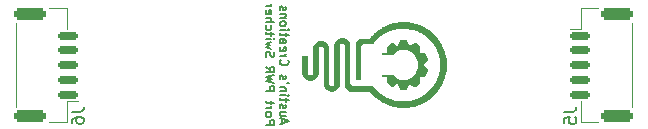
<source format=gbr>
%TF.GenerationSoftware,KiCad,Pcbnew,(6.0.0)*%
%TF.CreationDate,2022-08-06T01:30:50-04:00*%
%TF.ProjectId,port PWR extention,706f7274-2050-4575-9220-657874656e74,rev?*%
%TF.SameCoordinates,Original*%
%TF.FileFunction,Legend,Bot*%
%TF.FilePolarity,Positive*%
%FSLAX46Y46*%
G04 Gerber Fmt 4.6, Leading zero omitted, Abs format (unit mm)*
G04 Created by KiCad (PCBNEW (6.0.0)) date 2022-08-06 01:30:50*
%MOMM*%
%LPD*%
G01*
G04 APERTURE LIST*
G04 Aperture macros list*
%AMRoundRect*
0 Rectangle with rounded corners*
0 $1 Rounding radius*
0 $2 $3 $4 $5 $6 $7 $8 $9 X,Y pos of 4 corners*
0 Add a 4 corners polygon primitive as box body*
4,1,4,$2,$3,$4,$5,$6,$7,$8,$9,$2,$3,0*
0 Add four circle primitives for the rounded corners*
1,1,$1+$1,$2,$3*
1,1,$1+$1,$4,$5*
1,1,$1+$1,$6,$7*
1,1,$1+$1,$8,$9*
0 Add four rect primitives between the rounded corners*
20,1,$1+$1,$2,$3,$4,$5,0*
20,1,$1+$1,$4,$5,$6,$7,0*
20,1,$1+$1,$6,$7,$8,$9,0*
20,1,$1+$1,$8,$9,$2,$3,0*%
G04 Aperture macros list end*
%ADD10C,0.150000*%
%ADD11C,0.120000*%
%ADD12C,3.200000*%
%ADD13RoundRect,0.150000X0.700000X-0.150000X0.700000X0.150000X-0.700000X0.150000X-0.700000X-0.150000X0*%
%ADD14RoundRect,0.250000X1.100000X-0.250000X1.100000X0.250000X-1.100000X0.250000X-1.100000X-0.250000X0*%
%ADD15RoundRect,0.150000X-0.700000X0.150000X-0.700000X-0.150000X0.700000X-0.150000X0.700000X0.150000X0*%
%ADD16RoundRect,0.250000X-1.100000X0.250000X-1.100000X-0.250000X1.100000X-0.250000X1.100000X0.250000X0*%
%ADD17C,0.756412*%
%ADD18C,0.800000*%
G04 APERTURE END LIST*
D10*
X43478750Y-30954285D02*
X43478750Y-30597142D01*
X43264464Y-31025714D02*
X44014464Y-30775714D01*
X43264464Y-30525714D01*
X43764464Y-29954285D02*
X43264464Y-29954285D01*
X43764464Y-30275714D02*
X43371607Y-30275714D01*
X43300178Y-30240000D01*
X43264464Y-30168571D01*
X43264464Y-30061428D01*
X43300178Y-29990000D01*
X43335892Y-29954285D01*
X43300178Y-29632857D02*
X43264464Y-29561428D01*
X43264464Y-29418571D01*
X43300178Y-29347142D01*
X43371607Y-29311428D01*
X43407321Y-29311428D01*
X43478750Y-29347142D01*
X43514464Y-29418571D01*
X43514464Y-29525714D01*
X43550178Y-29597142D01*
X43621607Y-29632857D01*
X43657321Y-29632857D01*
X43728750Y-29597142D01*
X43764464Y-29525714D01*
X43764464Y-29418571D01*
X43728750Y-29347142D01*
X43764464Y-29097142D02*
X43764464Y-28811428D01*
X44014464Y-28990000D02*
X43371607Y-28990000D01*
X43300178Y-28954285D01*
X43264464Y-28882857D01*
X43264464Y-28811428D01*
X43264464Y-28561428D02*
X43764464Y-28561428D01*
X44014464Y-28561428D02*
X43978750Y-28597142D01*
X43943035Y-28561428D01*
X43978750Y-28525714D01*
X44014464Y-28561428D01*
X43943035Y-28561428D01*
X43764464Y-28204285D02*
X43264464Y-28204285D01*
X43693035Y-28204285D02*
X43728750Y-28168571D01*
X43764464Y-28097142D01*
X43764464Y-27990000D01*
X43728750Y-27918571D01*
X43657321Y-27882857D01*
X43264464Y-27882857D01*
X44014464Y-27490000D02*
X43871607Y-27561428D01*
X43300178Y-27204285D02*
X43264464Y-27132857D01*
X43264464Y-26990000D01*
X43300178Y-26918571D01*
X43371607Y-26882857D01*
X43407321Y-26882857D01*
X43478750Y-26918571D01*
X43514464Y-26990000D01*
X43514464Y-27097142D01*
X43550178Y-27168571D01*
X43621607Y-27204285D01*
X43657321Y-27204285D01*
X43728750Y-27168571D01*
X43764464Y-27097142D01*
X43764464Y-26990000D01*
X43728750Y-26918571D01*
X43335892Y-25561428D02*
X43300178Y-25597142D01*
X43264464Y-25704285D01*
X43264464Y-25775714D01*
X43300178Y-25882857D01*
X43371607Y-25954285D01*
X43443035Y-25990000D01*
X43585892Y-26025714D01*
X43693035Y-26025714D01*
X43835892Y-25990000D01*
X43907321Y-25954285D01*
X43978750Y-25882857D01*
X44014464Y-25775714D01*
X44014464Y-25704285D01*
X43978750Y-25597142D01*
X43943035Y-25561428D01*
X43264464Y-25240000D02*
X43764464Y-25240000D01*
X43621607Y-25240000D02*
X43693035Y-25204285D01*
X43728750Y-25168571D01*
X43764464Y-25097142D01*
X43764464Y-25025714D01*
X43300178Y-24490000D02*
X43264464Y-24561428D01*
X43264464Y-24704285D01*
X43300178Y-24775714D01*
X43371607Y-24811428D01*
X43657321Y-24811428D01*
X43728750Y-24775714D01*
X43764464Y-24704285D01*
X43764464Y-24561428D01*
X43728750Y-24490000D01*
X43657321Y-24454285D01*
X43585892Y-24454285D01*
X43514464Y-24811428D01*
X43264464Y-23811428D02*
X43657321Y-23811428D01*
X43728750Y-23847142D01*
X43764464Y-23918571D01*
X43764464Y-24061428D01*
X43728750Y-24132857D01*
X43300178Y-23811428D02*
X43264464Y-23882857D01*
X43264464Y-24061428D01*
X43300178Y-24132857D01*
X43371607Y-24168571D01*
X43443035Y-24168571D01*
X43514464Y-24132857D01*
X43550178Y-24061428D01*
X43550178Y-23882857D01*
X43585892Y-23811428D01*
X43764464Y-23561428D02*
X43764464Y-23275714D01*
X44014464Y-23454285D02*
X43371607Y-23454285D01*
X43300178Y-23418571D01*
X43264464Y-23347142D01*
X43264464Y-23275714D01*
X43264464Y-23025714D02*
X43764464Y-23025714D01*
X44014464Y-23025714D02*
X43978750Y-23061428D01*
X43943035Y-23025714D01*
X43978750Y-22990000D01*
X44014464Y-23025714D01*
X43943035Y-23025714D01*
X43264464Y-22561428D02*
X43300178Y-22632857D01*
X43335892Y-22668571D01*
X43407321Y-22704285D01*
X43621607Y-22704285D01*
X43693035Y-22668571D01*
X43728750Y-22632857D01*
X43764464Y-22561428D01*
X43764464Y-22454285D01*
X43728750Y-22382857D01*
X43693035Y-22347142D01*
X43621607Y-22311428D01*
X43407321Y-22311428D01*
X43335892Y-22347142D01*
X43300178Y-22382857D01*
X43264464Y-22454285D01*
X43264464Y-22561428D01*
X43764464Y-21990000D02*
X43264464Y-21990000D01*
X43693035Y-21990000D02*
X43728750Y-21954285D01*
X43764464Y-21882857D01*
X43764464Y-21775714D01*
X43728750Y-21704285D01*
X43657321Y-21668571D01*
X43264464Y-21668571D01*
X43300178Y-21347142D02*
X43264464Y-21275714D01*
X43264464Y-21132857D01*
X43300178Y-21061428D01*
X43371607Y-21025714D01*
X43407321Y-21025714D01*
X43478750Y-21061428D01*
X43514464Y-21132857D01*
X43514464Y-21240000D01*
X43550178Y-21311428D01*
X43621607Y-21347142D01*
X43657321Y-21347142D01*
X43728750Y-21311428D01*
X43764464Y-21240000D01*
X43764464Y-21132857D01*
X43728750Y-21061428D01*
X42056964Y-31079285D02*
X42806964Y-31079285D01*
X42806964Y-30793571D01*
X42771250Y-30722142D01*
X42735535Y-30686428D01*
X42664107Y-30650714D01*
X42556964Y-30650714D01*
X42485535Y-30686428D01*
X42449821Y-30722142D01*
X42414107Y-30793571D01*
X42414107Y-31079285D01*
X42056964Y-30222142D02*
X42092678Y-30293571D01*
X42128392Y-30329285D01*
X42199821Y-30365000D01*
X42414107Y-30365000D01*
X42485535Y-30329285D01*
X42521250Y-30293571D01*
X42556964Y-30222142D01*
X42556964Y-30115000D01*
X42521250Y-30043571D01*
X42485535Y-30007857D01*
X42414107Y-29972142D01*
X42199821Y-29972142D01*
X42128392Y-30007857D01*
X42092678Y-30043571D01*
X42056964Y-30115000D01*
X42056964Y-30222142D01*
X42056964Y-29650714D02*
X42556964Y-29650714D01*
X42414107Y-29650714D02*
X42485535Y-29615000D01*
X42521250Y-29579285D01*
X42556964Y-29507857D01*
X42556964Y-29436428D01*
X42556964Y-29293571D02*
X42556964Y-29007857D01*
X42806964Y-29186428D02*
X42164107Y-29186428D01*
X42092678Y-29150714D01*
X42056964Y-29079285D01*
X42056964Y-29007857D01*
X42056964Y-28186428D02*
X42806964Y-28186428D01*
X42806964Y-27900714D01*
X42771250Y-27829285D01*
X42735535Y-27793571D01*
X42664107Y-27757857D01*
X42556964Y-27757857D01*
X42485535Y-27793571D01*
X42449821Y-27829285D01*
X42414107Y-27900714D01*
X42414107Y-28186428D01*
X42806964Y-27507857D02*
X42056964Y-27329285D01*
X42592678Y-27186428D01*
X42056964Y-27043571D01*
X42806964Y-26865000D01*
X42056964Y-26150714D02*
X42414107Y-26400714D01*
X42056964Y-26579285D02*
X42806964Y-26579285D01*
X42806964Y-26293571D01*
X42771250Y-26222142D01*
X42735535Y-26186428D01*
X42664107Y-26150714D01*
X42556964Y-26150714D01*
X42485535Y-26186428D01*
X42449821Y-26222142D01*
X42414107Y-26293571D01*
X42414107Y-26579285D01*
X42092678Y-25293571D02*
X42056964Y-25186428D01*
X42056964Y-25007857D01*
X42092678Y-24936428D01*
X42128392Y-24900714D01*
X42199821Y-24865000D01*
X42271250Y-24865000D01*
X42342678Y-24900714D01*
X42378392Y-24936428D01*
X42414107Y-25007857D01*
X42449821Y-25150714D01*
X42485535Y-25222142D01*
X42521250Y-25257857D01*
X42592678Y-25293571D01*
X42664107Y-25293571D01*
X42735535Y-25257857D01*
X42771250Y-25222142D01*
X42806964Y-25150714D01*
X42806964Y-24972142D01*
X42771250Y-24865000D01*
X42556964Y-24615000D02*
X42056964Y-24472142D01*
X42414107Y-24329285D01*
X42056964Y-24186428D01*
X42556964Y-24043571D01*
X42056964Y-23757857D02*
X42556964Y-23757857D01*
X42806964Y-23757857D02*
X42771250Y-23793571D01*
X42735535Y-23757857D01*
X42771250Y-23722142D01*
X42806964Y-23757857D01*
X42735535Y-23757857D01*
X42556964Y-23507857D02*
X42556964Y-23222142D01*
X42806964Y-23400714D02*
X42164107Y-23400714D01*
X42092678Y-23365000D01*
X42056964Y-23293571D01*
X42056964Y-23222142D01*
X42092678Y-22650714D02*
X42056964Y-22722142D01*
X42056964Y-22865000D01*
X42092678Y-22936428D01*
X42128392Y-22972142D01*
X42199821Y-23007857D01*
X42414107Y-23007857D01*
X42485535Y-22972142D01*
X42521250Y-22936428D01*
X42556964Y-22865000D01*
X42556964Y-22722142D01*
X42521250Y-22650714D01*
X42056964Y-22329285D02*
X42806964Y-22329285D01*
X42056964Y-22007857D02*
X42449821Y-22007857D01*
X42521250Y-22043571D01*
X42556964Y-22115000D01*
X42556964Y-22222142D01*
X42521250Y-22293571D01*
X42485535Y-22329285D01*
X42092678Y-21365000D02*
X42056964Y-21436428D01*
X42056964Y-21579285D01*
X42092678Y-21650714D01*
X42164107Y-21686428D01*
X42449821Y-21686428D01*
X42521250Y-21650714D01*
X42556964Y-21579285D01*
X42556964Y-21436428D01*
X42521250Y-21365000D01*
X42449821Y-21329285D01*
X42378392Y-21329285D01*
X42306964Y-21686428D01*
X42056964Y-21007857D02*
X42556964Y-21007857D01*
X42414107Y-21007857D02*
X42485535Y-20972142D01*
X42521250Y-20936428D01*
X42556964Y-20865000D01*
X42556964Y-20793571D01*
%TO.C,J6*%
X25652380Y-29966666D02*
X26366666Y-29966666D01*
X26509523Y-29919047D01*
X26604761Y-29823809D01*
X26652380Y-29680952D01*
X26652380Y-29585714D01*
X25652380Y-30871428D02*
X25652380Y-30680952D01*
X25700000Y-30585714D01*
X25747619Y-30538095D01*
X25890476Y-30442857D01*
X26080952Y-30395238D01*
X26461904Y-30395238D01*
X26557142Y-30442857D01*
X26604761Y-30490476D01*
X26652380Y-30585714D01*
X26652380Y-30776190D01*
X26604761Y-30871428D01*
X26557142Y-30919047D01*
X26461904Y-30966666D01*
X26223809Y-30966666D01*
X26128571Y-30919047D01*
X26080952Y-30871428D01*
X26033333Y-30776190D01*
X26033333Y-30585714D01*
X26080952Y-30490476D01*
X26128571Y-30442857D01*
X26223809Y-30395238D01*
%TO.C,J5*%
X67352380Y-29966666D02*
X68066666Y-29966666D01*
X68209523Y-29919047D01*
X68304761Y-29823809D01*
X68352380Y-29680952D01*
X68352380Y-29585714D01*
X67352380Y-30919047D02*
X67352380Y-30442857D01*
X67828571Y-30395238D01*
X67780952Y-30442857D01*
X67733333Y-30538095D01*
X67733333Y-30776190D01*
X67780952Y-30871428D01*
X67828571Y-30919047D01*
X67923809Y-30966666D01*
X68161904Y-30966666D01*
X68257142Y-30919047D01*
X68304761Y-30871428D01*
X68352380Y-30776190D01*
X68352380Y-30538095D01*
X68304761Y-30442857D01*
X68257142Y-30395238D01*
D11*
%TO.C,J6*%
X25210000Y-30860000D02*
X25210000Y-29060000D01*
X20940000Y-29590000D02*
X20940000Y-22410000D01*
X23760000Y-30860000D02*
X25210000Y-30860000D01*
X23760000Y-21140000D02*
X25210000Y-21140000D01*
X25210000Y-29060000D02*
X26200000Y-29060000D01*
X25210000Y-21140000D02*
X25210000Y-22940000D01*
%TO.C,LOGO1*%
G36*
X53740892Y-22948494D02*
G01*
X53728192Y-22948494D01*
X53728192Y-22376994D01*
X53740892Y-22376994D01*
X53740892Y-22948494D01*
G37*
G36*
X54172692Y-27774494D02*
G01*
X54159992Y-27774494D01*
X54159992Y-27202994D01*
X54172692Y-27202994D01*
X54172692Y-27774494D01*
G37*
G36*
X55417292Y-29247694D02*
G01*
X55404592Y-29247694D01*
X55404592Y-28574594D01*
X55417292Y-28574594D01*
X55417292Y-29247694D01*
G37*
G36*
X53080492Y-22999294D02*
G01*
X53067792Y-22999294D01*
X53067792Y-22427794D01*
X53080492Y-22427794D01*
X53080492Y-22999294D01*
G37*
G36*
X55277592Y-29323894D02*
G01*
X55264892Y-29323894D01*
X55264892Y-28663494D01*
X55277592Y-28663494D01*
X55277592Y-29323894D01*
G37*
G36*
X50718292Y-24205794D02*
G01*
X50705592Y-24205794D01*
X50705592Y-23761294D01*
X50718292Y-23761294D01*
X50718292Y-24205794D01*
G37*
G36*
X52902692Y-27850694D02*
G01*
X52889992Y-27850694D01*
X52889992Y-26860094D01*
X52902692Y-26860094D01*
X52902692Y-27850694D01*
G37*
G36*
X54769592Y-25310694D02*
G01*
X54756892Y-25310694D01*
X54756892Y-24116894D01*
X54769592Y-24116894D01*
X54769592Y-25310694D01*
G37*
G36*
X53766292Y-28142794D02*
G01*
X53753592Y-28142794D01*
X53753592Y-27304594D01*
X53766292Y-27304594D01*
X53766292Y-28142794D01*
G37*
G36*
X51950192Y-25170994D02*
G01*
X51937492Y-25170994D01*
X51937492Y-25005894D01*
X51950192Y-25005894D01*
X51950192Y-25170994D01*
G37*
G36*
X55810992Y-23735894D02*
G01*
X55798292Y-23735894D01*
X55798292Y-22973894D01*
X55810992Y-22973894D01*
X55810992Y-23735894D01*
G37*
G36*
X53601192Y-24701094D02*
G01*
X53588492Y-24701094D01*
X53588492Y-23862894D01*
X53601192Y-23862894D01*
X53601192Y-24701094D01*
G37*
G36*
X55696692Y-29082594D02*
G01*
X55683992Y-29082594D01*
X55683992Y-28384094D01*
X55696692Y-28384094D01*
X55696692Y-29082594D01*
G37*
G36*
X53423392Y-27977694D02*
G01*
X53410692Y-27977694D01*
X53410692Y-27253794D01*
X53423392Y-27253794D01*
X53423392Y-27977694D01*
G37*
G36*
X47822692Y-28244394D02*
G01*
X47809992Y-28244394D01*
X47809992Y-27736394D01*
X47822692Y-27736394D01*
X47822692Y-28244394D01*
G37*
G36*
X52445492Y-27596694D02*
G01*
X52432792Y-27596694D01*
X52432792Y-26834694D01*
X52445492Y-26834694D01*
X52445492Y-27596694D01*
G37*
G36*
X52750292Y-29476294D02*
G01*
X52737592Y-29476294D01*
X52737592Y-28942894D01*
X52750292Y-28942894D01*
X52750292Y-29476294D01*
G37*
G36*
X51480292Y-28828594D02*
G01*
X51467592Y-28828594D01*
X51467592Y-28117394D01*
X51480292Y-28117394D01*
X51480292Y-28828594D01*
G37*
G36*
X50515092Y-24205794D02*
G01*
X50502392Y-24205794D01*
X50502392Y-23761294D01*
X50515092Y-23761294D01*
X50515092Y-24205794D01*
G37*
G36*
X52915392Y-25132894D02*
G01*
X52902692Y-25132894D01*
X52902692Y-24167694D01*
X52915392Y-24167694D01*
X52915392Y-25132894D01*
G37*
G36*
X52521692Y-29438194D02*
G01*
X52508992Y-29438194D01*
X52508992Y-28853994D01*
X52521692Y-28853994D01*
X52521692Y-29438194D01*
G37*
G36*
X54807692Y-23138994D02*
G01*
X54794992Y-23138994D01*
X54794992Y-22542094D01*
X54807692Y-22542094D01*
X54807692Y-23138994D01*
G37*
G36*
X54858492Y-23138994D02*
G01*
X54845792Y-23138994D01*
X54845792Y-22542094D01*
X54858492Y-22542094D01*
X54858492Y-23138994D01*
G37*
G36*
X56801592Y-28015794D02*
G01*
X56788892Y-28015794D01*
X56788892Y-26567994D01*
X56801592Y-26567994D01*
X56801592Y-28015794D01*
G37*
G36*
X47187692Y-28041194D02*
G01*
X47174992Y-28041194D01*
X47174992Y-24116894D01*
X47187692Y-24116894D01*
X47187692Y-28041194D01*
G37*
G36*
X55887192Y-23812094D02*
G01*
X55874492Y-23812094D01*
X55874492Y-23037394D01*
X55887192Y-23037394D01*
X55887192Y-23812094D01*
G37*
G36*
X52229592Y-29311194D02*
G01*
X52216892Y-29311194D01*
X52216892Y-28701594D01*
X52229592Y-28701594D01*
X52229592Y-29311194D01*
G37*
G36*
X54960092Y-29425494D02*
G01*
X54947392Y-29425494D01*
X54947392Y-28815894D01*
X54960092Y-28815894D01*
X54960092Y-29425494D01*
G37*
G36*
X54896592Y-25551994D02*
G01*
X54883892Y-25551994D01*
X54883892Y-24180394D01*
X54896592Y-24180394D01*
X54896592Y-25551994D01*
G37*
G36*
X55620492Y-23545394D02*
G01*
X55607792Y-23545394D01*
X55607792Y-22872294D01*
X55620492Y-22872294D01*
X55620492Y-23545394D01*
G37*
G36*
X54604492Y-27825294D02*
G01*
X54591792Y-27825294D01*
X54591792Y-26898194D01*
X54604492Y-26898194D01*
X54604492Y-27825294D01*
G37*
G36*
X49930892Y-28244394D02*
G01*
X49918192Y-28244394D01*
X49918192Y-27799894D01*
X49930892Y-27799894D01*
X49930892Y-28244394D01*
G37*
G36*
X54807692Y-25386894D02*
G01*
X54794992Y-25386894D01*
X54794992Y-24116894D01*
X54807692Y-24116894D01*
X54807692Y-25386894D01*
G37*
G36*
X46768592Y-24434394D02*
G01*
X46755892Y-24434394D01*
X46755892Y-23977194D01*
X46768592Y-23977194D01*
X46768592Y-24434394D01*
G37*
G36*
X52115292Y-26999794D02*
G01*
X52102592Y-26999794D01*
X52102592Y-26834694D01*
X52115292Y-26834694D01*
X52115292Y-26999794D01*
G37*
G36*
X52508992Y-23151694D02*
G01*
X52496292Y-23151694D01*
X52496292Y-22567494D01*
X52508992Y-22567494D01*
X52508992Y-23151694D01*
G37*
G36*
X52140692Y-25170994D02*
G01*
X52127992Y-25170994D01*
X52127992Y-25005894D01*
X52140692Y-25005894D01*
X52140692Y-25170994D01*
G37*
G36*
X54515592Y-23050094D02*
G01*
X54502892Y-23050094D01*
X54502892Y-22427794D01*
X54515592Y-22427794D01*
X54515592Y-23050094D01*
G37*
G36*
X57360392Y-26593394D02*
G01*
X57347692Y-26593394D01*
X57347692Y-25412294D01*
X57360392Y-25412294D01*
X57360392Y-26593394D01*
G37*
G36*
X53372592Y-24777294D02*
G01*
X53359892Y-24777294D01*
X53359892Y-24129594D01*
X53372592Y-24129594D01*
X53372592Y-24777294D01*
G37*
G36*
X47543292Y-28244394D02*
G01*
X47530592Y-28244394D01*
X47530592Y-27761794D01*
X47543292Y-27761794D01*
X47543292Y-28244394D01*
G37*
G36*
X53474192Y-29628694D02*
G01*
X53461492Y-29628694D01*
X53461492Y-29057194D01*
X53474192Y-29057194D01*
X53474192Y-29628694D01*
G37*
G36*
X54617192Y-29514394D02*
G01*
X54604492Y-29514394D01*
X54604492Y-28955594D01*
X54617192Y-28955594D01*
X54617192Y-29514394D01*
G37*
G36*
X56776192Y-25412294D02*
G01*
X56763492Y-25412294D01*
X56763492Y-23964494D01*
X56776192Y-23964494D01*
X56776192Y-25412294D01*
G37*
G36*
X56484092Y-28409494D02*
G01*
X56471392Y-28409494D01*
X56471392Y-27456994D01*
X56484092Y-27456994D01*
X56484092Y-28409494D01*
G37*
G36*
X46679692Y-24434394D02*
G01*
X46666992Y-24434394D01*
X46666992Y-23977194D01*
X46679692Y-23977194D01*
X46679692Y-24434394D01*
G37*
G36*
X53563092Y-24726494D02*
G01*
X53550392Y-24726494D01*
X53550392Y-23862894D01*
X53563092Y-23862894D01*
X53563092Y-24726494D01*
G37*
G36*
X53905992Y-28142794D02*
G01*
X53893292Y-28142794D01*
X53893292Y-27304594D01*
X53905992Y-27304594D01*
X53905992Y-28142794D01*
G37*
G36*
X56433292Y-24497894D02*
G01*
X56420592Y-24497894D01*
X56420592Y-23507294D01*
X56433292Y-23507294D01*
X56433292Y-24497894D01*
G37*
G36*
X55760192Y-23685094D02*
G01*
X55747492Y-23685094D01*
X55747492Y-22935794D01*
X55760192Y-22935794D01*
X55760192Y-23685094D01*
G37*
G36*
X53397992Y-24751894D02*
G01*
X53385292Y-24751894D01*
X53385292Y-24078794D01*
X53397992Y-24078794D01*
X53397992Y-24751894D01*
G37*
G36*
X53055092Y-22999294D02*
G01*
X53042392Y-22999294D01*
X53042392Y-22427794D01*
X53055092Y-22427794D01*
X53055092Y-22999294D01*
G37*
G36*
X54096492Y-24751894D02*
G01*
X54083792Y-24751894D01*
X54083792Y-24078794D01*
X54096492Y-24078794D01*
X54096492Y-24751894D01*
G37*
G36*
X45841492Y-27342694D02*
G01*
X45828792Y-27342694D01*
X45828792Y-26872794D01*
X45841492Y-26872794D01*
X45841492Y-27342694D01*
G37*
G36*
X46235192Y-27241094D02*
G01*
X46222492Y-27241094D01*
X46222492Y-24243894D01*
X46235192Y-24243894D01*
X46235192Y-27241094D01*
G37*
G36*
X55099792Y-23253294D02*
G01*
X55087092Y-23253294D01*
X55087092Y-22630994D01*
X55099792Y-22630994D01*
X55099792Y-23253294D01*
G37*
G36*
X55099792Y-29374694D02*
G01*
X55087092Y-29374694D01*
X55087092Y-28752394D01*
X55099792Y-28752394D01*
X55099792Y-29374694D01*
G37*
G36*
X53258292Y-27647494D02*
G01*
X53245592Y-27647494D01*
X53245592Y-27177594D01*
X53258292Y-27177594D01*
X53258292Y-27647494D01*
G37*
G36*
X56395192Y-24421694D02*
G01*
X56382492Y-24421694D01*
X56382492Y-23469194D01*
X56395192Y-23469194D01*
X56395192Y-24421694D01*
G37*
G36*
X52102592Y-26999794D02*
G01*
X52089892Y-26999794D01*
X52089892Y-26834694D01*
X52102592Y-26834694D01*
X52102592Y-26999794D01*
G37*
G36*
X57233392Y-27164894D02*
G01*
X57220692Y-27164894D01*
X57220692Y-27031544D01*
X57233392Y-27031544D01*
X57233392Y-27164894D01*
G37*
G36*
X52331192Y-23253294D02*
G01*
X52318492Y-23253294D01*
X52318492Y-22643694D01*
X52331192Y-22643694D01*
X52331192Y-23253294D01*
G37*
G36*
X53448792Y-24751894D02*
G01*
X53436092Y-24751894D01*
X53436092Y-23977194D01*
X53448792Y-23977194D01*
X53448792Y-24751894D01*
G37*
G36*
X45714492Y-27342694D02*
G01*
X45701792Y-27342694D01*
X45701792Y-26834694D01*
X45714492Y-26834694D01*
X45714492Y-27342694D01*
G37*
G36*
X46374892Y-27114094D02*
G01*
X46362192Y-27114094D01*
X46362192Y-24104194D01*
X46374892Y-24104194D01*
X46374892Y-27114094D01*
G37*
G36*
X54045692Y-22948494D02*
G01*
X54032992Y-22948494D01*
X54032992Y-22376994D01*
X54045692Y-22376994D01*
X54045692Y-22948494D01*
G37*
G36*
X54325092Y-27685594D02*
G01*
X54312392Y-27685594D01*
X54312392Y-27152194D01*
X54325092Y-27152194D01*
X54325092Y-27685594D01*
G37*
G36*
X52267692Y-25170994D02*
G01*
X52254992Y-25170994D01*
X52254992Y-25005894D01*
X52267692Y-25005894D01*
X52267692Y-25170994D01*
G37*
G36*
X53207492Y-24878894D02*
G01*
X53194792Y-24878894D01*
X53194792Y-24396294D01*
X53207492Y-24396294D01*
X53207492Y-24878894D01*
G37*
G36*
X48444992Y-24218494D02*
G01*
X48432292Y-24218494D01*
X48432292Y-23735894D01*
X48444992Y-23735894D01*
X48444992Y-24218494D01*
G37*
G36*
X53893292Y-22948494D02*
G01*
X53880592Y-22948494D01*
X53880592Y-22376994D01*
X53893292Y-22376994D01*
X53893292Y-22948494D01*
G37*
G36*
X51391392Y-28777794D02*
G01*
X51378692Y-28777794D01*
X51378692Y-28028494D01*
X51391392Y-28028494D01*
X51391392Y-28777794D01*
G37*
G36*
X53245592Y-27622094D02*
G01*
X53232892Y-27622094D01*
X53232892Y-27164894D01*
X53245592Y-27164894D01*
X53245592Y-27622094D01*
G37*
G36*
X50108692Y-27279194D02*
G01*
X50095992Y-27279194D01*
X50095992Y-23761294D01*
X50108692Y-23761294D01*
X50108692Y-27279194D01*
G37*
G36*
X53753592Y-29628694D02*
G01*
X53740892Y-29628694D01*
X53740892Y-29057194D01*
X53753592Y-29057194D01*
X53753592Y-29628694D01*
G37*
G36*
X47568692Y-28244394D02*
G01*
X47555992Y-28244394D01*
X47555992Y-27774494D01*
X47568692Y-27774494D01*
X47568692Y-28244394D01*
G37*
G36*
X55379192Y-26999794D02*
G01*
X55366492Y-26999794D01*
X55366492Y-25005894D01*
X55379192Y-25005894D01*
X55379192Y-26999794D01*
G37*
G36*
X53423392Y-22948494D02*
G01*
X53410692Y-22948494D01*
X53410692Y-22376994D01*
X53423392Y-22376994D01*
X53423392Y-22948494D01*
G37*
G36*
X55607792Y-29146094D02*
G01*
X55595092Y-29146094D01*
X55595092Y-28460294D01*
X55607792Y-28460294D01*
X55607792Y-29146094D01*
G37*
G36*
X53194792Y-22948494D02*
G01*
X53182092Y-22948494D01*
X53182092Y-22427794D01*
X53194792Y-22427794D01*
X53194792Y-22948494D01*
G37*
G36*
X53677392Y-28142794D02*
G01*
X53664692Y-28142794D01*
X53664692Y-27304594D01*
X53677392Y-27304594D01*
X53677392Y-28142794D01*
G37*
G36*
X51111992Y-28498394D02*
G01*
X51099292Y-28498394D01*
X51099292Y-27799894D01*
X51111992Y-27799894D01*
X51111992Y-28498394D01*
G37*
G36*
X46565392Y-24535994D02*
G01*
X46552692Y-24535994D01*
X46552692Y-23989894D01*
X46565392Y-23989894D01*
X46565392Y-24535994D01*
G37*
G36*
X53156692Y-27609394D02*
G01*
X53143992Y-27609394D01*
X53143992Y-27101394D01*
X53156692Y-27101394D01*
X53156692Y-27609394D01*
G37*
G36*
X53042392Y-25005894D02*
G01*
X53029692Y-25005894D01*
X53029692Y-24294694D01*
X53042392Y-24294694D01*
X53042392Y-25005894D01*
G37*
G36*
X46870192Y-24434394D02*
G01*
X46857492Y-24434394D01*
X46857492Y-23977194D01*
X46870192Y-23977194D01*
X46870192Y-24434394D01*
G37*
G36*
X49346692Y-28244394D02*
G01*
X49333992Y-28244394D01*
X49333992Y-27710994D01*
X49346692Y-27710994D01*
X49346692Y-28244394D01*
G37*
G36*
X52039092Y-29209594D02*
G01*
X52026392Y-29209594D01*
X52026392Y-28587294D01*
X52039092Y-28587294D01*
X52039092Y-29209594D01*
G37*
G36*
X55061692Y-27660194D02*
G01*
X55048992Y-27660194D01*
X55048992Y-24345494D01*
X55061692Y-24345494D01*
X55061692Y-27660194D01*
G37*
G36*
X55328392Y-23354894D02*
G01*
X55315692Y-23354894D01*
X55315692Y-22707194D01*
X55328392Y-22707194D01*
X55328392Y-23354894D01*
G37*
G36*
X54477492Y-29577894D02*
G01*
X54464792Y-29577894D01*
X54464792Y-28980994D01*
X54477492Y-28980994D01*
X54477492Y-29577894D01*
G37*
G36*
X47835392Y-28244394D02*
G01*
X47822692Y-28244394D01*
X47822692Y-27723694D01*
X47835392Y-27723694D01*
X47835392Y-28244394D01*
G37*
G36*
X54782292Y-23113594D02*
G01*
X54769592Y-23113594D01*
X54769592Y-22516694D01*
X54782292Y-22516694D01*
X54782292Y-23113594D01*
G37*
G36*
X45269992Y-26999794D02*
G01*
X45257292Y-26999794D01*
X45257292Y-25196394D01*
X45269992Y-25196394D01*
X45269992Y-26999794D01*
G37*
G36*
X52216892Y-25170994D02*
G01*
X52204192Y-25170994D01*
X52204192Y-25005894D01*
X52216892Y-25005894D01*
X52216892Y-25170994D01*
G37*
G36*
X56344392Y-24307394D02*
G01*
X56331692Y-24307394D01*
X56331692Y-23418394D01*
X56344392Y-23418394D01*
X56344392Y-24307394D01*
G37*
G36*
X51023092Y-28409494D02*
G01*
X51010392Y-28409494D01*
X51010392Y-27799894D01*
X51023092Y-27799894D01*
X51023092Y-28409494D01*
G37*
G36*
X52674092Y-27825294D02*
G01*
X52661392Y-27825294D01*
X52661392Y-26834694D01*
X52674092Y-26834694D01*
X52674092Y-27825294D01*
G37*
G36*
X48495792Y-24205794D02*
G01*
X48483092Y-24205794D01*
X48483092Y-23735894D01*
X48495792Y-23735894D01*
X48495792Y-24205794D01*
G37*
G36*
X54744192Y-29514394D02*
G01*
X54731492Y-29514394D01*
X54731492Y-28904794D01*
X54744192Y-28904794D01*
X54744192Y-29514394D01*
G37*
G36*
X52381992Y-25170994D02*
G01*
X52369292Y-25170994D01*
X52369292Y-24472494D01*
X52381992Y-24472494D01*
X52381992Y-25170994D01*
G37*
G36*
X47771892Y-28244394D02*
G01*
X47759192Y-28244394D01*
X47759192Y-27774494D01*
X47771892Y-27774494D01*
X47771892Y-28244394D01*
G37*
G36*
X54718792Y-25209094D02*
G01*
X54706092Y-25209094D01*
X54706092Y-24116894D01*
X54718792Y-24116894D01*
X54718792Y-25209094D01*
G37*
G36*
X51962892Y-25170994D02*
G01*
X51950192Y-25170994D01*
X51950192Y-25005894D01*
X51962892Y-25005894D01*
X51962892Y-25170994D01*
G37*
G36*
X48825992Y-27914194D02*
G01*
X48813292Y-27914194D01*
X48813292Y-23773994D01*
X48825992Y-23773994D01*
X48825992Y-27914194D01*
G37*
G36*
X52953492Y-22999294D02*
G01*
X52940792Y-22999294D01*
X52940792Y-22427794D01*
X52953492Y-22427794D01*
X52953492Y-22999294D01*
G37*
G36*
X54045692Y-29628694D02*
G01*
X54032992Y-29628694D01*
X54032992Y-29057194D01*
X54045692Y-29057194D01*
X54045692Y-29628694D01*
G37*
G36*
X54261592Y-29628694D02*
G01*
X54248892Y-29628694D01*
X54248892Y-29006394D01*
X54261592Y-29006394D01*
X54261592Y-29628694D01*
G37*
G36*
X54833092Y-23138994D02*
G01*
X54820392Y-23138994D01*
X54820392Y-22542094D01*
X54833092Y-22542094D01*
X54833092Y-23138994D01*
G37*
G36*
X55683992Y-25729794D02*
G01*
X55671292Y-25729794D01*
X55671292Y-25221794D01*
X55683992Y-25221794D01*
X55683992Y-25729794D01*
G37*
G36*
X56369792Y-28561894D02*
G01*
X56357092Y-28561894D01*
X56357092Y-27596694D01*
X56369792Y-27596694D01*
X56369792Y-28561894D01*
G37*
G36*
X50743692Y-28244394D02*
G01*
X50730992Y-28244394D01*
X50730992Y-27799894D01*
X50743692Y-27799894D01*
X50743692Y-28244394D01*
G37*
G36*
X56064992Y-23989894D02*
G01*
X56052292Y-23989894D01*
X56052292Y-23189794D01*
X56064992Y-23189794D01*
X56064992Y-23989894D01*
G37*
G36*
X54667992Y-27863394D02*
G01*
X54655292Y-27863394D01*
X54655292Y-26834694D01*
X54667992Y-26834694D01*
X54667992Y-27863394D01*
G37*
G36*
X53334492Y-29628694D02*
G01*
X53321792Y-29628694D01*
X53321792Y-29057194D01*
X53334492Y-29057194D01*
X53334492Y-29628694D01*
G37*
G36*
X53029692Y-25018594D02*
G01*
X53016992Y-25018594D01*
X53016992Y-24281994D01*
X53029692Y-24281994D01*
X53029692Y-25018594D01*
G37*
G36*
X56268192Y-24243894D02*
G01*
X56255492Y-24243894D01*
X56255492Y-23342194D01*
X56268192Y-23342194D01*
X56268192Y-24243894D01*
G37*
G36*
X49295892Y-28244394D02*
G01*
X49283192Y-28244394D01*
X49283192Y-27660194D01*
X49295892Y-27660194D01*
X49295892Y-28244394D01*
G37*
G36*
X54769592Y-23100894D02*
G01*
X54756892Y-23100894D01*
X54756892Y-22503994D01*
X54769592Y-22503994D01*
X54769592Y-23100894D01*
G37*
G36*
X54629892Y-25132894D02*
G01*
X54617192Y-25132894D01*
X54617192Y-24167694D01*
X54629892Y-24167694D01*
X54629892Y-25132894D01*
G37*
G36*
X57055592Y-27558594D02*
G01*
X57042892Y-27558594D01*
X57042892Y-24447094D01*
X57055592Y-24447094D01*
X57055592Y-27558594D01*
G37*
G36*
X56407892Y-24447094D02*
G01*
X56395192Y-24447094D01*
X56395192Y-23481894D01*
X56407892Y-23481894D01*
X56407892Y-24447094D01*
G37*
G36*
X53385292Y-27901494D02*
G01*
X53372592Y-27901494D01*
X53372592Y-27241094D01*
X53385292Y-27241094D01*
X53385292Y-27901494D01*
G37*
G36*
X55341092Y-29285794D02*
G01*
X55328392Y-29285794D01*
X55328392Y-28638094D01*
X55341092Y-28638094D01*
X55341092Y-29285794D01*
G37*
G36*
X45943092Y-27342694D02*
G01*
X45930392Y-27342694D01*
X45930392Y-26872794D01*
X45943092Y-26872794D01*
X45943092Y-27342694D01*
G37*
G36*
X53626592Y-29628694D02*
G01*
X53613892Y-29628694D01*
X53613892Y-29057194D01*
X53626592Y-29057194D01*
X53626592Y-29628694D01*
G37*
G36*
X54921992Y-23151694D02*
G01*
X54909292Y-23151694D01*
X54909292Y-22542094D01*
X54921992Y-22542094D01*
X54921992Y-23151694D01*
G37*
G36*
X54655292Y-23050094D02*
G01*
X54642592Y-23050094D01*
X54642592Y-22491294D01*
X54655292Y-22491294D01*
X54655292Y-23050094D01*
G37*
G36*
X56585692Y-28307894D02*
G01*
X56572992Y-28307894D01*
X56572992Y-27228394D01*
X56585692Y-27228394D01*
X56585692Y-28307894D01*
G37*
G36*
X53512292Y-29628694D02*
G01*
X53499592Y-29628694D01*
X53499592Y-29057194D01*
X53512292Y-29057194D01*
X53512292Y-29628694D01*
G37*
G36*
X51708892Y-23646994D02*
G01*
X51696192Y-23646994D01*
X51696192Y-23011994D01*
X51708892Y-23011994D01*
X51708892Y-23646994D01*
G37*
G36*
X55810992Y-26529894D02*
G01*
X55798292Y-26529894D01*
X55798292Y-26402894D01*
X55810992Y-26402894D01*
X55810992Y-26529894D01*
G37*
G36*
X52572492Y-23151694D02*
G01*
X52559792Y-23151694D01*
X52559792Y-22567494D01*
X52572492Y-22567494D01*
X52572492Y-23151694D01*
G37*
G36*
X56407892Y-28523794D02*
G01*
X56395192Y-28523794D01*
X56395192Y-27558594D01*
X56407892Y-27558594D01*
X56407892Y-28523794D01*
G37*
G36*
X54807692Y-29463594D02*
G01*
X54794992Y-29463594D01*
X54794992Y-28866694D01*
X54807692Y-28866694D01*
X54807692Y-29463594D01*
G37*
G36*
X54655292Y-27850694D02*
G01*
X54642592Y-27850694D01*
X54642592Y-26847394D01*
X54655292Y-26847394D01*
X54655292Y-27850694D01*
G37*
G36*
X54502892Y-25005894D02*
G01*
X54490192Y-25005894D01*
X54490192Y-24231194D01*
X54502892Y-24231194D01*
X54502892Y-25005894D01*
G37*
G36*
X52039092Y-26999794D02*
G01*
X52026392Y-26999794D01*
X52026392Y-26834694D01*
X52039092Y-26834694D01*
X52039092Y-26999794D01*
G37*
G36*
X52305792Y-26999794D02*
G01*
X52293092Y-26999794D01*
X52293092Y-26834694D01*
X52305792Y-26834694D01*
X52305792Y-26999794D01*
G37*
G36*
X54274292Y-24815394D02*
G01*
X54261592Y-24815394D01*
X54261592Y-24320094D01*
X54274292Y-24320094D01*
X54274292Y-24815394D01*
G37*
G36*
X48698992Y-24231194D02*
G01*
X48686292Y-24231194D01*
X48686292Y-23735894D01*
X48698992Y-23735894D01*
X48698992Y-24231194D01*
G37*
G36*
X52864592Y-23050094D02*
G01*
X52851892Y-23050094D01*
X52851892Y-22465894D01*
X52864592Y-22465894D01*
X52864592Y-23050094D01*
G37*
G36*
X52889992Y-23050094D02*
G01*
X52877292Y-23050094D01*
X52877292Y-22465894D01*
X52889992Y-22465894D01*
X52889992Y-23050094D01*
G37*
G36*
X50908792Y-28295194D02*
G01*
X50896092Y-28295194D01*
X50896092Y-27799894D01*
X50908792Y-27799894D01*
X50908792Y-28295194D01*
G37*
G36*
X56014192Y-28866694D02*
G01*
X56001492Y-28866694D01*
X56001492Y-28079294D01*
X56014192Y-28079294D01*
X56014192Y-28866694D01*
G37*
G36*
X52610592Y-23138994D02*
G01*
X52597892Y-23138994D01*
X52597892Y-22567494D01*
X52610592Y-22567494D01*
X52610592Y-23138994D01*
G37*
G36*
X55772892Y-29069894D02*
G01*
X55760192Y-29069894D01*
X55760192Y-28307894D01*
X55772892Y-28307894D01*
X55772892Y-29069894D01*
G37*
G36*
X49841992Y-27279194D02*
G01*
X49829292Y-27279194D01*
X49829292Y-23977194D01*
X49841992Y-23977194D01*
X49841992Y-27279194D01*
G37*
G36*
X53296392Y-27723694D02*
G01*
X53283692Y-27723694D01*
X53283692Y-27202994D01*
X53296392Y-27202994D01*
X53296392Y-27723694D01*
G37*
G36*
X52127992Y-26999794D02*
G01*
X52115292Y-26999794D01*
X52115292Y-26834694D01*
X52127992Y-26834694D01*
X52127992Y-26999794D01*
G37*
G36*
X52559792Y-25170994D02*
G01*
X52547092Y-25170994D01*
X52547092Y-24294694D01*
X52559792Y-24294694D01*
X52559792Y-25170994D01*
G37*
G36*
X52178792Y-25170994D02*
G01*
X52166092Y-25170994D01*
X52166092Y-25005894D01*
X52178792Y-25005894D01*
X52178792Y-25170994D01*
G37*
G36*
X48406892Y-24256594D02*
G01*
X48394192Y-24256594D01*
X48394192Y-23735894D01*
X48406892Y-23735894D01*
X48406892Y-24256594D01*
G37*
G36*
X52051792Y-29222294D02*
G01*
X52039092Y-29222294D01*
X52039092Y-28599994D01*
X52051792Y-28599994D01*
X52051792Y-29222294D01*
G37*
G36*
X52191492Y-25170994D02*
G01*
X52178792Y-25170994D01*
X52178792Y-25005894D01*
X52191492Y-25005894D01*
X52191492Y-25170994D01*
G37*
G36*
X53613892Y-22948494D02*
G01*
X53601192Y-22948494D01*
X53601192Y-22376994D01*
X53613892Y-22376994D01*
X53613892Y-22948494D01*
G37*
G36*
X55747492Y-23672394D02*
G01*
X55734792Y-23672394D01*
X55734792Y-22923094D01*
X55747492Y-22923094D01*
X55747492Y-23672394D01*
G37*
G36*
X50032492Y-28244394D02*
G01*
X50019792Y-28244394D01*
X50019792Y-27799894D01*
X50032492Y-27799894D01*
X50032492Y-28244394D01*
G37*
G36*
X56484092Y-28447594D02*
G01*
X56471392Y-28447594D01*
X56471392Y-28377744D01*
X56484092Y-28377744D01*
X56484092Y-28447594D01*
G37*
G36*
X53182092Y-24878894D02*
G01*
X53169392Y-24878894D01*
X53169392Y-24396294D01*
X53182092Y-24396294D01*
X53182092Y-24878894D01*
G37*
G36*
X51670792Y-23685094D02*
G01*
X51658092Y-23685094D01*
X51658092Y-23024694D01*
X51670792Y-23024694D01*
X51670792Y-23685094D01*
G37*
G36*
X52077192Y-25170994D02*
G01*
X52064492Y-25170994D01*
X52064492Y-25005894D01*
X52077192Y-25005894D01*
X52077192Y-25170994D01*
G37*
G36*
X55404592Y-26999794D02*
G01*
X55391892Y-26999794D01*
X55391892Y-25005894D01*
X55404592Y-25005894D01*
X55404592Y-26999794D01*
G37*
G36*
X53524992Y-29628694D02*
G01*
X53512292Y-29628694D01*
X53512292Y-29057194D01*
X53524992Y-29057194D01*
X53524992Y-29628694D01*
G37*
G36*
X53347192Y-22948494D02*
G01*
X53334492Y-22948494D01*
X53334492Y-22376994D01*
X53347192Y-22376994D01*
X53347192Y-22948494D01*
G37*
G36*
X55239492Y-26999794D02*
G01*
X55226792Y-26999794D01*
X55226792Y-25005894D01*
X55239492Y-25005894D01*
X55239492Y-26999794D01*
G37*
G36*
X48254492Y-27926894D02*
G01*
X48241792Y-27926894D01*
X48241792Y-23812094D01*
X48254492Y-23812094D01*
X48254492Y-27926894D01*
G37*
G36*
X49676892Y-28244394D02*
G01*
X49664192Y-28244394D01*
X49664192Y-27799894D01*
X49676892Y-27799894D01*
X49676892Y-28244394D01*
G37*
G36*
X53588492Y-24713794D02*
G01*
X53575792Y-24713794D01*
X53575792Y-23862894D01*
X53588492Y-23862894D01*
X53588492Y-24713794D01*
G37*
G36*
X52547092Y-27698294D02*
G01*
X52534392Y-27698294D01*
X52534392Y-26834694D01*
X52547092Y-26834694D01*
X52547092Y-27698294D01*
G37*
G36*
X57157192Y-27368094D02*
G01*
X57144492Y-27368094D01*
X57144492Y-24637594D01*
X57157192Y-24637594D01*
X57157192Y-27368094D01*
G37*
G36*
X53664692Y-22948494D02*
G01*
X53651992Y-22948494D01*
X53651992Y-22376994D01*
X53664692Y-22376994D01*
X53664692Y-22948494D01*
G37*
G36*
X55823692Y-23748594D02*
G01*
X55810992Y-23748594D01*
X55810992Y-22973894D01*
X55823692Y-22973894D01*
X55823692Y-23748594D01*
G37*
G36*
X47581392Y-28244394D02*
G01*
X47568692Y-28244394D01*
X47568692Y-27774494D01*
X47581392Y-27774494D01*
X47581392Y-28244394D01*
G37*
G36*
X55747492Y-29082594D02*
G01*
X55734792Y-29082594D01*
X55734792Y-28333294D01*
X55747492Y-28333294D01*
X55747492Y-29082594D01*
G37*
G36*
X55607792Y-25805994D02*
G01*
X55595092Y-25805994D01*
X55595092Y-25069394D01*
X55607792Y-25069394D01*
X55607792Y-25805994D01*
G37*
G36*
X55899892Y-23824794D02*
G01*
X55887192Y-23824794D01*
X55887192Y-23050094D01*
X55899892Y-23050094D01*
X55899892Y-23824794D01*
G37*
G36*
X52407392Y-27558594D02*
G01*
X52394692Y-27558594D01*
X52394692Y-26834694D01*
X52407392Y-26834694D01*
X52407392Y-27558594D01*
G37*
G36*
X51238992Y-28625394D02*
G01*
X51226292Y-28625394D01*
X51226292Y-27876094D01*
X51238992Y-27876094D01*
X51238992Y-28625394D01*
G37*
G36*
X56306292Y-24281994D02*
G01*
X56293592Y-24281994D01*
X56293592Y-23380294D01*
X56306292Y-23380294D01*
X56306292Y-24281994D01*
G37*
G36*
X50629392Y-28244394D02*
G01*
X50616692Y-28244394D01*
X50616692Y-27799894D01*
X50629392Y-27799894D01*
X50629392Y-28244394D01*
G37*
G36*
X52775692Y-27888794D02*
G01*
X52762992Y-27888794D01*
X52762992Y-26834694D01*
X52775692Y-26834694D01*
X52775692Y-27888794D01*
G37*
G36*
X46755892Y-24434394D02*
G01*
X46743192Y-24434394D01*
X46743192Y-23977194D01*
X46755892Y-23977194D01*
X46755892Y-24434394D01*
G37*
G36*
X54706092Y-27876094D02*
G01*
X54693392Y-27876094D01*
X54693392Y-26796594D01*
X54706092Y-26796594D01*
X54706092Y-27876094D01*
G37*
G36*
X49994392Y-28244394D02*
G01*
X49981692Y-28244394D01*
X49981692Y-27799894D01*
X49994392Y-27799894D01*
X49994392Y-28244394D01*
G37*
G36*
X50070592Y-27279194D02*
G01*
X50057892Y-27279194D01*
X50057892Y-23761294D01*
X50070592Y-23761294D01*
X50070592Y-27279194D01*
G37*
G36*
X54604492Y-23050094D02*
G01*
X54591792Y-23050094D01*
X54591792Y-22478594D01*
X54604492Y-22478594D01*
X54604492Y-23050094D01*
G37*
G36*
X52432792Y-25170994D02*
G01*
X52420092Y-25170994D01*
X52420092Y-24421694D01*
X52432792Y-24421694D01*
X52432792Y-25170994D01*
G37*
G36*
X48864092Y-27952294D02*
G01*
X48851392Y-27952294D01*
X48851392Y-23799394D01*
X48864092Y-23799394D01*
X48864092Y-27952294D01*
G37*
G36*
X55760192Y-25653594D02*
G01*
X55747492Y-25653594D01*
X55747492Y-25374194D01*
X55760192Y-25374194D01*
X55760192Y-25653594D01*
G37*
G36*
X54921992Y-27799894D02*
G01*
X54909292Y-27799894D01*
X54909292Y-26339394D01*
X54921992Y-26339394D01*
X54921992Y-27799894D01*
G37*
G36*
X54718792Y-23100894D02*
G01*
X54706092Y-23100894D01*
X54706092Y-22491294D01*
X54718792Y-22491294D01*
X54718792Y-23100894D01*
G37*
G36*
X54998192Y-29425494D02*
G01*
X54985492Y-29425494D01*
X54985492Y-28803194D01*
X54998192Y-28803194D01*
X54998192Y-29425494D01*
G37*
G36*
X52293092Y-25170994D02*
G01*
X52280392Y-25170994D01*
X52280392Y-25005894D01*
X52293092Y-25005894D01*
X52293092Y-25170994D01*
G37*
G36*
X54286992Y-29628694D02*
G01*
X54274292Y-29628694D01*
X54274292Y-29006394D01*
X54286992Y-29006394D01*
X54286992Y-29628694D01*
G37*
G36*
X56306292Y-28625394D02*
G01*
X56293592Y-28625394D01*
X56293592Y-27723694D01*
X56306292Y-27723694D01*
X56306292Y-28625394D01*
G37*
G36*
X52318492Y-29349294D02*
G01*
X52305792Y-29349294D01*
X52305792Y-28752394D01*
X52318492Y-28752394D01*
X52318492Y-29349294D01*
G37*
G36*
X55112492Y-27609394D02*
G01*
X55099792Y-27609394D01*
X55099792Y-24396294D01*
X55112492Y-24396294D01*
X55112492Y-27609394D01*
G37*
G36*
X57271492Y-27037894D02*
G01*
X57258792Y-27037894D01*
X57258792Y-24967794D01*
X57271492Y-24967794D01*
X57271492Y-27037894D01*
G37*
G36*
X54464792Y-29577894D02*
G01*
X54452092Y-29577894D01*
X54452092Y-28993694D01*
X54464792Y-28993694D01*
X54464792Y-29577894D01*
G37*
G36*
X54299692Y-29615994D02*
G01*
X54286992Y-29615994D01*
X54286992Y-29006394D01*
X54299692Y-29006394D01*
X54299692Y-29615994D01*
G37*
G36*
X57284192Y-27025194D02*
G01*
X57271492Y-27025194D01*
X57271492Y-24980494D01*
X57284192Y-24980494D01*
X57284192Y-27025194D01*
G37*
G36*
X54540992Y-25043994D02*
G01*
X54528292Y-25043994D01*
X54528292Y-24205794D01*
X54540992Y-24205794D01*
X54540992Y-25043994D01*
G37*
G36*
X54858492Y-25488494D02*
G01*
X54845792Y-25488494D01*
X54845792Y-24142294D01*
X54858492Y-24142294D01*
X54858492Y-25488494D01*
G37*
G36*
X48597392Y-24205794D02*
G01*
X48584692Y-24205794D01*
X48584692Y-23735894D01*
X48597392Y-23735894D01*
X48597392Y-24205794D01*
G37*
G36*
X55239492Y-29323894D02*
G01*
X55226792Y-29323894D01*
X55226792Y-28701594D01*
X55239492Y-28701594D01*
X55239492Y-29323894D01*
G37*
G36*
X54426692Y-24929694D02*
G01*
X54413992Y-24929694D01*
X54413992Y-24269294D01*
X54426692Y-24269294D01*
X54426692Y-24929694D01*
G37*
G36*
X54998192Y-23202494D02*
G01*
X54985492Y-23202494D01*
X54985492Y-22580194D01*
X54998192Y-22580194D01*
X54998192Y-23202494D01*
G37*
G36*
X52166092Y-29285794D02*
G01*
X52153392Y-29285794D01*
X52153392Y-28663494D01*
X52166092Y-28663494D01*
X52166092Y-29285794D01*
G37*
G36*
X56204692Y-28726994D02*
G01*
X56191992Y-28726994D01*
X56191992Y-27876094D01*
X56204692Y-27876094D01*
X56204692Y-28726994D01*
G37*
G36*
X49168892Y-28244394D02*
G01*
X49156192Y-28244394D01*
X49156192Y-24078794D01*
X49168892Y-24078794D01*
X49168892Y-28244394D01*
G37*
G36*
X51912092Y-26999794D02*
G01*
X51899392Y-26999794D01*
X51899392Y-26834694D01*
X51912092Y-26834694D01*
X51912092Y-26999794D01*
G37*
G36*
X51658092Y-23697794D02*
G01*
X51645392Y-23697794D01*
X51645392Y-23024694D01*
X51658092Y-23024694D01*
X51658092Y-23697794D01*
G37*
G36*
X53169392Y-29577894D02*
G01*
X53156692Y-29577894D01*
X53156692Y-29057194D01*
X53169392Y-29057194D01*
X53169392Y-29577894D01*
G37*
G36*
X54947392Y-29438194D02*
G01*
X54934692Y-29438194D01*
X54934692Y-28828594D01*
X54947392Y-28828594D01*
X54947392Y-29438194D01*
G37*
G36*
X52851892Y-27888794D02*
G01*
X52839192Y-27888794D01*
X52839192Y-26834694D01*
X52851892Y-26834694D01*
X52851892Y-27888794D01*
G37*
G36*
X48279892Y-27888794D02*
G01*
X48267192Y-27888794D01*
X48267192Y-23799394D01*
X48279892Y-23799394D01*
X48279892Y-27888794D01*
G37*
G36*
X52889992Y-29539794D02*
G01*
X52877292Y-29539794D01*
X52877292Y-28955594D01*
X52889992Y-28955594D01*
X52889992Y-29539794D01*
G37*
G36*
X52851892Y-23050094D02*
G01*
X52839192Y-23050094D01*
X52839192Y-22465894D01*
X52851892Y-22465894D01*
X52851892Y-23050094D01*
G37*
G36*
X54985492Y-27736394D02*
G01*
X54972792Y-27736394D01*
X54972792Y-24269294D01*
X54985492Y-24269294D01*
X54985492Y-27736394D01*
G37*
G36*
X55341092Y-26999794D02*
G01*
X55328392Y-26999794D01*
X55328392Y-25005894D01*
X55341092Y-25005894D01*
X55341092Y-26999794D01*
G37*
G36*
X55595092Y-29158794D02*
G01*
X55582392Y-29158794D01*
X55582392Y-28460294D01*
X55595092Y-28460294D01*
X55595092Y-29158794D01*
G37*
G36*
X52496292Y-23164394D02*
G01*
X52483592Y-23164394D01*
X52483592Y-22580194D01*
X52496292Y-22580194D01*
X52496292Y-23164394D01*
G37*
G36*
X51162792Y-24205794D02*
G01*
X51150092Y-24205794D01*
X51150092Y-23456494D01*
X51162792Y-23456494D01*
X51162792Y-24205794D01*
G37*
G36*
X52013692Y-26999794D02*
G01*
X52000992Y-26999794D01*
X52000992Y-26834694D01*
X52013692Y-26834694D01*
X52013692Y-26999794D01*
G37*
G36*
X55772892Y-23697794D02*
G01*
X55760192Y-23697794D01*
X55760192Y-22935794D01*
X55772892Y-22935794D01*
X55772892Y-23697794D01*
G37*
G36*
X50769092Y-28244394D02*
G01*
X50756392Y-28244394D01*
X50756392Y-27799894D01*
X50769092Y-27799894D01*
X50769092Y-28244394D01*
G37*
G36*
X54007592Y-24739194D02*
G01*
X53994892Y-24739194D01*
X53994892Y-23900994D01*
X54007592Y-23900994D01*
X54007592Y-24739194D01*
G37*
G36*
X51302492Y-28688894D02*
G01*
X51289792Y-28688894D01*
X51289792Y-27939594D01*
X51302492Y-27939594D01*
X51302492Y-28688894D01*
G37*
G36*
X52788392Y-23050094D02*
G01*
X52775692Y-23050094D01*
X52775692Y-22491294D01*
X52788392Y-22491294D01*
X52788392Y-23050094D01*
G37*
G36*
X49283192Y-28244394D02*
G01*
X49270492Y-28244394D01*
X49270492Y-27647494D01*
X49283192Y-27647494D01*
X49283192Y-28244394D01*
G37*
G36*
X50959592Y-24205794D02*
G01*
X50946892Y-24205794D01*
X50946892Y-23659694D01*
X50959592Y-23659694D01*
X50959592Y-24205794D01*
G37*
G36*
X55442692Y-25971094D02*
G01*
X55429992Y-25971094D01*
X55429992Y-25005894D01*
X55442692Y-25005894D01*
X55442692Y-25971094D01*
G37*
G36*
X55925292Y-28930194D02*
G01*
X55912592Y-28930194D01*
X55912592Y-28155494D01*
X55925292Y-28155494D01*
X55925292Y-28930194D01*
G37*
G36*
X53766292Y-24701094D02*
G01*
X53753592Y-24701094D01*
X53753592Y-23862894D01*
X53766292Y-23862894D01*
X53766292Y-24701094D01*
G37*
G36*
X50413492Y-24205794D02*
G01*
X50400792Y-24205794D01*
X50400792Y-23761294D01*
X50413492Y-23761294D01*
X50413492Y-24205794D01*
G37*
G36*
X50667492Y-28244394D02*
G01*
X50654792Y-28244394D01*
X50654792Y-27799894D01*
X50667492Y-27799894D01*
X50667492Y-28244394D01*
G37*
G36*
X54553692Y-23050094D02*
G01*
X54540992Y-23050094D01*
X54540992Y-22427794D01*
X54553692Y-22427794D01*
X54553692Y-23050094D01*
G37*
G36*
X48521192Y-24205794D02*
G01*
X48508492Y-24205794D01*
X48508492Y-23735894D01*
X48521192Y-23735894D01*
X48521192Y-24205794D01*
G37*
G36*
X55760192Y-29069894D02*
G01*
X55747492Y-29069894D01*
X55747492Y-28320594D01*
X55760192Y-28320594D01*
X55760192Y-29069894D01*
G37*
G36*
X54198092Y-27723694D02*
G01*
X54185392Y-27723694D01*
X54185392Y-27202994D01*
X54198092Y-27202994D01*
X54198092Y-27723694D01*
G37*
G36*
X51543792Y-28879394D02*
G01*
X51531092Y-28879394D01*
X51531092Y-28180894D01*
X51543792Y-28180894D01*
X51543792Y-28879394D01*
G37*
G36*
X56230092Y-24205794D02*
G01*
X56217392Y-24205794D01*
X56217392Y-23304094D01*
X56230092Y-23304094D01*
X56230092Y-24205794D01*
G37*
G36*
X49422892Y-28244394D02*
G01*
X49410192Y-28244394D01*
X49410192Y-27787194D01*
X49422892Y-27787194D01*
X49422892Y-28244394D01*
G37*
G36*
X55798292Y-23723194D02*
G01*
X55785592Y-23723194D01*
X55785592Y-22961194D01*
X55798292Y-22961194D01*
X55798292Y-23723194D01*
G37*
G36*
X56877792Y-24154994D02*
G01*
X56865092Y-24154994D01*
X56865092Y-24116894D01*
X56877792Y-24116894D01*
X56877792Y-24154994D01*
G37*
G36*
X52953492Y-29577894D02*
G01*
X52940792Y-29577894D01*
X52940792Y-29006394D01*
X52953492Y-29006394D01*
X52953492Y-29577894D01*
G37*
G36*
X53651992Y-29628694D02*
G01*
X53639292Y-29628694D01*
X53639292Y-29057194D01*
X53651992Y-29057194D01*
X53651992Y-29628694D01*
G37*
G36*
X55810992Y-25602794D02*
G01*
X55798292Y-25602794D01*
X55798292Y-25475794D01*
X55810992Y-25475794D01*
X55810992Y-25602794D01*
G37*
G36*
X54579092Y-25082094D02*
G01*
X54566392Y-25082094D01*
X54566392Y-24193094D01*
X54579092Y-24193094D01*
X54579092Y-25082094D01*
G37*
G36*
X52839192Y-23050094D02*
G01*
X52826492Y-23050094D01*
X52826492Y-22465894D01*
X52839192Y-22465894D01*
X52839192Y-23050094D01*
G37*
G36*
X47289292Y-28130094D02*
G01*
X47276592Y-28130094D01*
X47276592Y-24218494D01*
X47289292Y-24218494D01*
X47289292Y-28130094D01*
G37*
G36*
X51962892Y-29184194D02*
G01*
X51950192Y-29184194D01*
X51950192Y-28549194D01*
X51962892Y-28549194D01*
X51962892Y-29184194D01*
G37*
G36*
X52356592Y-23240594D02*
G01*
X52343892Y-23240594D01*
X52343892Y-22618294D01*
X52356592Y-22618294D01*
X52356592Y-23240594D01*
G37*
G36*
X52178792Y-26999794D02*
G01*
X52166092Y-26999794D01*
X52166092Y-26834694D01*
X52178792Y-26834694D01*
X52178792Y-26999794D01*
G37*
G36*
X52864592Y-25170994D02*
G01*
X52851892Y-25170994D01*
X52851892Y-24116894D01*
X52864592Y-24116894D01*
X52864592Y-25170994D01*
G37*
G36*
X56814292Y-28003094D02*
G01*
X56801592Y-28003094D01*
X56801592Y-26555294D01*
X56814292Y-26555294D01*
X56814292Y-28003094D01*
G37*
G36*
X52242292Y-23304094D02*
G01*
X52229592Y-23304094D01*
X52229592Y-22681794D01*
X52242292Y-22681794D01*
X52242292Y-23304094D01*
G37*
G36*
X46692392Y-24434394D02*
G01*
X46679692Y-24434394D01*
X46679692Y-23977194D01*
X46692392Y-23977194D01*
X46692392Y-24434394D01*
G37*
G36*
X56522192Y-24624894D02*
G01*
X56509492Y-24624894D01*
X56509492Y-23634294D01*
X56522192Y-23634294D01*
X56522192Y-24624894D01*
G37*
G36*
X51327892Y-28714294D02*
G01*
X51315192Y-28714294D01*
X51315192Y-27964994D01*
X51327892Y-27964994D01*
X51327892Y-28714294D01*
G37*
G36*
X56763492Y-28053894D02*
G01*
X56750792Y-28053894D01*
X56750792Y-26783894D01*
X56763492Y-26783894D01*
X56763492Y-28053894D01*
G37*
G36*
X55849092Y-29006394D02*
G01*
X55836392Y-29006394D01*
X55836392Y-28231694D01*
X55849092Y-28231694D01*
X55849092Y-29006394D01*
G37*
G36*
X53131292Y-29577894D02*
G01*
X53118592Y-29577894D01*
X53118592Y-29044494D01*
X53131292Y-29044494D01*
X53131292Y-29577894D01*
G37*
G36*
X52775692Y-23050094D02*
G01*
X52762992Y-23050094D01*
X52762992Y-22503994D01*
X52775692Y-22503994D01*
X52775692Y-23050094D01*
G37*
G36*
X50337292Y-24205794D02*
G01*
X50324592Y-24205794D01*
X50324592Y-23761294D01*
X50337292Y-23761294D01*
X50337292Y-24205794D01*
G37*
G36*
X46197092Y-27266494D02*
G01*
X46184392Y-27266494D01*
X46184392Y-24281994D01*
X46197092Y-24281994D01*
X46197092Y-27266494D01*
G37*
G36*
X51277092Y-28663494D02*
G01*
X51264392Y-28663494D01*
X51264392Y-27914194D01*
X51277092Y-27914194D01*
X51277092Y-28663494D01*
G37*
G36*
X52242292Y-29323894D02*
G01*
X52229592Y-29323894D01*
X52229592Y-28701594D01*
X52242292Y-28701594D01*
X52242292Y-29323894D01*
G37*
G36*
X56357092Y-24320094D02*
G01*
X56344392Y-24320094D01*
X56344392Y-23431094D01*
X56357092Y-23431094D01*
X56357092Y-24320094D01*
G37*
G36*
X56420592Y-24459794D02*
G01*
X56407892Y-24459794D01*
X56407892Y-23494594D01*
X56420592Y-23494594D01*
X56420592Y-24459794D01*
G37*
G36*
X51810492Y-29095294D02*
G01*
X51797792Y-29095294D01*
X51797792Y-28434894D01*
X51810492Y-28434894D01*
X51810492Y-29095294D01*
G37*
G36*
X48241792Y-27939594D02*
G01*
X48229092Y-27939594D01*
X48229092Y-23812094D01*
X48241792Y-23812094D01*
X48241792Y-27939594D01*
G37*
G36*
X54325092Y-24853494D02*
G01*
X54312392Y-24853494D01*
X54312392Y-24320094D01*
X54325092Y-24320094D01*
X54325092Y-24853494D01*
G37*
G36*
X51378692Y-23989894D02*
G01*
X51365992Y-23989894D01*
X51365992Y-23240594D01*
X51378692Y-23240594D01*
X51378692Y-23989894D01*
G37*
G36*
X52699492Y-27850694D02*
G01*
X52686792Y-27850694D01*
X52686792Y-26834694D01*
X52699492Y-26834694D01*
X52699492Y-27850694D01*
G37*
G36*
X46844792Y-24434394D02*
G01*
X46832092Y-24434394D01*
X46832092Y-23977194D01*
X46844792Y-23977194D01*
X46844792Y-24434394D01*
G37*
G36*
X47301992Y-28142794D02*
G01*
X47289292Y-28142794D01*
X47289292Y-24231194D01*
X47301992Y-24231194D01*
X47301992Y-28142794D01*
G37*
G36*
X55468092Y-23443794D02*
G01*
X55455392Y-23443794D01*
X55455392Y-22770694D01*
X55468092Y-22770694D01*
X55468092Y-23443794D01*
G37*
G36*
X48305292Y-27850694D02*
G01*
X48292592Y-27850694D01*
X48292592Y-23786694D01*
X48305292Y-23786694D01*
X48305292Y-27850694D01*
G37*
G36*
X52737592Y-29476294D02*
G01*
X52724892Y-29476294D01*
X52724892Y-28930194D01*
X52737592Y-28930194D01*
X52737592Y-29476294D01*
G37*
G36*
X49372092Y-28244394D02*
G01*
X49359392Y-28244394D01*
X49359392Y-27736394D01*
X49372092Y-27736394D01*
X49372092Y-28244394D01*
G37*
G36*
X50349992Y-28244394D02*
G01*
X50337292Y-28244394D01*
X50337292Y-27799894D01*
X50349992Y-27799894D01*
X50349992Y-28244394D01*
G37*
G36*
X56763492Y-25221794D02*
G01*
X56750792Y-25221794D01*
X56750792Y-23951794D01*
X56763492Y-23951794D01*
X56763492Y-25221794D01*
G37*
G36*
X48711692Y-24243894D02*
G01*
X48698992Y-24243894D01*
X48698992Y-23735894D01*
X48711692Y-23735894D01*
X48711692Y-24243894D01*
G37*
G36*
X54629892Y-27837994D02*
G01*
X54617192Y-27837994D01*
X54617192Y-26872794D01*
X54629892Y-26872794D01*
X54629892Y-27837994D01*
G37*
G36*
X53461492Y-24751894D02*
G01*
X53448792Y-24751894D01*
X53448792Y-23951794D01*
X53461492Y-23951794D01*
X53461492Y-24751894D01*
G37*
G36*
X52686792Y-25170994D02*
G01*
X52674092Y-25170994D01*
X52674092Y-24167694D01*
X52686792Y-24167694D01*
X52686792Y-25170994D01*
G37*
G36*
X53410692Y-29628694D02*
G01*
X53397992Y-29628694D01*
X53397992Y-29057194D01*
X53410692Y-29057194D01*
X53410692Y-29628694D01*
G37*
G36*
X47073392Y-27901494D02*
G01*
X47060692Y-27901494D01*
X47060692Y-24040694D01*
X47073392Y-24040694D01*
X47073392Y-27901494D01*
G37*
G36*
X54744192Y-27888794D02*
G01*
X54731492Y-27888794D01*
X54731492Y-26745794D01*
X54744192Y-26745794D01*
X54744192Y-27888794D01*
G37*
G36*
X55772892Y-26606094D02*
G01*
X55760192Y-26606094D01*
X55760192Y-26364794D01*
X55772892Y-26364794D01*
X55772892Y-26606094D01*
G37*
G36*
X52013692Y-23431094D02*
G01*
X52000992Y-23431094D01*
X52000992Y-22821494D01*
X52013692Y-22821494D01*
X52013692Y-23431094D01*
G37*
G36*
X47251192Y-28091994D02*
G01*
X47238492Y-28091994D01*
X47238492Y-24180394D01*
X47251192Y-24180394D01*
X47251192Y-28091994D01*
G37*
G36*
X46311392Y-27177594D02*
G01*
X46298692Y-27177594D01*
X46298692Y-24154994D01*
X46311392Y-24154994D01*
X46311392Y-27177594D01*
G37*
G36*
X49956292Y-28244394D02*
G01*
X49943592Y-28244394D01*
X49943592Y-27799894D01*
X49956292Y-27799894D01*
X49956292Y-28244394D01*
G37*
G36*
X56369792Y-24408994D02*
G01*
X56357092Y-24408994D01*
X56357092Y-23443794D01*
X56369792Y-23443794D01*
X56369792Y-24408994D01*
G37*
G36*
X53537692Y-28142794D02*
G01*
X53524992Y-28142794D01*
X53524992Y-27266494D01*
X53537692Y-27266494D01*
X53537692Y-28142794D01*
G37*
G36*
X50629392Y-24205794D02*
G01*
X50616692Y-24205794D01*
X50616692Y-23761294D01*
X50629392Y-23761294D01*
X50629392Y-24205794D01*
G37*
G36*
X56928592Y-27812594D02*
G01*
X56915892Y-27812594D01*
X56915892Y-24193094D01*
X56928592Y-24193094D01*
X56928592Y-27812594D01*
G37*
G36*
X54782292Y-27888794D02*
G01*
X54769592Y-27888794D01*
X54769592Y-26669594D01*
X54782292Y-26669594D01*
X54782292Y-27888794D01*
G37*
G36*
X54896592Y-23151694D02*
G01*
X54883892Y-23151694D01*
X54883892Y-22542094D01*
X54896592Y-22542094D01*
X54896592Y-23151694D01*
G37*
G36*
X53867892Y-24701094D02*
G01*
X53855192Y-24701094D01*
X53855192Y-23862894D01*
X53867892Y-23862894D01*
X53867892Y-24701094D01*
G37*
G36*
X49765792Y-27279194D02*
G01*
X49753092Y-27279194D01*
X49753092Y-24053394D01*
X49765792Y-24053394D01*
X49765792Y-27279194D01*
G37*
G36*
X50591292Y-24205794D02*
G01*
X50578592Y-24205794D01*
X50578592Y-23761294D01*
X50591292Y-23761294D01*
X50591292Y-24205794D01*
G37*
G36*
X56738092Y-28079294D02*
G01*
X56725392Y-28079294D01*
X56725392Y-26809294D01*
X56738092Y-26809294D01*
X56738092Y-28079294D01*
G37*
G36*
X54820392Y-27888794D02*
G01*
X54807692Y-27888794D01*
X54807692Y-26593394D01*
X54820392Y-26593394D01*
X54820392Y-27888794D01*
G37*
G36*
X50603992Y-28244394D02*
G01*
X50591292Y-28244394D01*
X50591292Y-27799894D01*
X50603992Y-27799894D01*
X50603992Y-28244394D01*
G37*
G36*
X50413492Y-28244394D02*
G01*
X50400792Y-28244394D01*
X50400792Y-27799894D01*
X50413492Y-27799894D01*
X50413492Y-28244394D01*
G37*
G36*
X56522192Y-28371394D02*
G01*
X56509492Y-28371394D01*
X56509492Y-27380794D01*
X56522192Y-27380794D01*
X56522192Y-28371394D01*
G37*
G36*
X54185392Y-27749094D02*
G01*
X54172692Y-27749094D01*
X54172692Y-27202994D01*
X54185392Y-27202994D01*
X54185392Y-27749094D01*
G37*
G36*
X55544292Y-23507294D02*
G01*
X55531592Y-23507294D01*
X55531592Y-22808794D01*
X55544292Y-22808794D01*
X55544292Y-23507294D01*
G37*
G36*
X52407392Y-23202419D02*
G01*
X52394692Y-23202419D01*
X52394692Y-22618294D01*
X52407392Y-22618294D01*
X52407392Y-23202419D01*
G37*
G36*
X56255492Y-28676194D02*
G01*
X56242792Y-28676194D01*
X56242792Y-27774494D01*
X56255492Y-27774494D01*
X56255492Y-28676194D01*
G37*
G36*
X53347192Y-27825294D02*
G01*
X53334492Y-27825294D01*
X53334492Y-27202994D01*
X53347192Y-27202994D01*
X53347192Y-27825294D01*
G37*
G36*
X50248392Y-24294694D02*
G01*
X50235692Y-24294694D01*
X50235692Y-23761294D01*
X50248392Y-23761294D01*
X50248392Y-24294694D01*
G37*
G36*
X54845792Y-27876094D02*
G01*
X54833092Y-27876094D01*
X54833092Y-26542594D01*
X54845792Y-26542594D01*
X54845792Y-27876094D01*
G37*
G36*
X55544292Y-25869494D02*
G01*
X55531592Y-25869494D01*
X55531592Y-25005894D01*
X55544292Y-25005894D01*
X55544292Y-25869494D01*
G37*
G36*
X56052292Y-28828594D02*
G01*
X56039592Y-28828594D01*
X56039592Y-28041194D01*
X56052292Y-28041194D01*
X56052292Y-28828594D01*
G37*
G36*
X54756892Y-23100894D02*
G01*
X54744192Y-23100894D01*
X54744192Y-22491294D01*
X54756892Y-22491294D01*
X54756892Y-23100894D01*
G37*
G36*
X53728192Y-22948494D02*
G01*
X53715492Y-22948494D01*
X53715492Y-22376994D01*
X53728192Y-22376994D01*
X53728192Y-22948494D01*
G37*
G36*
X47365492Y-28180894D02*
G01*
X47352792Y-28180894D01*
X47352792Y-24307394D01*
X47365492Y-24307394D01*
X47365492Y-28180894D01*
G37*
G36*
X56166592Y-24091494D02*
G01*
X56153892Y-24091494D01*
X56153892Y-23240594D01*
X56166592Y-23240594D01*
X56166592Y-24091494D01*
G37*
G36*
X55442692Y-29234994D02*
G01*
X55429992Y-29234994D01*
X55429992Y-28561894D01*
X55442692Y-28561894D01*
X55442692Y-29234994D01*
G37*
G36*
X50311892Y-24231194D02*
G01*
X50299192Y-24231194D01*
X50299192Y-23761294D01*
X50311892Y-23761294D01*
X50311892Y-24231194D01*
G37*
G36*
X56966692Y-27774494D02*
G01*
X56953992Y-27774494D01*
X56953992Y-24231194D01*
X56966692Y-24231194D01*
X56966692Y-27774494D01*
G37*
G36*
X47695692Y-28244394D02*
G01*
X47682992Y-28244394D01*
X47682992Y-27774494D01*
X47695692Y-27774494D01*
X47695692Y-28244394D01*
G37*
G36*
X48787892Y-27876094D02*
G01*
X48775192Y-27876094D01*
X48775192Y-23761294D01*
X48787892Y-23761294D01*
X48787892Y-27876094D01*
G37*
G36*
X50896092Y-24205794D02*
G01*
X50883392Y-24205794D01*
X50883392Y-23723194D01*
X50896092Y-23723194D01*
X50896092Y-24205794D01*
G37*
G36*
X50388092Y-24205794D02*
G01*
X50375392Y-24205794D01*
X50375392Y-23761294D01*
X50388092Y-23761294D01*
X50388092Y-24205794D01*
G37*
G36*
X55353792Y-26999794D02*
G01*
X55341092Y-26999794D01*
X55341092Y-25005894D01*
X55353792Y-25005894D01*
X55353792Y-26999794D01*
G37*
G36*
X54045692Y-28028494D02*
G01*
X54032992Y-28028494D01*
X54032992Y-27253794D01*
X54045692Y-27253794D01*
X54045692Y-28028494D01*
G37*
G36*
X54172692Y-24802694D02*
G01*
X54159992Y-24802694D01*
X54159992Y-24231194D01*
X54172692Y-24231194D01*
X54172692Y-24802694D01*
G37*
G36*
X54236192Y-22986594D02*
G01*
X54223492Y-22986594D01*
X54223492Y-22376994D01*
X54236192Y-22376994D01*
X54236192Y-22986594D01*
G37*
G36*
X52966192Y-29577894D02*
G01*
X52953492Y-29577894D01*
X52953492Y-29006394D01*
X52966192Y-29006394D01*
X52966192Y-29577894D01*
G37*
G36*
X55353792Y-29273094D02*
G01*
X55341092Y-29273094D01*
X55341092Y-28625394D01*
X55353792Y-28625394D01*
X55353792Y-29273094D01*
G37*
G36*
X53715492Y-28142794D02*
G01*
X53702792Y-28142794D01*
X53702792Y-27304594D01*
X53715492Y-27304594D01*
X53715492Y-28142794D01*
G37*
G36*
X53829792Y-28142794D02*
G01*
X53817092Y-28142794D01*
X53817092Y-27304594D01*
X53829792Y-27304594D01*
X53829792Y-28142794D01*
G37*
G36*
X49600692Y-28244394D02*
G01*
X49587992Y-28244394D01*
X49587992Y-27799894D01*
X49600692Y-27799894D01*
X49600692Y-28244394D01*
G37*
G36*
X50121392Y-28244394D02*
G01*
X50108692Y-28244394D01*
X50108692Y-27799894D01*
X50121392Y-27799894D01*
X50121392Y-28244394D01*
G37*
G36*
X53956792Y-29628694D02*
G01*
X53944092Y-29628694D01*
X53944092Y-29057194D01*
X53956792Y-29057194D01*
X53956792Y-29628694D01*
G37*
G36*
X53016992Y-22999294D02*
G01*
X53004292Y-22999294D01*
X53004292Y-22427794D01*
X53016992Y-22427794D01*
X53016992Y-22999294D01*
G37*
G36*
X53817092Y-24701094D02*
G01*
X53804392Y-24701094D01*
X53804392Y-23862894D01*
X53817092Y-23862894D01*
X53817092Y-24701094D01*
G37*
G36*
X54058392Y-24751894D02*
G01*
X54045692Y-24751894D01*
X54045692Y-24002594D01*
X54058392Y-24002594D01*
X54058392Y-24751894D01*
G37*
G36*
X54528292Y-25031294D02*
G01*
X54515592Y-25031294D01*
X54515592Y-24218494D01*
X54528292Y-24218494D01*
X54528292Y-25031294D01*
G37*
G36*
X49753092Y-28244394D02*
G01*
X49740392Y-28244394D01*
X49740392Y-27799894D01*
X49753092Y-27799894D01*
X49753092Y-28244394D01*
G37*
G36*
X56357092Y-24396294D02*
G01*
X56344392Y-24396294D01*
X56344392Y-24307394D01*
X56357092Y-24307394D01*
X56357092Y-24396294D01*
G37*
G36*
X45828792Y-27342694D02*
G01*
X45816092Y-27342694D01*
X45816092Y-26872794D01*
X45828792Y-26872794D01*
X45828792Y-27342694D01*
G37*
G36*
X45854192Y-27342694D02*
G01*
X45841492Y-27342694D01*
X45841492Y-26872794D01*
X45854192Y-26872794D01*
X45854192Y-27342694D01*
G37*
G36*
X54579092Y-27812594D02*
G01*
X54566392Y-27812594D01*
X54566392Y-26923594D01*
X54579092Y-26923594D01*
X54579092Y-27812594D01*
G37*
G36*
X56293592Y-28638094D02*
G01*
X56280892Y-28638094D01*
X56280892Y-27736394D01*
X56293592Y-27736394D01*
X56293592Y-28638094D01*
G37*
G36*
X54020292Y-22948494D02*
G01*
X54007592Y-22948494D01*
X54007592Y-22376994D01*
X54020292Y-22376994D01*
X54020292Y-22948494D01*
G37*
G36*
X47682992Y-28244394D02*
G01*
X47670292Y-28244394D01*
X47670292Y-27774494D01*
X47682992Y-27774494D01*
X47682992Y-28244394D01*
G37*
G36*
X53982192Y-29628694D02*
G01*
X53969492Y-29628694D01*
X53969492Y-29057194D01*
X53982192Y-29057194D01*
X53982192Y-29628694D01*
G37*
G36*
X54807692Y-27888794D02*
G01*
X54794992Y-27888794D01*
X54794992Y-26618794D01*
X54807692Y-26618794D01*
X54807692Y-27888794D01*
G37*
G36*
X52013692Y-29184194D02*
G01*
X52000992Y-29184194D01*
X52000992Y-28574594D01*
X52013692Y-28574594D01*
X52013692Y-29184194D01*
G37*
G36*
X52343892Y-27495094D02*
G01*
X52331192Y-27495094D01*
X52331192Y-26834694D01*
X52343892Y-26834694D01*
X52343892Y-27495094D01*
G37*
G36*
X54426692Y-29577894D02*
G01*
X54413992Y-29577894D01*
X54413992Y-29006394D01*
X54426692Y-29006394D01*
X54426692Y-29577894D01*
G37*
G36*
X54883892Y-25539294D02*
G01*
X54871192Y-25539294D01*
X54871192Y-24167694D01*
X54883892Y-24167694D01*
X54883892Y-25539294D01*
G37*
G36*
X54096492Y-22948494D02*
G01*
X54083792Y-22948494D01*
X54083792Y-22376994D01*
X54096492Y-22376994D01*
X54096492Y-22948494D01*
G37*
G36*
X54769592Y-27888794D02*
G01*
X54756892Y-27888794D01*
X54756892Y-26694994D01*
X54769592Y-26694994D01*
X54769592Y-27888794D01*
G37*
G36*
X56026892Y-23939094D02*
G01*
X56014192Y-23939094D01*
X56014192Y-23151694D01*
X56026892Y-23151694D01*
X56026892Y-23939094D01*
G37*
G36*
X53537692Y-29628694D02*
G01*
X53524992Y-29628694D01*
X53524992Y-29057194D01*
X53537692Y-29057194D01*
X53537692Y-29628694D01*
G37*
G36*
X50946892Y-28333294D02*
G01*
X50934192Y-28333294D01*
X50934192Y-27799894D01*
X50946892Y-27799894D01*
X50946892Y-28333294D01*
G37*
G36*
X53016992Y-27736394D02*
G01*
X53004292Y-27736394D01*
X53004292Y-26974394D01*
X53016992Y-26974394D01*
X53016992Y-27736394D01*
G37*
G36*
X47225792Y-28079294D02*
G01*
X47213092Y-28079294D01*
X47213092Y-24154994D01*
X47225792Y-24154994D01*
X47225792Y-28079294D01*
G37*
G36*
X50197592Y-28244394D02*
G01*
X50184892Y-28244394D01*
X50184892Y-27799894D01*
X50197592Y-27799894D01*
X50197592Y-28244394D01*
G37*
G36*
X52305792Y-25170994D02*
G01*
X52293092Y-25170994D01*
X52293092Y-25005894D01*
X52305792Y-25005894D01*
X52305792Y-25170994D01*
G37*
G36*
X53334492Y-27799894D02*
G01*
X53321792Y-27799894D01*
X53321792Y-27202994D01*
X53334492Y-27202994D01*
X53334492Y-27799894D01*
G37*
G36*
X53143992Y-24916994D02*
G01*
X53131292Y-24916994D01*
X53131292Y-24396294D01*
X53143992Y-24396294D01*
X53143992Y-24916994D01*
G37*
G36*
X57373092Y-26580694D02*
G01*
X57360392Y-26580694D01*
X57360392Y-25424994D01*
X57373092Y-25424994D01*
X57373092Y-26580694D01*
G37*
G36*
X50705592Y-24205794D02*
G01*
X50692892Y-24205794D01*
X50692892Y-23761294D01*
X50705592Y-23761294D01*
X50705592Y-24205794D01*
G37*
G36*
X55709392Y-26733094D02*
G01*
X55696692Y-26733094D01*
X55696692Y-26301294D01*
X55709392Y-26301294D01*
X55709392Y-26733094D01*
G37*
G36*
X46895592Y-24459794D02*
G01*
X46882892Y-24459794D01*
X46882892Y-23977194D01*
X46895592Y-23977194D01*
X46895592Y-24459794D01*
G37*
G36*
X52153392Y-26999794D02*
G01*
X52140692Y-26999794D01*
X52140692Y-26834694D01*
X52153392Y-26834694D01*
X52153392Y-26999794D01*
G37*
G36*
X50502392Y-28244394D02*
G01*
X50489692Y-28244394D01*
X50489692Y-27799894D01*
X50502392Y-27799894D01*
X50502392Y-28244394D01*
G37*
G36*
X49968992Y-28244394D02*
G01*
X49956292Y-28244394D01*
X49956292Y-27799894D01*
X49968992Y-27799894D01*
X49968992Y-28244394D01*
G37*
G36*
X55785592Y-29057194D02*
G01*
X55772892Y-29057194D01*
X55772892Y-28295194D01*
X55785592Y-28295194D01*
X55785592Y-29057194D01*
G37*
G36*
X52724892Y-27876094D02*
G01*
X52712192Y-27876094D01*
X52712192Y-26834694D01*
X52724892Y-26834694D01*
X52724892Y-27876094D01*
G37*
G36*
X50730992Y-28244394D02*
G01*
X50718292Y-28244394D01*
X50718292Y-27799894D01*
X50730992Y-27799894D01*
X50730992Y-28244394D01*
G37*
G36*
X50095992Y-28244394D02*
G01*
X50083292Y-28244394D01*
X50083292Y-27799894D01*
X50095992Y-27799894D01*
X50095992Y-28244394D01*
G37*
G36*
X56128492Y-28777794D02*
G01*
X56115792Y-28777794D01*
X56115792Y-27952294D01*
X56128492Y-27952294D01*
X56128492Y-28777794D01*
G37*
G36*
X47111492Y-27952294D02*
G01*
X47098792Y-27952294D01*
X47098792Y-24066094D01*
X47111492Y-24066094D01*
X47111492Y-27952294D01*
G37*
G36*
X52572492Y-29438194D02*
G01*
X52559792Y-29438194D01*
X52559792Y-28853994D01*
X52572492Y-28853994D01*
X52572492Y-29438194D01*
G37*
G36*
X52940792Y-29565194D02*
G01*
X52928092Y-29565194D01*
X52928092Y-29006394D01*
X52940792Y-29006394D01*
X52940792Y-29565194D01*
G37*
G36*
X52064492Y-29222294D02*
G01*
X52051792Y-29222294D01*
X52051792Y-28599994D01*
X52064492Y-28599994D01*
X52064492Y-29222294D01*
G37*
G36*
X55455392Y-29234994D02*
G01*
X55442692Y-29234994D01*
X55442692Y-28561894D01*
X55455392Y-28561894D01*
X55455392Y-29234994D01*
G37*
G36*
X54109192Y-24764594D02*
G01*
X54096492Y-24764594D01*
X54096492Y-24104194D01*
X54109192Y-24104194D01*
X54109192Y-24764594D01*
G37*
G36*
X50883392Y-28269794D02*
G01*
X50870692Y-28269794D01*
X50870692Y-27799894D01*
X50883392Y-27799894D01*
X50883392Y-28269794D01*
G37*
G36*
X45866892Y-27342694D02*
G01*
X45854192Y-27342694D01*
X45854192Y-26872794D01*
X45866892Y-26872794D01*
X45866892Y-27342694D01*
G37*
G36*
X55722092Y-25691694D02*
G01*
X55709392Y-25691694D01*
X55709392Y-25297994D01*
X55722092Y-25297994D01*
X55722092Y-25691694D01*
G37*
G36*
X50616692Y-28244394D02*
G01*
X50603992Y-28244394D01*
X50603992Y-27799894D01*
X50616692Y-27799894D01*
X50616692Y-28244394D01*
G37*
G36*
X45498592Y-27241094D02*
G01*
X45485892Y-27241094D01*
X45485892Y-25196394D01*
X45498592Y-25196394D01*
X45498592Y-27241094D01*
G37*
G36*
X55150592Y-26999794D02*
G01*
X55137892Y-26999794D01*
X55137892Y-25005894D01*
X55150592Y-25005894D01*
X55150592Y-26999794D01*
G37*
G36*
X56166592Y-28765094D02*
G01*
X56153892Y-28765094D01*
X56153892Y-27914194D01*
X56166592Y-27914194D01*
X56166592Y-28765094D01*
G37*
G36*
X54147292Y-22948494D02*
G01*
X54134592Y-22948494D01*
X54134592Y-22376994D01*
X54147292Y-22376994D01*
X54147292Y-22948494D01*
G37*
G36*
X56103092Y-28777794D02*
G01*
X56090392Y-28777794D01*
X56090392Y-27977694D01*
X56103092Y-27977694D01*
X56103092Y-28777794D01*
G37*
G36*
X53575792Y-24713794D02*
G01*
X53563092Y-24713794D01*
X53563092Y-23862894D01*
X53575792Y-23862894D01*
X53575792Y-24713794D01*
G37*
G36*
X56852392Y-27939594D02*
G01*
X56839692Y-27939594D01*
X56839692Y-24066094D01*
X56852392Y-24066094D01*
X56852392Y-27939594D01*
G37*
G36*
X54655292Y-25158294D02*
G01*
X54642592Y-25158294D01*
X54642592Y-24154994D01*
X54655292Y-24154994D01*
X54655292Y-25158294D01*
G37*
G36*
X56509492Y-28384094D02*
G01*
X56496792Y-28384094D01*
X56496792Y-27431594D01*
X56509492Y-27431594D01*
X56509492Y-28384094D01*
G37*
G36*
X52432792Y-23202494D02*
G01*
X52420092Y-23202494D01*
X52420092Y-22618294D01*
X52432792Y-22618294D01*
X52432792Y-23202494D01*
G37*
G36*
X54794992Y-25361494D02*
G01*
X54782292Y-25361494D01*
X54782292Y-24116894D01*
X54794992Y-24116894D01*
X54794992Y-25361494D01*
G37*
G36*
X54312392Y-27685594D02*
G01*
X54299692Y-27685594D01*
X54299692Y-27164894D01*
X54312392Y-27164894D01*
X54312392Y-27685594D01*
G37*
G36*
X53804392Y-22948494D02*
G01*
X53791692Y-22948494D01*
X53791692Y-22376994D01*
X53804392Y-22376994D01*
X53804392Y-22948494D01*
G37*
G36*
X45181092Y-26821994D02*
G01*
X45168392Y-26821994D01*
X45168392Y-25196394D01*
X45181092Y-25196394D01*
X45181092Y-26821994D01*
G37*
G36*
X52686792Y-29476294D02*
G01*
X52674092Y-29476294D01*
X52674092Y-28904794D01*
X52686792Y-28904794D01*
X52686792Y-29476294D01*
G37*
G36*
X55861792Y-23786694D02*
G01*
X55849092Y-23786694D01*
X55849092Y-23011994D01*
X55861792Y-23011994D01*
X55861792Y-23786694D01*
G37*
G36*
X53855192Y-29628694D02*
G01*
X53842492Y-29628694D01*
X53842492Y-29057194D01*
X53855192Y-29057194D01*
X53855192Y-29628694D01*
G37*
G36*
X54820392Y-25412294D02*
G01*
X54807692Y-25412294D01*
X54807692Y-24116894D01*
X54820392Y-24116894D01*
X54820392Y-25412294D01*
G37*
G36*
X46514592Y-26936294D02*
G01*
X46501892Y-26936294D01*
X46501892Y-24015294D01*
X46514592Y-24015294D01*
X46514592Y-26936294D01*
G37*
G36*
X53029692Y-22999294D02*
G01*
X53016992Y-22999294D01*
X53016992Y-22427794D01*
X53029692Y-22427794D01*
X53029692Y-22999294D01*
G37*
G36*
X51899392Y-26999794D02*
G01*
X51886692Y-26999794D01*
X51886692Y-26834694D01*
X51899392Y-26834694D01*
X51899392Y-26999794D01*
G37*
G36*
X55506192Y-26999794D02*
G01*
X55493492Y-26999794D01*
X55493492Y-26098094D01*
X55506192Y-26098094D01*
X55506192Y-26999794D01*
G37*
G36*
X54617192Y-23050094D02*
G01*
X54604492Y-23050094D01*
X54604492Y-22491294D01*
X54617192Y-22491294D01*
X54617192Y-23050094D01*
G37*
G36*
X56534892Y-24637594D02*
G01*
X56522192Y-24637594D01*
X56522192Y-23646994D01*
X56534892Y-23646994D01*
X56534892Y-24637594D01*
G37*
G36*
X51200892Y-24180394D02*
G01*
X51188192Y-24180394D01*
X51188192Y-23418394D01*
X51200892Y-23418394D01*
X51200892Y-24180394D01*
G37*
G36*
X48343392Y-27774494D02*
G01*
X48330692Y-27774494D01*
X48330692Y-23761294D01*
X48343392Y-23761294D01*
X48343392Y-27774494D01*
G37*
G36*
X52153392Y-23342194D02*
G01*
X52140692Y-23342194D01*
X52140692Y-22732594D01*
X52153392Y-22732594D01*
X52153392Y-23342194D01*
G37*
G36*
X49473692Y-28244394D02*
G01*
X49460992Y-28244394D01*
X49460992Y-27799894D01*
X49473692Y-27799894D01*
X49473692Y-28244394D01*
G37*
G36*
X53334492Y-22948494D02*
G01*
X53321792Y-22948494D01*
X53321792Y-22376994D01*
X53334492Y-22376994D01*
X53334492Y-22948494D01*
G37*
G36*
X56750792Y-28066594D02*
G01*
X56738092Y-28066594D01*
X56738092Y-26796594D01*
X56750792Y-26796594D01*
X56750792Y-28066594D01*
G37*
G36*
X53143992Y-29577894D02*
G01*
X53131292Y-29577894D01*
X53131292Y-29057194D01*
X53143992Y-29057194D01*
X53143992Y-29577894D01*
G37*
G36*
X51975592Y-29184194D02*
G01*
X51962892Y-29184194D01*
X51962892Y-28561894D01*
X51975592Y-28561894D01*
X51975592Y-29184194D01*
G37*
G36*
X51912092Y-29133394D02*
G01*
X51899392Y-29133394D01*
X51899392Y-28511094D01*
X51912092Y-28511094D01*
X51912092Y-29133394D01*
G37*
G36*
X57309592Y-26847394D02*
G01*
X57296892Y-26847394D01*
X57296892Y-25158294D01*
X57309592Y-25158294D01*
X57309592Y-26847394D01*
G37*
G36*
X52801092Y-29527094D02*
G01*
X52788392Y-29527094D01*
X52788392Y-28955594D01*
X52801092Y-28955594D01*
X52801092Y-29527094D01*
G37*
G36*
X53880592Y-24701094D02*
G01*
X53867892Y-24701094D01*
X53867892Y-23862894D01*
X53880592Y-23862894D01*
X53880592Y-24701094D01*
G37*
G36*
X50476992Y-28244394D02*
G01*
X50464292Y-28244394D01*
X50464292Y-27799894D01*
X50476992Y-27799894D01*
X50476992Y-28244394D01*
G37*
G36*
X52991592Y-22999294D02*
G01*
X52978892Y-22999294D01*
X52978892Y-22427794D01*
X52991592Y-22427794D01*
X52991592Y-22999294D01*
G37*
G36*
X52331192Y-26999794D02*
G01*
X52318492Y-26999794D01*
X52318492Y-26834694D01*
X52331192Y-26834694D01*
X52331192Y-26999794D01*
G37*
G36*
X52648692Y-29476294D02*
G01*
X52635992Y-29476294D01*
X52635992Y-28904794D01*
X52648692Y-28904794D01*
X52648692Y-29476294D01*
G37*
G36*
X48965692Y-28053894D02*
G01*
X48952992Y-28053894D01*
X48952992Y-23862894D01*
X48965692Y-23862894D01*
X48965692Y-28053894D01*
G37*
G36*
X53105892Y-27647494D02*
G01*
X53093192Y-27647494D01*
X53093192Y-27050594D01*
X53105892Y-27050594D01*
X53105892Y-27647494D01*
G37*
G36*
X56788892Y-28028494D02*
G01*
X56776192Y-28028494D01*
X56776192Y-26580694D01*
X56788892Y-26580694D01*
X56788892Y-28028494D01*
G37*
G36*
X53436092Y-28003094D02*
G01*
X53423392Y-28003094D01*
X53423392Y-27253794D01*
X53436092Y-27253794D01*
X53436092Y-28003094D01*
G37*
G36*
X54769592Y-29501694D02*
G01*
X54756892Y-29501694D01*
X54756892Y-28904794D01*
X54769592Y-28904794D01*
X54769592Y-29501694D01*
G37*
G36*
X55810992Y-29031794D02*
G01*
X55798292Y-29031794D01*
X55798292Y-28269794D01*
X55810992Y-28269794D01*
X55810992Y-29031794D01*
G37*
G36*
X55518892Y-23481894D02*
G01*
X55506192Y-23481894D01*
X55506192Y-22783394D01*
X55518892Y-22783394D01*
X55518892Y-23481894D01*
G37*
G36*
X52877292Y-23050094D02*
G01*
X52864592Y-23050094D01*
X52864592Y-22465894D01*
X52877292Y-22465894D01*
X52877292Y-23050094D01*
G37*
G36*
X55087092Y-29387394D02*
G01*
X55074392Y-29387394D01*
X55074392Y-28752394D01*
X55087092Y-28752394D01*
X55087092Y-29387394D01*
G37*
G36*
X54617192Y-27837994D02*
G01*
X54604492Y-27837994D01*
X54604492Y-26885494D01*
X54617192Y-26885494D01*
X54617192Y-27837994D01*
G37*
G36*
X51353292Y-28739694D02*
G01*
X51340592Y-28739694D01*
X51340592Y-27990394D01*
X51353292Y-27990394D01*
X51353292Y-28739694D01*
G37*
G36*
X53486892Y-22948494D02*
G01*
X53474192Y-22948494D01*
X53474192Y-22376994D01*
X53486892Y-22376994D01*
X53486892Y-22948494D01*
G37*
G36*
X52204192Y-29285794D02*
G01*
X52191492Y-29285794D01*
X52191492Y-28701594D01*
X52204192Y-28701594D01*
X52204192Y-29285794D01*
G37*
G36*
X47848092Y-28231694D02*
G01*
X47835392Y-28231694D01*
X47835392Y-27710994D01*
X47848092Y-27710994D01*
X47848092Y-28231694D01*
G37*
G36*
X53855192Y-22948494D02*
G01*
X53842492Y-22948494D01*
X53842492Y-22376994D01*
X53855192Y-22376994D01*
X53855192Y-22948494D01*
G37*
G36*
X50464292Y-24205794D02*
G01*
X50451592Y-24205794D01*
X50451592Y-23761294D01*
X50464292Y-23761294D01*
X50464292Y-24205794D01*
G37*
G36*
X56712692Y-25056694D02*
G01*
X56699992Y-25056694D01*
X56699992Y-23900994D01*
X56712692Y-23900994D01*
X56712692Y-25056694D01*
G37*
G36*
X54667992Y-29514394D02*
G01*
X54655292Y-29514394D01*
X54655292Y-28955594D01*
X54667992Y-28955594D01*
X54667992Y-29514394D01*
G37*
G36*
X54452092Y-22999294D02*
G01*
X54439392Y-22999294D01*
X54439392Y-22427794D01*
X54452092Y-22427794D01*
X54452092Y-22999294D01*
G37*
G36*
X46019292Y-27342694D02*
G01*
X46006592Y-27342694D01*
X46006592Y-26834694D01*
X46019292Y-26834694D01*
X46019292Y-27342694D01*
G37*
G36*
X50565892Y-24205794D02*
G01*
X50553192Y-24205794D01*
X50553192Y-23761294D01*
X50565892Y-23761294D01*
X50565892Y-24205794D01*
G37*
G36*
X53982192Y-22948494D02*
G01*
X53969492Y-22948494D01*
X53969492Y-22376994D01*
X53982192Y-22376994D01*
X53982192Y-22948494D01*
G37*
G36*
X52267692Y-26999794D02*
G01*
X52254992Y-26999794D01*
X52254992Y-26834694D01*
X52267692Y-26834694D01*
X52267692Y-26999794D01*
G37*
G36*
X52458192Y-25170994D02*
G01*
X52445492Y-25170994D01*
X52445492Y-24396294D01*
X52458192Y-24396294D01*
X52458192Y-25170994D01*
G37*
G36*
X52039092Y-23418394D02*
G01*
X52026392Y-23418394D01*
X52026392Y-22796094D01*
X52039092Y-22796094D01*
X52039092Y-23418394D01*
G37*
G36*
X50426192Y-28244394D02*
G01*
X50413492Y-28244394D01*
X50413492Y-27799894D01*
X50426192Y-27799894D01*
X50426192Y-28244394D01*
G37*
G36*
X49206992Y-28244394D02*
G01*
X49194292Y-28244394D01*
X49194292Y-24154994D01*
X49206992Y-24154994D01*
X49206992Y-28244394D01*
G37*
G36*
X52331192Y-29361994D02*
G01*
X52318492Y-29361994D01*
X52318492Y-28752394D01*
X52331192Y-28752394D01*
X52331192Y-29361994D01*
G37*
G36*
X55887192Y-28968294D02*
G01*
X55874492Y-28968294D01*
X55874492Y-28193594D01*
X55887192Y-28193594D01*
X55887192Y-28968294D01*
G37*
G36*
X55023592Y-27698294D02*
G01*
X55010892Y-27698294D01*
X55010892Y-24307394D01*
X55023592Y-24307394D01*
X55023592Y-27698294D01*
G37*
G36*
X49918192Y-27279194D02*
G01*
X49905492Y-27279194D01*
X49905492Y-23900994D01*
X49918192Y-23900994D01*
X49918192Y-27279194D01*
G37*
G36*
X54401292Y-22999294D02*
G01*
X54388592Y-22999294D01*
X54388592Y-22427794D01*
X54401292Y-22427794D01*
X54401292Y-22999294D01*
G37*
G36*
X55874492Y-23799394D02*
G01*
X55861792Y-23799394D01*
X55861792Y-23024694D01*
X55874492Y-23024694D01*
X55874492Y-23799394D01*
G37*
G36*
X51848592Y-29095294D02*
G01*
X51835892Y-29095294D01*
X51835892Y-28460294D01*
X51848592Y-28460294D01*
X51848592Y-29095294D01*
G37*
G36*
X50057892Y-28244394D02*
G01*
X50045192Y-28244394D01*
X50045192Y-27799894D01*
X50057892Y-27799894D01*
X50057892Y-28244394D01*
G37*
G36*
X52597892Y-29438194D02*
G01*
X52585192Y-29438194D01*
X52585192Y-28853994D01*
X52597892Y-28853994D01*
X52597892Y-29438194D01*
G37*
G36*
X56674592Y-28142794D02*
G01*
X56661892Y-28142794D01*
X56661892Y-26987094D01*
X56674592Y-26987094D01*
X56674592Y-28142794D01*
G37*
G36*
X51797792Y-23570794D02*
G01*
X51785092Y-23570794D01*
X51785092Y-22923094D01*
X51797792Y-22923094D01*
X51797792Y-23570794D01*
G37*
G36*
X46743192Y-24434394D02*
G01*
X46730492Y-24434394D01*
X46730492Y-23977194D01*
X46743192Y-23977194D01*
X46743192Y-24434394D01*
G37*
G36*
X54299692Y-22999294D02*
G01*
X54286992Y-22999294D01*
X54286992Y-22389694D01*
X54299692Y-22389694D01*
X54299692Y-22999294D01*
G37*
G36*
X55620492Y-29133394D02*
G01*
X55607792Y-29133394D01*
X55607792Y-28460294D01*
X55620492Y-28460294D01*
X55620492Y-29133394D01*
G37*
G36*
X52394692Y-29387394D02*
G01*
X52381992Y-29387394D01*
X52381992Y-28803194D01*
X52394692Y-28803194D01*
X52394692Y-29387394D01*
G37*
G36*
X55302992Y-29323894D02*
G01*
X55290292Y-29323894D01*
X55290292Y-28663494D01*
X55302992Y-28663494D01*
X55302992Y-29323894D01*
G37*
G36*
X53575792Y-28142794D02*
G01*
X53563092Y-28142794D01*
X53563092Y-27291894D01*
X53575792Y-27291894D01*
X53575792Y-28142794D01*
G37*
G36*
X55214092Y-26999794D02*
G01*
X55201392Y-26999794D01*
X55201392Y-25005894D01*
X55214092Y-25005894D01*
X55214092Y-26999794D01*
G37*
G36*
X52039092Y-25170994D02*
G01*
X52026392Y-25170994D01*
X52026392Y-25005894D01*
X52039092Y-25005894D01*
X52039092Y-25170994D01*
G37*
G36*
X54388592Y-22999294D02*
G01*
X54375892Y-22999294D01*
X54375892Y-22427794D01*
X54388592Y-22427794D01*
X54388592Y-22999294D01*
G37*
G36*
X55239492Y-23304094D02*
G01*
X55226792Y-23304094D01*
X55226792Y-22681794D01*
X55239492Y-22681794D01*
X55239492Y-23304094D01*
G37*
G36*
X47505192Y-28244394D02*
G01*
X47492492Y-28244394D01*
X47492492Y-27723694D01*
X47505192Y-27723694D01*
X47505192Y-28244394D01*
G37*
G36*
X53448792Y-22948494D02*
G01*
X53436092Y-22948494D01*
X53436092Y-22376994D01*
X53448792Y-22376994D01*
X53448792Y-22948494D01*
G37*
G36*
X55493492Y-25920294D02*
G01*
X55480792Y-25920294D01*
X55480792Y-25005894D01*
X55493492Y-25005894D01*
X55493492Y-25920294D01*
G37*
G36*
X53931392Y-24701094D02*
G01*
X53918692Y-24701094D01*
X53918692Y-23862894D01*
X53931392Y-23862894D01*
X53931392Y-24701094D01*
G37*
G36*
X53232892Y-22948494D02*
G01*
X53220192Y-22948494D01*
X53220192Y-22402394D01*
X53232892Y-22402394D01*
X53232892Y-22948494D01*
G37*
G36*
X54947392Y-23177094D02*
G01*
X54934692Y-23177094D01*
X54934692Y-22567494D01*
X54947392Y-22567494D01*
X54947392Y-23177094D01*
G37*
G36*
X47263892Y-28104694D02*
G01*
X47251192Y-28104694D01*
X47251192Y-24193094D01*
X47263892Y-24193094D01*
X47263892Y-28104694D01*
G37*
G36*
X46336792Y-27152194D02*
G01*
X46324092Y-27152194D01*
X46324092Y-24129594D01*
X46336792Y-24129594D01*
X46336792Y-27152194D01*
G37*
G36*
X51251692Y-28638094D02*
G01*
X51238992Y-28638094D01*
X51238992Y-27888794D01*
X51251692Y-27888794D01*
X51251692Y-28638094D01*
G37*
G36*
X50451592Y-28244394D02*
G01*
X50438892Y-28244394D01*
X50438892Y-27799894D01*
X50451592Y-27799894D01*
X50451592Y-28244394D01*
G37*
G36*
X53753592Y-24701094D02*
G01*
X53740892Y-24701094D01*
X53740892Y-23862894D01*
X53753592Y-23862894D01*
X53753592Y-24701094D01*
G37*
G36*
X53804392Y-28142794D02*
G01*
X53791692Y-28142794D01*
X53791692Y-27304594D01*
X53804392Y-27304594D01*
X53804392Y-28142794D01*
G37*
G36*
X52826492Y-25170994D02*
G01*
X52813792Y-25170994D01*
X52813792Y-24116894D01*
X52826492Y-24116894D01*
X52826492Y-25170994D01*
G37*
G36*
X49537192Y-28244394D02*
G01*
X49524492Y-28244394D01*
X49524492Y-27799894D01*
X49537192Y-27799894D01*
X49537192Y-28244394D01*
G37*
G36*
X45650992Y-26771194D02*
G01*
X45638292Y-26771194D01*
X45638292Y-25209094D01*
X45650992Y-25209094D01*
X45650992Y-26771194D01*
G37*
G36*
X55569692Y-25844094D02*
G01*
X55556992Y-25844094D01*
X55556992Y-25005894D01*
X55569692Y-25005894D01*
X55569692Y-25844094D01*
G37*
G36*
X54388592Y-27723694D02*
G01*
X54375892Y-27723694D01*
X54375892Y-27101394D01*
X54388592Y-27101394D01*
X54388592Y-27723694D01*
G37*
G36*
X46527292Y-26910894D02*
G01*
X46514592Y-26910894D01*
X46514592Y-24015294D01*
X46527292Y-24015294D01*
X46527292Y-26910894D01*
G37*
G36*
X55290292Y-26999794D02*
G01*
X55277592Y-26999794D01*
X55277592Y-25005894D01*
X55290292Y-25005894D01*
X55290292Y-26999794D01*
G37*
G36*
X50883392Y-24205794D02*
G01*
X50870692Y-24205794D01*
X50870692Y-23735894D01*
X50883392Y-23735894D01*
X50883392Y-24205794D01*
G37*
G36*
X56801592Y-25437694D02*
G01*
X56788892Y-25437694D01*
X56788892Y-23989894D01*
X56801592Y-23989894D01*
X56801592Y-25437694D01*
G37*
G36*
X52712192Y-27863394D02*
G01*
X52699492Y-27863394D01*
X52699492Y-26834694D01*
X52712192Y-26834694D01*
X52712192Y-27863394D01*
G37*
G36*
X52724892Y-23088194D02*
G01*
X52712192Y-23088194D01*
X52712192Y-22529394D01*
X52724892Y-22529394D01*
X52724892Y-23088194D01*
G37*
G36*
X50388092Y-28244394D02*
G01*
X50375392Y-28244394D01*
X50375392Y-27799894D01*
X50388092Y-27799894D01*
X50388092Y-28244394D01*
G37*
G36*
X51391392Y-23977194D02*
G01*
X51378692Y-23977194D01*
X51378692Y-23227894D01*
X51391392Y-23227894D01*
X51391392Y-23977194D01*
G37*
G36*
X53778992Y-22948494D02*
G01*
X53766292Y-22948494D01*
X53766292Y-22376994D01*
X53778992Y-22376994D01*
X53778992Y-22948494D01*
G37*
G36*
X51518392Y-23850194D02*
G01*
X51505692Y-23850194D01*
X51505692Y-23151694D01*
X51518392Y-23151694D01*
X51518392Y-23850194D01*
G37*
G36*
X56776192Y-28041194D02*
G01*
X56763492Y-28041194D01*
X56763492Y-26593394D01*
X56776192Y-26593394D01*
X56776192Y-28041194D01*
G37*
G36*
X55226792Y-23291394D02*
G01*
X55214092Y-23291394D01*
X55214092Y-22669094D01*
X55226792Y-22669094D01*
X55226792Y-23291394D01*
G37*
G36*
X48381492Y-24281994D02*
G01*
X48368792Y-24281994D01*
X48368792Y-23748594D01*
X48381492Y-23748594D01*
X48381492Y-24281994D01*
G37*
G36*
X54604492Y-29527094D02*
G01*
X54591792Y-29527094D01*
X54591792Y-28955594D01*
X54604492Y-28955594D01*
X54604492Y-29527094D01*
G37*
G36*
X45536692Y-27266494D02*
G01*
X45523992Y-27266494D01*
X45523992Y-25196394D01*
X45536692Y-25196394D01*
X45536692Y-27266494D01*
G37*
G36*
X49156192Y-28244394D02*
G01*
X49143492Y-28244394D01*
X49143492Y-24066094D01*
X49156192Y-24066094D01*
X49156192Y-28244394D01*
G37*
G36*
X55366492Y-23392994D02*
G01*
X55353792Y-23392994D01*
X55353792Y-22732594D01*
X55366492Y-22732594D01*
X55366492Y-23392994D01*
G37*
G36*
X54337792Y-29577894D02*
G01*
X54325092Y-29577894D01*
X54325092Y-29006394D01*
X54337792Y-29006394D01*
X54337792Y-29577894D01*
G37*
G36*
X51099292Y-28485694D02*
G01*
X51086592Y-28485694D01*
X51086592Y-27799894D01*
X51099292Y-27799894D01*
X51099292Y-28485694D01*
G37*
G36*
X52737592Y-25170994D02*
G01*
X52724892Y-25170994D01*
X52724892Y-24116894D01*
X52737592Y-24116894D01*
X52737592Y-25170994D01*
G37*
G36*
X55950692Y-28930194D02*
G01*
X55937992Y-28930194D01*
X55937992Y-28142794D01*
X55950692Y-28142794D01*
X55950692Y-28930194D01*
G37*
G36*
X54896592Y-25615494D02*
G01*
X54883892Y-25615494D01*
X54883892Y-25532944D01*
X54896592Y-25532944D01*
X54896592Y-25615494D01*
G37*
G36*
X49181592Y-28244394D02*
G01*
X49168892Y-28244394D01*
X49168892Y-24104194D01*
X49181592Y-24104194D01*
X49181592Y-28244394D01*
G37*
G36*
X55468092Y-29234994D02*
G01*
X55455392Y-29234994D01*
X55455392Y-28561894D01*
X55468092Y-28561894D01*
X55468092Y-29234994D01*
G37*
G36*
X52305792Y-23253294D02*
G01*
X52293092Y-23253294D01*
X52293092Y-22669094D01*
X52305792Y-22669094D01*
X52305792Y-23253294D01*
G37*
G36*
X52978892Y-27774494D02*
G01*
X52966192Y-27774494D01*
X52966192Y-26936294D01*
X52978892Y-26936294D01*
X52978892Y-27774494D01*
G37*
G36*
X55709392Y-25704394D02*
G01*
X55696692Y-25704394D01*
X55696692Y-25272594D01*
X55709392Y-25272594D01*
X55709392Y-25704394D01*
G37*
G36*
X47009892Y-27787194D02*
G01*
X46997192Y-27787194D01*
X46997192Y-24002594D01*
X47009892Y-24002594D01*
X47009892Y-27787194D01*
G37*
G36*
X55455392Y-25958394D02*
G01*
X55442692Y-25958394D01*
X55442692Y-25005894D01*
X55455392Y-25005894D01*
X55455392Y-25958394D01*
G37*
G36*
X54477492Y-27761794D02*
G01*
X54464792Y-27761794D01*
X54464792Y-27025194D01*
X54477492Y-27025194D01*
X54477492Y-27761794D01*
G37*
G36*
X54667992Y-25170994D02*
G01*
X54655292Y-25170994D01*
X54655292Y-24142294D01*
X54667992Y-24142294D01*
X54667992Y-25170994D01*
G37*
G36*
X54566392Y-25069394D02*
G01*
X54553692Y-25069394D01*
X54553692Y-24193094D01*
X54566392Y-24193094D01*
X54566392Y-25069394D01*
G37*
G36*
X56560292Y-24662994D02*
G01*
X56547592Y-24662994D01*
X56547592Y-23672394D01*
X56560292Y-23672394D01*
X56560292Y-24662994D01*
G37*
G36*
X54947392Y-25717094D02*
G01*
X54934692Y-25717094D01*
X54934692Y-24231194D01*
X54947392Y-24231194D01*
X54947392Y-25717094D01*
G37*
G36*
X51111992Y-24205794D02*
G01*
X51099292Y-24205794D01*
X51099292Y-23507294D01*
X51111992Y-23507294D01*
X51111992Y-24205794D01*
G37*
G36*
X46095492Y-25196394D02*
G01*
X46082792Y-25196394D01*
X46082792Y-24459794D01*
X46095492Y-24459794D01*
X46095492Y-25196394D01*
G37*
G36*
X49232392Y-28244394D02*
G01*
X49219692Y-28244394D01*
X49219692Y-24205794D01*
X49232392Y-24205794D01*
X49232392Y-28244394D01*
G37*
G36*
X53410692Y-27952294D02*
G01*
X53397992Y-27952294D01*
X53397992Y-27253794D01*
X53410692Y-27253794D01*
X53410692Y-27952294D01*
G37*
G36*
X53715492Y-22948494D02*
G01*
X53702792Y-22948494D01*
X53702792Y-22376994D01*
X53715492Y-22376994D01*
X53715492Y-22948494D01*
G37*
G36*
X47898892Y-28218994D02*
G01*
X47886192Y-28218994D01*
X47886192Y-24205794D01*
X47898892Y-24205794D01*
X47898892Y-28218994D01*
G37*
G36*
X53169392Y-27609394D02*
G01*
X53156692Y-27609394D01*
X53156692Y-27114094D01*
X53169392Y-27114094D01*
X53169392Y-27609394D01*
G37*
G36*
X46501892Y-26948994D02*
G01*
X46489192Y-26948994D01*
X46489192Y-24027994D01*
X46501892Y-24027994D01*
X46501892Y-26948994D01*
G37*
G36*
X52356592Y-29387394D02*
G01*
X52343892Y-29387394D01*
X52343892Y-28765094D01*
X52356592Y-28765094D01*
X52356592Y-29387394D01*
G37*
G36*
X52699492Y-25170994D02*
G01*
X52686792Y-25170994D01*
X52686792Y-24154994D01*
X52699492Y-24154994D01*
X52699492Y-25170994D01*
G37*
G36*
X55277592Y-26999794D02*
G01*
X55264892Y-26999794D01*
X55264892Y-25005894D01*
X55277592Y-25005894D01*
X55277592Y-26999794D01*
G37*
G36*
X54883892Y-27837994D02*
G01*
X54871192Y-27837994D01*
X54871192Y-26466394D01*
X54883892Y-26466394D01*
X54883892Y-27837994D01*
G37*
G36*
X50667492Y-24205794D02*
G01*
X50654792Y-24205794D01*
X50654792Y-23761294D01*
X50667492Y-23761294D01*
X50667492Y-24205794D01*
G37*
G36*
X49943592Y-27279194D02*
G01*
X49930892Y-27279194D01*
X49930892Y-23875594D01*
X49943592Y-23875594D01*
X49943592Y-27279194D01*
G37*
G36*
X52597892Y-25170994D02*
G01*
X52585192Y-25170994D01*
X52585192Y-24256594D01*
X52597892Y-24256594D01*
X52597892Y-25170994D01*
G37*
G36*
X50756392Y-28244394D02*
G01*
X50743692Y-28244394D01*
X50743692Y-27799894D01*
X50756392Y-27799894D01*
X50756392Y-28244394D01*
G37*
G36*
X56712692Y-26980744D02*
G01*
X56699992Y-26980744D01*
X56699992Y-26860094D01*
X56712692Y-26860094D01*
X56712692Y-26980744D01*
G37*
G36*
X52978892Y-29577894D02*
G01*
X52966192Y-29577894D01*
X52966192Y-29006394D01*
X52978892Y-29006394D01*
X52978892Y-29577894D01*
G37*
G36*
X48724392Y-24256594D02*
G01*
X48711692Y-24256594D01*
X48711692Y-23735894D01*
X48724392Y-23735894D01*
X48724392Y-24256594D01*
G37*
G36*
X55010892Y-23202494D02*
G01*
X54998192Y-23202494D01*
X54998192Y-22580194D01*
X55010892Y-22580194D01*
X55010892Y-23202494D01*
G37*
G36*
X53436092Y-24751894D02*
G01*
X53423392Y-24751894D01*
X53423392Y-24002594D01*
X53436092Y-24002594D01*
X53436092Y-24751894D01*
G37*
G36*
X56344392Y-28587294D02*
G01*
X56331692Y-28587294D01*
X56331692Y-27698294D01*
X56344392Y-27698294D01*
X56344392Y-28587294D01*
G37*
G36*
X49638792Y-28244394D02*
G01*
X49626092Y-28244394D01*
X49626092Y-27799894D01*
X49638792Y-27799894D01*
X49638792Y-28244394D01*
G37*
G36*
X51632692Y-23735894D02*
G01*
X51619992Y-23735894D01*
X51619992Y-23037394D01*
X51632692Y-23037394D01*
X51632692Y-23735894D01*
G37*
G36*
X48190992Y-28003094D02*
G01*
X48178292Y-28003094D01*
X48178292Y-23850194D01*
X48190992Y-23850194D01*
X48190992Y-28003094D01*
G37*
G36*
X52966192Y-27787194D02*
G01*
X52953492Y-27787194D01*
X52953492Y-26923594D01*
X52966192Y-26923594D01*
X52966192Y-27787194D01*
G37*
G36*
X53842492Y-29628694D02*
G01*
X53829792Y-29628694D01*
X53829792Y-29057194D01*
X53842492Y-29057194D01*
X53842492Y-29628694D01*
G37*
G36*
X50794492Y-28244394D02*
G01*
X50781792Y-28244394D01*
X50781792Y-27799894D01*
X50794492Y-27799894D01*
X50794492Y-28244394D01*
G37*
G36*
X53372592Y-29628694D02*
G01*
X53359892Y-29628694D01*
X53359892Y-29057194D01*
X53372592Y-29057194D01*
X53372592Y-29628694D01*
G37*
G36*
X51861292Y-23545394D02*
G01*
X51848592Y-23545394D01*
X51848592Y-22910394D01*
X51861292Y-22910394D01*
X51861292Y-23545394D01*
G37*
G36*
X53055092Y-24993194D02*
G01*
X53042392Y-24993194D01*
X53042392Y-24307394D01*
X53055092Y-24307394D01*
X53055092Y-24993194D01*
G37*
G36*
X53080492Y-29577894D02*
G01*
X53067792Y-29577894D01*
X53067792Y-29006394D01*
X53080492Y-29006394D01*
X53080492Y-29577894D01*
G37*
G36*
X50972292Y-28358694D02*
G01*
X50959592Y-28358694D01*
X50959592Y-27799894D01*
X50972292Y-27799894D01*
X50972292Y-28358694D01*
G37*
G36*
X45904992Y-27342694D02*
G01*
X45892292Y-27342694D01*
X45892292Y-26872794D01*
X45904992Y-26872794D01*
X45904992Y-27342694D01*
G37*
G36*
X56001492Y-28879394D02*
G01*
X55988792Y-28879394D01*
X55988792Y-28091994D01*
X56001492Y-28091994D01*
X56001492Y-28879394D01*
G37*
G36*
X53067792Y-24993194D02*
G01*
X53055092Y-24993194D01*
X53055092Y-24320094D01*
X53067792Y-24320094D01*
X53067792Y-24993194D01*
G37*
G36*
X51238992Y-24129594D02*
G01*
X51226292Y-24129594D01*
X51226292Y-23380294D01*
X51238992Y-23380294D01*
X51238992Y-24129594D01*
G37*
G36*
X46920992Y-24485194D02*
G01*
X46908292Y-24485194D01*
X46908292Y-23977194D01*
X46920992Y-23977194D01*
X46920992Y-24485194D01*
G37*
G36*
X50146792Y-27279194D02*
G01*
X50134092Y-27279194D01*
X50134092Y-23761294D01*
X50146792Y-23761294D01*
X50146792Y-27279194D01*
G37*
G36*
X54452092Y-27749094D02*
G01*
X54439392Y-27749094D01*
X54439392Y-27050594D01*
X54452092Y-27050594D01*
X54452092Y-27749094D01*
G37*
G36*
X51277092Y-24091494D02*
G01*
X51264392Y-24091494D01*
X51264392Y-23342194D01*
X51277092Y-23342194D01*
X51277092Y-24091494D01*
G37*
G36*
X53867892Y-28142794D02*
G01*
X53855192Y-28142794D01*
X53855192Y-27304594D01*
X53867892Y-27304594D01*
X53867892Y-28142794D01*
G37*
G36*
X54579092Y-23050094D02*
G01*
X54566392Y-23050094D01*
X54566392Y-22453194D01*
X54579092Y-22453194D01*
X54579092Y-23050094D01*
G37*
G36*
X56661892Y-28218994D02*
G01*
X56649192Y-28218994D01*
X56649192Y-27088694D01*
X56661892Y-27088694D01*
X56661892Y-28218994D01*
G37*
G36*
X56077692Y-28803194D02*
G01*
X56064992Y-28803194D01*
X56064992Y-28003094D01*
X56077692Y-28003094D01*
X56077692Y-28803194D01*
G37*
G36*
X48838692Y-27926894D02*
G01*
X48825992Y-27926894D01*
X48825992Y-23786694D01*
X48838692Y-23786694D01*
X48838692Y-27926894D01*
G37*
G36*
X52178792Y-29285794D02*
G01*
X52166092Y-29285794D01*
X52166092Y-28676194D01*
X52178792Y-28676194D01*
X52178792Y-29285794D01*
G37*
G36*
X48902192Y-27990394D02*
G01*
X48889492Y-27990394D01*
X48889492Y-23824794D01*
X48902192Y-23824794D01*
X48902192Y-27990394D01*
G37*
G36*
X56699992Y-28117394D02*
G01*
X56687292Y-28117394D01*
X56687292Y-26961694D01*
X56699992Y-26961694D01*
X56699992Y-28117394D01*
G37*
G36*
X53931392Y-22948494D02*
G01*
X53918692Y-22948494D01*
X53918692Y-22376994D01*
X53931392Y-22376994D01*
X53931392Y-22948494D01*
G37*
G36*
X54071092Y-27977694D02*
G01*
X54058392Y-27977694D01*
X54058392Y-27253794D01*
X54071092Y-27253794D01*
X54071092Y-27977694D01*
G37*
G36*
X52051792Y-26999794D02*
G01*
X52039092Y-26999794D01*
X52039092Y-26834694D01*
X52051792Y-26834694D01*
X52051792Y-26999794D01*
G37*
G36*
X56458692Y-28472994D02*
G01*
X56445992Y-28472994D01*
X56445992Y-27482394D01*
X56458692Y-27482394D01*
X56458692Y-28472994D01*
G37*
G36*
X50984992Y-28371394D02*
G01*
X50972292Y-28371394D01*
X50972292Y-27799894D01*
X50984992Y-27799894D01*
X50984992Y-28371394D01*
G37*
G36*
X47098792Y-27939594D02*
G01*
X47086092Y-27939594D01*
X47086092Y-24053394D01*
X47098792Y-24053394D01*
X47098792Y-27939594D01*
G37*
G36*
X52064492Y-23405694D02*
G01*
X52051792Y-23405694D01*
X52051792Y-22783394D01*
X52064492Y-22783394D01*
X52064492Y-23405694D01*
G37*
G36*
X53067792Y-29577894D02*
G01*
X53055092Y-29577894D01*
X53055092Y-29006394D01*
X53067792Y-29006394D01*
X53067792Y-29577894D01*
G37*
G36*
X50121392Y-27279194D02*
G01*
X50108692Y-27279194D01*
X50108692Y-23761294D01*
X50121392Y-23761294D01*
X50121392Y-27279194D01*
G37*
G36*
X48368792Y-24294694D02*
G01*
X48356092Y-24294694D01*
X48356092Y-23748594D01*
X48368792Y-23748594D01*
X48368792Y-24294694D01*
G37*
G36*
X52623292Y-29450894D02*
G01*
X52610592Y-29450894D01*
X52610592Y-28879394D01*
X52623292Y-28879394D01*
X52623292Y-29450894D01*
G37*
G36*
X53499592Y-28130094D02*
G01*
X53486892Y-28130094D01*
X53486892Y-27253794D01*
X53499592Y-27253794D01*
X53499592Y-28130094D01*
G37*
G36*
X55658592Y-23583494D02*
G01*
X55645892Y-23583494D01*
X55645892Y-22884994D01*
X55658592Y-22884994D01*
X55658592Y-23583494D01*
G37*
G36*
X47632192Y-28244394D02*
G01*
X47619492Y-28244394D01*
X47619492Y-27774494D01*
X47632192Y-27774494D01*
X47632192Y-28244394D01*
G37*
G36*
X52229592Y-25170994D02*
G01*
X52216892Y-25170994D01*
X52216892Y-25005894D01*
X52229592Y-25005894D01*
X52229592Y-25170994D01*
G37*
G36*
X53410692Y-24751894D02*
G01*
X53397992Y-24751894D01*
X53397992Y-24053394D01*
X53410692Y-24053394D01*
X53410692Y-24751894D01*
G37*
G36*
X50692892Y-28244394D02*
G01*
X50680192Y-28244394D01*
X50680192Y-27799894D01*
X50692892Y-27799894D01*
X50692892Y-28244394D01*
G37*
G36*
X53956792Y-28142794D02*
G01*
X53944092Y-28142794D01*
X53944092Y-27291894D01*
X53956792Y-27291894D01*
X53956792Y-28142794D01*
G37*
G36*
X49841992Y-28244394D02*
G01*
X49829292Y-28244394D01*
X49829292Y-27799894D01*
X49841992Y-27799894D01*
X49841992Y-28244394D01*
G37*
G36*
X55772892Y-25640894D02*
G01*
X55760192Y-25640894D01*
X55760192Y-25399594D01*
X55772892Y-25399594D01*
X55772892Y-25640894D01*
G37*
G36*
X50045192Y-28244394D02*
G01*
X50032492Y-28244394D01*
X50032492Y-27799894D01*
X50045192Y-27799894D01*
X50045192Y-28244394D01*
G37*
G36*
X46108192Y-27304594D02*
G01*
X46095492Y-27304594D01*
X46095492Y-24434394D01*
X46108192Y-24434394D01*
X46108192Y-27304594D01*
G37*
G36*
X50769092Y-24205794D02*
G01*
X50756392Y-24205794D01*
X50756392Y-23761294D01*
X50769092Y-23761294D01*
X50769092Y-24205794D01*
G37*
G36*
X51340592Y-28726994D02*
G01*
X51327892Y-28726994D01*
X51327892Y-27977694D01*
X51340592Y-27977694D01*
X51340592Y-28726994D01*
G37*
G36*
X49778492Y-28244394D02*
G01*
X49765792Y-28244394D01*
X49765792Y-27799894D01*
X49778492Y-27799894D01*
X49778492Y-28244394D01*
G37*
G36*
X54871192Y-25513894D02*
G01*
X54858492Y-25513894D01*
X54858492Y-24154994D01*
X54871192Y-24154994D01*
X54871192Y-25513894D01*
G37*
G36*
X52534392Y-25170994D02*
G01*
X52521692Y-25170994D01*
X52521692Y-24320094D01*
X52534392Y-24320094D01*
X52534392Y-25170994D01*
G37*
G36*
X46209792Y-27253794D02*
G01*
X46197092Y-27253794D01*
X46197092Y-24269294D01*
X46209792Y-24269294D01*
X46209792Y-27253794D01*
G37*
G36*
X48102092Y-28091994D02*
G01*
X48089392Y-28091994D01*
X48089392Y-23926394D01*
X48102092Y-23926394D01*
X48102092Y-28091994D01*
G37*
G36*
X53055092Y-29577894D02*
G01*
X53042392Y-29577894D01*
X53042392Y-29006394D01*
X53055092Y-29006394D01*
X53055092Y-29577894D01*
G37*
G36*
X57030192Y-24440744D02*
G01*
X57017492Y-24440744D01*
X57017492Y-24358194D01*
X57030192Y-24358194D01*
X57030192Y-24440744D01*
G37*
G36*
X55734792Y-23659694D02*
G01*
X55722092Y-23659694D01*
X55722092Y-22923094D01*
X55734792Y-22923094D01*
X55734792Y-23659694D01*
G37*
G36*
X53677392Y-24701094D02*
G01*
X53664692Y-24701094D01*
X53664692Y-23862894D01*
X53677392Y-23862894D01*
X53677392Y-24701094D01*
G37*
G36*
X54540992Y-29577894D02*
G01*
X54528292Y-29577894D01*
X54528292Y-28955594D01*
X54540992Y-28955594D01*
X54540992Y-29577894D01*
G37*
G36*
X52445492Y-23202494D02*
G01*
X52432792Y-23202494D01*
X52432792Y-22618294D01*
X52445492Y-22618294D01*
X52445492Y-23202494D01*
G37*
G36*
X49194292Y-28244394D02*
G01*
X49181592Y-28244394D01*
X49181592Y-24129594D01*
X49194292Y-24129594D01*
X49194292Y-28244394D01*
G37*
G36*
X50184892Y-28244394D02*
G01*
X50172192Y-28244394D01*
X50172192Y-27799894D01*
X50184892Y-27799894D01*
X50184892Y-28244394D01*
G37*
G36*
X51772392Y-23583494D02*
G01*
X51759692Y-23583494D01*
X51759692Y-22948494D01*
X51772392Y-22948494D01*
X51772392Y-23583494D01*
G37*
G36*
X49702292Y-27279194D02*
G01*
X49689592Y-27279194D01*
X49689592Y-24116894D01*
X49702292Y-24116894D01*
X49702292Y-27279194D01*
G37*
G36*
X46832092Y-24434394D02*
G01*
X46819392Y-24434394D01*
X46819392Y-23977194D01*
X46832092Y-23977194D01*
X46832092Y-24434394D01*
G37*
G36*
X52953492Y-25094794D02*
G01*
X52940792Y-25094794D01*
X52940792Y-24205794D01*
X52953492Y-24205794D01*
X52953492Y-25094794D01*
G37*
G36*
X53474192Y-28079294D02*
G01*
X53461492Y-28079294D01*
X53461492Y-27253794D01*
X53474192Y-27253794D01*
X53474192Y-28079294D01*
G37*
G36*
X54071092Y-29628694D02*
G01*
X54058392Y-29628694D01*
X54058392Y-29057194D01*
X54071092Y-29057194D01*
X54071092Y-29628694D01*
G37*
G36*
X50299192Y-24243894D02*
G01*
X50286492Y-24243894D01*
X50286492Y-23761294D01*
X50299192Y-23761294D01*
X50299192Y-24243894D01*
G37*
G36*
X53613892Y-28142794D02*
G01*
X53601192Y-28142794D01*
X53601192Y-27304594D01*
X53613892Y-27304594D01*
X53613892Y-28142794D01*
G37*
G36*
X55429992Y-29234994D02*
G01*
X55417292Y-29234994D01*
X55417292Y-28561894D01*
X55429992Y-28561894D01*
X55429992Y-29234994D01*
G37*
G36*
X47949692Y-28193594D02*
G01*
X47936992Y-28193594D01*
X47936992Y-24116894D01*
X47949692Y-24116894D01*
X47949692Y-28193594D01*
G37*
G36*
X53880592Y-28142794D02*
G01*
X53867892Y-28142794D01*
X53867892Y-27304594D01*
X53880592Y-27304594D01*
X53880592Y-28142794D01*
G37*
G36*
X52127992Y-29247694D02*
G01*
X52115292Y-29247694D01*
X52115292Y-28650794D01*
X52127992Y-28650794D01*
X52127992Y-29247694D01*
G37*
G36*
X54248892Y-29628694D02*
G01*
X54236192Y-29628694D01*
X54236192Y-29006394D01*
X54248892Y-29006394D01*
X54248892Y-29628694D01*
G37*
G36*
X51150092Y-28536494D02*
G01*
X51137392Y-28536494D01*
X51137392Y-27799894D01*
X51150092Y-27799894D01*
X51150092Y-28536494D01*
G37*
G36*
X53905992Y-24701094D02*
G01*
X53893292Y-24701094D01*
X53893292Y-23862894D01*
X53905992Y-23862894D01*
X53905992Y-24701094D01*
G37*
G36*
X49524492Y-28244394D02*
G01*
X49511792Y-28244394D01*
X49511792Y-27799894D01*
X49524492Y-27799894D01*
X49524492Y-28244394D01*
G37*
G36*
X50654792Y-24205794D02*
G01*
X50642092Y-24205794D01*
X50642092Y-23761294D01*
X50654792Y-23761294D01*
X50654792Y-24205794D01*
G37*
G36*
X55328392Y-29298494D02*
G01*
X55315692Y-29298494D01*
X55315692Y-28650794D01*
X55328392Y-28650794D01*
X55328392Y-29298494D01*
G37*
G36*
X50654792Y-28244394D02*
G01*
X50642092Y-28244394D01*
X50642092Y-27799894D01*
X50654792Y-27799894D01*
X50654792Y-28244394D01*
G37*
G36*
X49994392Y-27279194D02*
G01*
X49981692Y-27279194D01*
X49981692Y-23824794D01*
X49994392Y-23824794D01*
X49994392Y-27279194D01*
G37*
G36*
X46705092Y-24434394D02*
G01*
X46692392Y-24434394D01*
X46692392Y-23977194D01*
X46705092Y-23977194D01*
X46705092Y-24434394D01*
G37*
G36*
X52648692Y-25170994D02*
G01*
X52635992Y-25170994D01*
X52635992Y-24205794D01*
X52648692Y-24205794D01*
X52648692Y-25170994D01*
G37*
G36*
X56230092Y-28701594D02*
G01*
X56217392Y-28701594D01*
X56217392Y-27799894D01*
X56230092Y-27799894D01*
X56230092Y-28701594D01*
G37*
G36*
X56534892Y-28358694D02*
G01*
X56522192Y-28358694D01*
X56522192Y-27368094D01*
X56534892Y-27368094D01*
X56534892Y-28358694D01*
G37*
G36*
X54274292Y-27685594D02*
G01*
X54261592Y-27685594D01*
X54261592Y-27190294D01*
X54274292Y-27190294D01*
X54274292Y-27685594D01*
G37*
G36*
X56268192Y-28663494D02*
G01*
X56255492Y-28663494D01*
X56255492Y-27761794D01*
X56268192Y-27761794D01*
X56268192Y-28663494D01*
G37*
G36*
X52635992Y-29463594D02*
G01*
X52623292Y-29463594D01*
X52623292Y-28892094D01*
X52635992Y-28892094D01*
X52635992Y-29463594D01*
G37*
G36*
X49943592Y-28244394D02*
G01*
X49930892Y-28244394D01*
X49930892Y-27799894D01*
X49943592Y-27799894D01*
X49943592Y-28244394D01*
G37*
G36*
X53042392Y-29577894D02*
G01*
X53029692Y-29577894D01*
X53029692Y-29006394D01*
X53042392Y-29006394D01*
X53042392Y-29577894D01*
G37*
G36*
X51264392Y-28650794D02*
G01*
X51251692Y-28650794D01*
X51251692Y-27901494D01*
X51264392Y-27901494D01*
X51264392Y-28650794D01*
G37*
G36*
X49714992Y-27279194D02*
G01*
X49702292Y-27279194D01*
X49702292Y-24104194D01*
X49714992Y-24104194D01*
X49714992Y-27279194D01*
G37*
G36*
X48635492Y-24205794D02*
G01*
X48622792Y-24205794D01*
X48622792Y-23735894D01*
X48635492Y-23735894D01*
X48635492Y-24205794D01*
G37*
G36*
X49549892Y-28244394D02*
G01*
X49537192Y-28244394D01*
X49537192Y-27799894D01*
X49549892Y-27799894D01*
X49549892Y-28244394D01*
G37*
G36*
X46451092Y-27025194D02*
G01*
X46438392Y-27025194D01*
X46438392Y-24053394D01*
X46451092Y-24053394D01*
X46451092Y-27025194D01*
G37*
G36*
X53029692Y-29577894D02*
G01*
X53016992Y-29577894D01*
X53016992Y-29006394D01*
X53029692Y-29006394D01*
X53029692Y-29577894D01*
G37*
G36*
X46057392Y-27342694D02*
G01*
X46044692Y-27342694D01*
X46044692Y-26796594D01*
X46057392Y-26796594D01*
X46057392Y-27342694D01*
G37*
G36*
X52889992Y-25158294D02*
G01*
X52877292Y-25158294D01*
X52877292Y-24142294D01*
X52889992Y-24142294D01*
X52889992Y-25158294D01*
G37*
G36*
X47797292Y-28244394D02*
G01*
X47784592Y-28244394D01*
X47784592Y-27761794D01*
X47797292Y-27761794D01*
X47797292Y-28244394D01*
G37*
G36*
X53969492Y-22948494D02*
G01*
X53956792Y-22948494D01*
X53956792Y-22376994D01*
X53969492Y-22376994D01*
X53969492Y-22948494D01*
G37*
G36*
X55125192Y-25075744D02*
G01*
X55112492Y-25075744D01*
X55112492Y-24408994D01*
X55125192Y-24408994D01*
X55125192Y-25075744D01*
G37*
G36*
X55175992Y-29374694D02*
G01*
X55163292Y-29374694D01*
X55163292Y-28714294D01*
X55175992Y-28714294D01*
X55175992Y-29374694D01*
G37*
G36*
X56636492Y-28244394D02*
G01*
X56623792Y-28244394D01*
X56623792Y-27114094D01*
X56636492Y-27114094D01*
X56636492Y-28244394D01*
G37*
G36*
X50705592Y-28244394D02*
G01*
X50692892Y-28244394D01*
X50692892Y-27799894D01*
X50705592Y-27799894D01*
X50705592Y-28244394D01*
G37*
G36*
X56725392Y-28091994D02*
G01*
X56712692Y-28091994D01*
X56712692Y-26821994D01*
X56725392Y-26821994D01*
X56725392Y-28091994D01*
G37*
G36*
X53944092Y-28142794D02*
G01*
X53931392Y-28142794D01*
X53931392Y-27304594D01*
X53944092Y-27304594D01*
X53944092Y-28142794D01*
G37*
G36*
X53131292Y-27622094D02*
G01*
X53118592Y-27622094D01*
X53118592Y-27075994D01*
X53131292Y-27075994D01*
X53131292Y-27622094D01*
G37*
G36*
X50489692Y-28244394D02*
G01*
X50476992Y-28244394D01*
X50476992Y-27799894D01*
X50489692Y-27799894D01*
X50489692Y-28244394D01*
G37*
G36*
X51708892Y-28993694D02*
G01*
X51696192Y-28993694D01*
X51696192Y-28358694D01*
X51708892Y-28358694D01*
X51708892Y-28993694D01*
G37*
G36*
X50007092Y-27279194D02*
G01*
X49994392Y-27279194D01*
X49994392Y-23812094D01*
X50007092Y-23812094D01*
X50007092Y-27279194D01*
G37*
G36*
X56204692Y-24167694D02*
G01*
X56191992Y-24167694D01*
X56191992Y-24116894D01*
X56204692Y-24116894D01*
X56204692Y-24167694D01*
G37*
G36*
X46070092Y-27329994D02*
G01*
X46057392Y-27329994D01*
X46057392Y-26783894D01*
X46070092Y-26783894D01*
X46070092Y-27329994D01*
G37*
G36*
X46971792Y-24535994D02*
G01*
X46959092Y-24535994D01*
X46959092Y-23989894D01*
X46971792Y-23989894D01*
X46971792Y-24535994D01*
G37*
G36*
X56318992Y-28612694D02*
G01*
X56306292Y-28612694D01*
X56306292Y-27710994D01*
X56318992Y-27710994D01*
X56318992Y-28612694D01*
G37*
G36*
X53664692Y-29628694D02*
G01*
X53651992Y-29628694D01*
X53651992Y-29057194D01*
X53664692Y-29057194D01*
X53664692Y-29628694D01*
G37*
G36*
X54629892Y-23050094D02*
G01*
X54617192Y-23050094D01*
X54617192Y-22491294D01*
X54629892Y-22491294D01*
X54629892Y-23050094D01*
G37*
G36*
X50159492Y-24383594D02*
G01*
X50146792Y-24383594D01*
X50146792Y-23761294D01*
X50159492Y-23761294D01*
X50159492Y-24383594D01*
G37*
G36*
X54159992Y-22948494D02*
G01*
X54147292Y-22948494D01*
X54147292Y-22376994D01*
X54159992Y-22376994D01*
X54159992Y-22948494D01*
G37*
G36*
X50222992Y-28244394D02*
G01*
X50210292Y-28244394D01*
X50210292Y-27799894D01*
X50222992Y-27799894D01*
X50222992Y-28244394D01*
G37*
G36*
X56445992Y-24510594D02*
G01*
X56433292Y-24510594D01*
X56433292Y-23519994D01*
X56445992Y-23519994D01*
X56445992Y-24510594D01*
G37*
G36*
X54680692Y-27863394D02*
G01*
X54667992Y-27863394D01*
X54667992Y-26821994D01*
X54680692Y-26821994D01*
X54680692Y-27863394D01*
G37*
G36*
X53385292Y-22948494D02*
G01*
X53372592Y-22948494D01*
X53372592Y-22376994D01*
X53385292Y-22376994D01*
X53385292Y-22948494D01*
G37*
G36*
X54642592Y-25145594D02*
G01*
X54629892Y-25145594D01*
X54629892Y-24154994D01*
X54642592Y-24154994D01*
X54642592Y-25145594D01*
G37*
G36*
X56242792Y-24218494D02*
G01*
X56230092Y-24218494D01*
X56230092Y-23316794D01*
X56242792Y-23316794D01*
X56242792Y-24218494D01*
G37*
G36*
X56560292Y-28333294D02*
G01*
X56547592Y-28333294D01*
X56547592Y-27342694D01*
X56560292Y-27342694D01*
X56560292Y-28333294D01*
G37*
G36*
X49257792Y-28244394D02*
G01*
X49245092Y-28244394D01*
X49245092Y-27622094D01*
X49257792Y-27622094D01*
X49257792Y-28244394D01*
G37*
G36*
X55391892Y-23405694D02*
G01*
X55379192Y-23405694D01*
X55379192Y-22732594D01*
X55391892Y-22732594D01*
X55391892Y-23405694D01*
G37*
G36*
X53143992Y-22948494D02*
G01*
X53131292Y-22948494D01*
X53131292Y-22427794D01*
X53143992Y-22427794D01*
X53143992Y-22948494D01*
G37*
G36*
X53601192Y-29628694D02*
G01*
X53588492Y-29628694D01*
X53588492Y-29057194D01*
X53601192Y-29057194D01*
X53601192Y-29628694D01*
G37*
G36*
X49384792Y-28244394D02*
G01*
X49372092Y-28244394D01*
X49372092Y-27749094D01*
X49384792Y-27749094D01*
X49384792Y-28244394D01*
G37*
G36*
X56179292Y-28752394D02*
G01*
X56166592Y-28752394D01*
X56166592Y-27901494D01*
X56179292Y-27901494D01*
X56179292Y-28752394D01*
G37*
G36*
X50451592Y-24205794D02*
G01*
X50438892Y-24205794D01*
X50438892Y-23761294D01*
X50451592Y-23761294D01*
X50451592Y-24205794D01*
G37*
G36*
X50578592Y-24205794D02*
G01*
X50565892Y-24205794D01*
X50565892Y-23761294D01*
X50578592Y-23761294D01*
X50578592Y-24205794D01*
G37*
G36*
X52115292Y-23354894D02*
G01*
X52102592Y-23354894D01*
X52102592Y-22770694D01*
X52115292Y-22770694D01*
X52115292Y-23354894D01*
G37*
G36*
X53651992Y-28142794D02*
G01*
X53639292Y-28142794D01*
X53639292Y-27304594D01*
X53651992Y-27304594D01*
X53651992Y-28142794D01*
G37*
G36*
X53499592Y-22948494D02*
G01*
X53486892Y-22948494D01*
X53486892Y-22376994D01*
X53499592Y-22376994D01*
X53499592Y-22948494D01*
G37*
G36*
X49981692Y-28244394D02*
G01*
X49968992Y-28244394D01*
X49968992Y-27799894D01*
X49981692Y-27799894D01*
X49981692Y-28244394D01*
G37*
G36*
X54680692Y-29514394D02*
G01*
X54667992Y-29514394D01*
X54667992Y-28942894D01*
X54680692Y-28942894D01*
X54680692Y-29514394D01*
G37*
G36*
X50642092Y-24205794D02*
G01*
X50629392Y-24205794D01*
X50629392Y-23761294D01*
X50642092Y-23761294D01*
X50642092Y-24205794D01*
G37*
G36*
X55087092Y-27634794D02*
G01*
X55074392Y-27634794D01*
X55074392Y-24370894D01*
X55087092Y-24370894D01*
X55087092Y-27634794D01*
G37*
G36*
X50959592Y-28345994D02*
G01*
X50946892Y-28345994D01*
X50946892Y-27799894D01*
X50959592Y-27799894D01*
X50959592Y-28345994D01*
G37*
G36*
X53791692Y-29628694D02*
G01*
X53778992Y-29628694D01*
X53778992Y-29057194D01*
X53791692Y-29057194D01*
X53791692Y-29628694D01*
G37*
G36*
X53258292Y-24828094D02*
G01*
X53245592Y-24828094D01*
X53245592Y-24358194D01*
X53258292Y-24358194D01*
X53258292Y-24828094D01*
G37*
G36*
X52089892Y-29222294D02*
G01*
X52077192Y-29222294D01*
X52077192Y-28625394D01*
X52089892Y-28625394D01*
X52089892Y-29222294D01*
G37*
G36*
X47327392Y-28155494D02*
G01*
X47314692Y-28155494D01*
X47314692Y-24256594D01*
X47327392Y-24256594D01*
X47327392Y-28155494D01*
G37*
G36*
X47746492Y-28244394D02*
G01*
X47733792Y-28244394D01*
X47733792Y-27774494D01*
X47746492Y-27774494D01*
X47746492Y-28244394D01*
G37*
G36*
X50591292Y-28244394D02*
G01*
X50578592Y-28244394D01*
X50578592Y-27799894D01*
X50591292Y-27799894D01*
X50591292Y-28244394D01*
G37*
G36*
X55315692Y-26999794D02*
G01*
X55302992Y-26999794D01*
X55302992Y-25005894D01*
X55315692Y-25005894D01*
X55315692Y-26999794D01*
G37*
G36*
X50934192Y-28320594D02*
G01*
X50921492Y-28320594D01*
X50921492Y-27799894D01*
X50934192Y-27799894D01*
X50934192Y-28320594D01*
G37*
G36*
X49651492Y-28244394D02*
G01*
X49638792Y-28244394D01*
X49638792Y-27799894D01*
X49651492Y-27799894D01*
X49651492Y-28244394D01*
G37*
G36*
X52801092Y-23050094D02*
G01*
X52788392Y-23050094D01*
X52788392Y-22478594D01*
X52801092Y-22478594D01*
X52801092Y-23050094D01*
G37*
G36*
X51683492Y-28980994D02*
G01*
X51670792Y-28980994D01*
X51670792Y-28333294D01*
X51683492Y-28333294D01*
X51683492Y-28980994D01*
G37*
G36*
X53461492Y-28053894D02*
G01*
X53448792Y-28053894D01*
X53448792Y-27253794D01*
X53461492Y-27253794D01*
X53461492Y-28053894D01*
G37*
G36*
X55137892Y-29374694D02*
G01*
X55125192Y-29374694D01*
X55125192Y-28752394D01*
X55137892Y-28752394D01*
X55137892Y-29374694D01*
G37*
G36*
X53397992Y-29628694D02*
G01*
X53385292Y-29628694D01*
X53385292Y-29057194D01*
X53397992Y-29057194D01*
X53397992Y-29628694D01*
G37*
G36*
X51886692Y-29107994D02*
G01*
X51873992Y-29107994D01*
X51873992Y-28485694D01*
X51886692Y-28485694D01*
X51886692Y-29107994D01*
G37*
G36*
X49359392Y-28244394D02*
G01*
X49346692Y-28244394D01*
X49346692Y-27723694D01*
X49359392Y-27723694D01*
X49359392Y-28244394D01*
G37*
G36*
X55163292Y-26999794D02*
G01*
X55150592Y-26999794D01*
X55150592Y-25005894D01*
X55163292Y-25005894D01*
X55163292Y-26999794D01*
G37*
G36*
X52801092Y-27888794D02*
G01*
X52788392Y-27888794D01*
X52788392Y-26834694D01*
X52801092Y-26834694D01*
X52801092Y-27888794D01*
G37*
G36*
X55417292Y-26999794D02*
G01*
X55404592Y-26999794D01*
X55404592Y-25005894D01*
X55417292Y-25005894D01*
X55417292Y-26999794D01*
G37*
G36*
X52915392Y-23024694D02*
G01*
X52902692Y-23024694D01*
X52902692Y-22465894D01*
X52915392Y-22465894D01*
X52915392Y-23024694D01*
G37*
G36*
X46603492Y-24497894D02*
G01*
X46590792Y-24497894D01*
X46590792Y-23977194D01*
X46603492Y-23977194D01*
X46603492Y-24497894D01*
G37*
G36*
X47352792Y-28168194D02*
G01*
X47340092Y-28168194D01*
X47340092Y-24281994D01*
X47352792Y-24281994D01*
X47352792Y-28168194D01*
G37*
G36*
X56687292Y-25031294D02*
G01*
X56674592Y-25031294D01*
X56674592Y-23875594D01*
X56687292Y-23875594D01*
X56687292Y-25031294D01*
G37*
G36*
X52547092Y-25170994D02*
G01*
X52534392Y-25170994D01*
X52534392Y-24307394D01*
X52547092Y-24307394D01*
X52547092Y-25170994D01*
G37*
G36*
X53626592Y-28142794D02*
G01*
X53613892Y-28142794D01*
X53613892Y-27304594D01*
X53626592Y-27304594D01*
X53626592Y-28142794D01*
G37*
G36*
X53867892Y-22948494D02*
G01*
X53855192Y-22948494D01*
X53855192Y-22376994D01*
X53867892Y-22376994D01*
X53867892Y-22948494D01*
G37*
G36*
X53918692Y-28142794D02*
G01*
X53905992Y-28142794D01*
X53905992Y-27304594D01*
X53918692Y-27304594D01*
X53918692Y-28142794D01*
G37*
G36*
X53740892Y-29628694D02*
G01*
X53728192Y-29628694D01*
X53728192Y-29057194D01*
X53740892Y-29057194D01*
X53740892Y-29628694D01*
G37*
G36*
X51213592Y-28599994D02*
G01*
X51200892Y-28599994D01*
X51200892Y-27837994D01*
X51213592Y-27837994D01*
X51213592Y-28599994D01*
G37*
G36*
X53334492Y-24802694D02*
G01*
X53321792Y-24802694D01*
X53321792Y-24205794D01*
X53334492Y-24205794D01*
X53334492Y-24802694D01*
G37*
G36*
X52280392Y-23278694D02*
G01*
X52267692Y-23278694D01*
X52267692Y-22681794D01*
X52280392Y-22681794D01*
X52280392Y-23278694D01*
G37*
G36*
X53220192Y-27609394D02*
G01*
X53207492Y-27609394D01*
X53207492Y-27139494D01*
X53220192Y-27139494D01*
X53220192Y-27609394D01*
G37*
G36*
X48394192Y-24269294D02*
G01*
X48381492Y-24269294D01*
X48381492Y-23748594D01*
X48394192Y-23748594D01*
X48394192Y-24269294D01*
G37*
G36*
X45638292Y-27329994D02*
G01*
X45625592Y-27329994D01*
X45625592Y-25196394D01*
X45638292Y-25196394D01*
X45638292Y-27329994D01*
G37*
G36*
X53931392Y-28142794D02*
G01*
X53918692Y-28142794D01*
X53918692Y-27304594D01*
X53931392Y-27304594D01*
X53931392Y-28142794D01*
G37*
G36*
X47060692Y-27888794D02*
G01*
X47047992Y-27888794D01*
X47047992Y-24027994D01*
X47060692Y-24027994D01*
X47060692Y-27888794D01*
G37*
G36*
X54883892Y-23151694D02*
G01*
X54871192Y-23151694D01*
X54871192Y-22542094D01*
X54883892Y-22542094D01*
X54883892Y-23151694D01*
G37*
G36*
X51175492Y-28561894D02*
G01*
X51162792Y-28561894D01*
X51162792Y-27799894D01*
X51175492Y-27799894D01*
X51175492Y-28561894D01*
G37*
G36*
X53283692Y-24802694D02*
G01*
X53270992Y-24802694D01*
X53270992Y-24307394D01*
X53283692Y-24307394D01*
X53283692Y-24802694D01*
G37*
G36*
X52089892Y-25170994D02*
G01*
X52077192Y-25170994D01*
X52077192Y-25005894D01*
X52089892Y-25005894D01*
X52089892Y-25170994D01*
G37*
G36*
X52369292Y-23227894D02*
G01*
X52356592Y-23227894D01*
X52356592Y-22618294D01*
X52369292Y-22618294D01*
X52369292Y-23227894D01*
G37*
G36*
X47454392Y-28231694D02*
G01*
X47441692Y-28231694D01*
X47441692Y-27647494D01*
X47454392Y-27647494D01*
X47454392Y-28231694D01*
G37*
G36*
X50210292Y-24332794D02*
G01*
X50197592Y-24332794D01*
X50197592Y-23761294D01*
X50210292Y-23761294D01*
X50210292Y-24332794D01*
G37*
G36*
X52064492Y-25170994D02*
G01*
X52051792Y-25170994D01*
X52051792Y-25005894D01*
X52064492Y-25005894D01*
X52064492Y-25170994D01*
G37*
G36*
X53690092Y-28142794D02*
G01*
X53677392Y-28142794D01*
X53677392Y-27304594D01*
X53690092Y-27304594D01*
X53690092Y-28142794D01*
G37*
G36*
X45460492Y-27202994D02*
G01*
X45447792Y-27202994D01*
X45447792Y-25196394D01*
X45460492Y-25196394D01*
X45460492Y-27202994D01*
G37*
G36*
X55429992Y-26009194D02*
G01*
X55417292Y-26009194D01*
X55417292Y-25996494D01*
X55429992Y-25996494D01*
X55429992Y-26009194D01*
G37*
G36*
X51950192Y-26999794D02*
G01*
X51937492Y-26999794D01*
X51937492Y-26834694D01*
X51950192Y-26834694D01*
X51950192Y-26999794D01*
G37*
G36*
X47670292Y-28244394D02*
G01*
X47657592Y-28244394D01*
X47657592Y-27774494D01*
X47670292Y-27774494D01*
X47670292Y-28244394D01*
G37*
G36*
X55048992Y-27672894D02*
G01*
X55036292Y-27672894D01*
X55036292Y-24332794D01*
X55048992Y-24332794D01*
X55048992Y-27672894D01*
G37*
G36*
X48000492Y-28168194D02*
G01*
X47987792Y-28168194D01*
X47987792Y-24040694D01*
X48000492Y-24040694D01*
X48000492Y-28168194D01*
G37*
G36*
X49118092Y-28206294D02*
G01*
X49105392Y-28206294D01*
X49105392Y-24015294D01*
X49118092Y-24015294D01*
X49118092Y-28206294D01*
G37*
G36*
X53804392Y-24701094D02*
G01*
X53791692Y-24701094D01*
X53791692Y-23862894D01*
X53804392Y-23862894D01*
X53804392Y-24701094D01*
G37*
G36*
X54032992Y-22948494D02*
G01*
X54020292Y-22948494D01*
X54020292Y-22376994D01*
X54032992Y-22376994D01*
X54032992Y-22948494D01*
G37*
G36*
X49270492Y-28244394D02*
G01*
X49257792Y-28244394D01*
X49257792Y-27634794D01*
X49270492Y-27634794D01*
X49270492Y-28244394D01*
G37*
G36*
X51137392Y-24205794D02*
G01*
X51124692Y-24205794D01*
X51124692Y-23481894D01*
X51137392Y-23481894D01*
X51137392Y-24205794D01*
G37*
G36*
X49054592Y-28142794D02*
G01*
X49041892Y-28142794D01*
X49041892Y-23951794D01*
X49054592Y-23951794D01*
X49054592Y-28142794D01*
G37*
G36*
X51188192Y-28574594D02*
G01*
X51175492Y-28574594D01*
X51175492Y-27812594D01*
X51188192Y-27812594D01*
X51188192Y-28574594D01*
G37*
G36*
X52978892Y-25069394D02*
G01*
X52966192Y-25069394D01*
X52966192Y-24231194D01*
X52978892Y-24231194D01*
X52978892Y-25069394D01*
G37*
G36*
X55429992Y-25983794D02*
G01*
X55417292Y-25983794D01*
X55417292Y-25005894D01*
X55429992Y-25005894D01*
X55429992Y-25983794D01*
G37*
G36*
X53347192Y-24802694D02*
G01*
X53334492Y-24802694D01*
X53334492Y-24180394D01*
X53347192Y-24180394D01*
X53347192Y-24802694D01*
G37*
G36*
X47784592Y-28244394D02*
G01*
X47771892Y-28244394D01*
X47771892Y-27774494D01*
X47784592Y-27774494D01*
X47784592Y-28244394D01*
G37*
G36*
X56115792Y-24040694D02*
G01*
X56103092Y-24040694D01*
X56103092Y-23227894D01*
X56115792Y-23227894D01*
X56115792Y-24040694D01*
G37*
G36*
X53677392Y-22948494D02*
G01*
X53664692Y-22948494D01*
X53664692Y-22376994D01*
X53677392Y-22376994D01*
X53677392Y-22948494D01*
G37*
G36*
X55963392Y-23875594D02*
G01*
X55950692Y-23875594D01*
X55950692Y-23088194D01*
X55963392Y-23088194D01*
X55963392Y-23875594D01*
G37*
G36*
X49816592Y-28244394D02*
G01*
X49803892Y-28244394D01*
X49803892Y-27799894D01*
X49816592Y-27799894D01*
X49816592Y-28244394D01*
G37*
G36*
X56217392Y-24193094D02*
G01*
X56204692Y-24193094D01*
X56204692Y-23291394D01*
X56217392Y-23291394D01*
X56217392Y-24193094D01*
G37*
G36*
X47886192Y-28218994D02*
G01*
X47873492Y-28218994D01*
X47873492Y-27647494D01*
X47886192Y-27647494D01*
X47886192Y-28218994D01*
G37*
G36*
X51924792Y-25170994D02*
G01*
X51912092Y-25170994D01*
X51912092Y-25005894D01*
X51924792Y-25005894D01*
X51924792Y-25170994D01*
G37*
G36*
X53156692Y-24904294D02*
G01*
X53143992Y-24904294D01*
X53143992Y-24396294D01*
X53156692Y-24396294D01*
X53156692Y-24904294D01*
G37*
G36*
X56115792Y-28777794D02*
G01*
X56103092Y-28777794D01*
X56103092Y-27964994D01*
X56115792Y-27964994D01*
X56115792Y-28777794D01*
G37*
G36*
X52407392Y-25170994D02*
G01*
X52394692Y-25170994D01*
X52394692Y-24447094D01*
X52407392Y-24447094D01*
X52407392Y-25170994D01*
G37*
G36*
X55506192Y-29234994D02*
G01*
X55493492Y-29234994D01*
X55493492Y-28536494D01*
X55506192Y-28536494D01*
X55506192Y-29234994D01*
G37*
G36*
X47606792Y-28244394D02*
G01*
X47594092Y-28244394D01*
X47594092Y-27774494D01*
X47606792Y-27774494D01*
X47606792Y-28244394D01*
G37*
G36*
X46717792Y-24434394D02*
G01*
X46705092Y-24434394D01*
X46705092Y-23977194D01*
X46717792Y-23977194D01*
X46717792Y-24434394D01*
G37*
G36*
X49003792Y-28091994D02*
G01*
X48991092Y-28091994D01*
X48991092Y-23900994D01*
X49003792Y-23900994D01*
X49003792Y-28091994D01*
G37*
G36*
X53512292Y-28142794D02*
G01*
X53499592Y-28142794D01*
X53499592Y-27253794D01*
X53512292Y-27253794D01*
X53512292Y-28142794D01*
G37*
G36*
X52534392Y-27685594D02*
G01*
X52521692Y-27685594D01*
X52521692Y-26834694D01*
X52534392Y-26834694D01*
X52534392Y-27685594D01*
G37*
G36*
X54223492Y-29628694D02*
G01*
X54210792Y-29628694D01*
X54210792Y-29031794D01*
X54223492Y-29031794D01*
X54223492Y-29628694D01*
G37*
G36*
X55048992Y-29425494D02*
G01*
X55036292Y-29425494D01*
X55036292Y-28790494D01*
X55048992Y-28790494D01*
X55048992Y-29425494D01*
G37*
G36*
X54591792Y-27825294D02*
G01*
X54579092Y-27825294D01*
X54579092Y-26910894D01*
X54591792Y-26910894D01*
X54591792Y-27825294D01*
G37*
G36*
X55556992Y-26999794D02*
G01*
X55544292Y-26999794D01*
X55544292Y-26148894D01*
X55556992Y-26148894D01*
X55556992Y-26999794D01*
G37*
G36*
X55455392Y-26999794D02*
G01*
X55442692Y-26999794D01*
X55442692Y-26047294D01*
X55455392Y-26047294D01*
X55455392Y-26999794D01*
G37*
G36*
X52864592Y-29539794D02*
G01*
X52851892Y-29539794D01*
X52851892Y-28955594D01*
X52864592Y-28955594D01*
X52864592Y-29539794D01*
G37*
G36*
X54502892Y-27774494D02*
G01*
X54490192Y-27774494D01*
X54490192Y-26999794D01*
X54502892Y-26999794D01*
X54502892Y-27774494D01*
G37*
G36*
X53918692Y-29628694D02*
G01*
X53905992Y-29628694D01*
X53905992Y-29057194D01*
X53918692Y-29057194D01*
X53918692Y-29628694D01*
G37*
G36*
X51543792Y-23824794D02*
G01*
X51531092Y-23824794D01*
X51531092Y-23126294D01*
X51543792Y-23126294D01*
X51543792Y-23824794D01*
G37*
G36*
X53194792Y-29577894D02*
G01*
X53182092Y-29577894D01*
X53182092Y-29057194D01*
X53194792Y-29057194D01*
X53194792Y-29577894D01*
G37*
G36*
X52420092Y-29387394D02*
G01*
X52407392Y-29387394D01*
X52407392Y-28803194D01*
X52420092Y-28803194D01*
X52420092Y-29387394D01*
G37*
G36*
X51670792Y-28980994D02*
G01*
X51658092Y-28980994D01*
X51658092Y-28320594D01*
X51670792Y-28320594D01*
X51670792Y-28980994D01*
G37*
G36*
X55150592Y-29374694D02*
G01*
X55137892Y-29374694D01*
X55137892Y-28739694D01*
X55150592Y-28739694D01*
X55150592Y-29374694D01*
G37*
G36*
X50261092Y-28244394D02*
G01*
X50248392Y-28244394D01*
X50248392Y-27799894D01*
X50261092Y-27799894D01*
X50261092Y-28244394D01*
G37*
G36*
X46006592Y-27342694D02*
G01*
X45993892Y-27342694D01*
X45993892Y-26847394D01*
X46006592Y-26847394D01*
X46006592Y-27342694D01*
G37*
G36*
X50692892Y-24205794D02*
G01*
X50680192Y-24205794D01*
X50680192Y-23761294D01*
X50692892Y-23761294D01*
X50692892Y-24205794D01*
G37*
G36*
X54261592Y-22999294D02*
G01*
X54248892Y-22999294D01*
X54248892Y-22376994D01*
X54261592Y-22376994D01*
X54261592Y-22999294D01*
G37*
G36*
X52394692Y-23202494D02*
G01*
X52381992Y-23202494D01*
X52381992Y-22618294D01*
X52394692Y-22618294D01*
X52394692Y-23202494D01*
G37*
G36*
X57030192Y-27647494D02*
G01*
X57017492Y-27647494D01*
X57017492Y-27564944D01*
X57030192Y-27564944D01*
X57030192Y-27647494D01*
G37*
G36*
X55290292Y-23342194D02*
G01*
X55277592Y-23342194D01*
X55277592Y-22681794D01*
X55290292Y-22681794D01*
X55290292Y-23342194D01*
G37*
G36*
X52293092Y-29323894D02*
G01*
X52280392Y-29323894D01*
X52280392Y-28739694D01*
X52293092Y-28739694D01*
X52293092Y-29323894D01*
G37*
G36*
X54591792Y-29539794D02*
G01*
X54579092Y-29539794D01*
X54579092Y-28955594D01*
X54591792Y-28955594D01*
X54591792Y-29539794D01*
G37*
G36*
X53969492Y-24713794D02*
G01*
X53956792Y-24713794D01*
X53956792Y-23862894D01*
X53969492Y-23862894D01*
X53969492Y-24713794D01*
G37*
G36*
X56077692Y-24002594D02*
G01*
X56064992Y-24002594D01*
X56064992Y-23202494D01*
X56077692Y-23202494D01*
X56077692Y-24002594D01*
G37*
G36*
X52762992Y-25170994D02*
G01*
X52750292Y-25170994D01*
X52750292Y-24116894D01*
X52762992Y-24116894D01*
X52762992Y-25170994D01*
G37*
G36*
X53232892Y-24853494D02*
G01*
X53220192Y-24853494D01*
X53220192Y-24396294D01*
X53232892Y-24396294D01*
X53232892Y-24853494D01*
G37*
G36*
X55379192Y-23392994D02*
G01*
X55366492Y-23392994D01*
X55366492Y-22732594D01*
X55379192Y-22732594D01*
X55379192Y-23392994D01*
G37*
G36*
X53563092Y-28142794D02*
G01*
X53550392Y-28142794D01*
X53550392Y-27279194D01*
X53563092Y-27279194D01*
X53563092Y-28142794D01*
G37*
G36*
X52026392Y-26999794D02*
G01*
X52013692Y-26999794D01*
X52013692Y-26834694D01*
X52026392Y-26834694D01*
X52026392Y-26999794D01*
G37*
G36*
X53499592Y-29628694D02*
G01*
X53486892Y-29628694D01*
X53486892Y-29057194D01*
X53499592Y-29057194D01*
X53499592Y-29628694D01*
G37*
G36*
X52343892Y-25170994D02*
G01*
X52331192Y-25170994D01*
X52331192Y-24510594D01*
X52343892Y-24510594D01*
X52343892Y-25170994D01*
G37*
G36*
X49308592Y-28244394D02*
G01*
X49295892Y-28244394D01*
X49295892Y-27672894D01*
X49308592Y-27672894D01*
X49308592Y-28244394D01*
G37*
G36*
X47733792Y-28244394D02*
G01*
X47721092Y-28244394D01*
X47721092Y-27774494D01*
X47733792Y-27774494D01*
X47733792Y-28244394D01*
G37*
G36*
X54121892Y-29628694D02*
G01*
X54109192Y-29628694D01*
X54109192Y-29057194D01*
X54121892Y-29057194D01*
X54121892Y-29628694D01*
G37*
G36*
X52762992Y-27888794D02*
G01*
X52750292Y-27888794D01*
X52750292Y-26834694D01*
X52762992Y-26834694D01*
X52762992Y-27888794D01*
G37*
G36*
X54972792Y-23202494D02*
G01*
X54960092Y-23202494D01*
X54960092Y-22580194D01*
X54972792Y-22580194D01*
X54972792Y-23202494D01*
G37*
G36*
X49016492Y-28104694D02*
G01*
X49003792Y-28104694D01*
X49003792Y-23913694D01*
X49016492Y-23913694D01*
X49016492Y-28104694D01*
G37*
G36*
X54375892Y-29577894D02*
G01*
X54363192Y-29577894D01*
X54363192Y-29006394D01*
X54375892Y-29006394D01*
X54375892Y-29577894D01*
G37*
G36*
X55823692Y-29031794D02*
G01*
X55810992Y-29031794D01*
X55810992Y-28257094D01*
X55823692Y-28257094D01*
X55823692Y-29031794D01*
G37*
G36*
X46260592Y-27228394D02*
G01*
X46247892Y-27228394D01*
X46247892Y-24205794D01*
X46260592Y-24205794D01*
X46260592Y-27228394D01*
G37*
G36*
X55671292Y-25742494D02*
G01*
X55658592Y-25742494D01*
X55658592Y-25196394D01*
X55671292Y-25196394D01*
X55671292Y-25742494D01*
G37*
G36*
X51594592Y-23773994D02*
G01*
X51581892Y-23773994D01*
X51581892Y-23075494D01*
X51594592Y-23075494D01*
X51594592Y-23773994D01*
G37*
G36*
X49778492Y-27279194D02*
G01*
X49765792Y-27279194D01*
X49765792Y-24040694D01*
X49778492Y-24040694D01*
X49778492Y-27279194D01*
G37*
G36*
X56826992Y-27990394D02*
G01*
X56814292Y-27990394D01*
X56814292Y-24015294D01*
X56826992Y-24015294D01*
X56826992Y-27990394D01*
G37*
G36*
X52496292Y-25170994D02*
G01*
X52483592Y-25170994D01*
X52483592Y-24358194D01*
X52496292Y-24358194D01*
X52496292Y-25170994D01*
G37*
G36*
X56471392Y-28460294D02*
G01*
X56458692Y-28460294D01*
X56458692Y-27469694D01*
X56471392Y-27469694D01*
X56471392Y-28460294D01*
G37*
G36*
X52521692Y-23151694D02*
G01*
X52508992Y-23151694D01*
X52508992Y-22567494D01*
X52521692Y-22567494D01*
X52521692Y-23151694D01*
G37*
G36*
X49727692Y-27279194D02*
G01*
X49714992Y-27279194D01*
X49714992Y-24091494D01*
X49727692Y-24091494D01*
X49727692Y-27279194D01*
G37*
G36*
X53067792Y-22999294D02*
G01*
X53055092Y-22999294D01*
X53055092Y-22427794D01*
X53067792Y-22427794D01*
X53067792Y-22999294D01*
G37*
G36*
X54909292Y-27812594D02*
G01*
X54896592Y-27812594D01*
X54896592Y-26364794D01*
X54909292Y-26364794D01*
X54909292Y-27812594D01*
G37*
G36*
X48051292Y-28130094D02*
G01*
X48038592Y-28130094D01*
X48038592Y-23977194D01*
X48051292Y-23977194D01*
X48051292Y-28130094D01*
G37*
G36*
X50299192Y-28244394D02*
G01*
X50286492Y-28244394D01*
X50286492Y-27799894D01*
X50299192Y-27799894D01*
X50299192Y-28244394D01*
G37*
G36*
X51061192Y-24205794D02*
G01*
X51048492Y-24205794D01*
X51048492Y-23558094D01*
X51061192Y-23558094D01*
X51061192Y-24205794D01*
G37*
G36*
X52940792Y-22999294D02*
G01*
X52928092Y-22999294D01*
X52928092Y-22440494D01*
X52940792Y-22440494D01*
X52940792Y-22999294D01*
G37*
G36*
X45473192Y-27215694D02*
G01*
X45460492Y-27215694D01*
X45460492Y-25196394D01*
X45473192Y-25196394D01*
X45473192Y-27215694D01*
G37*
G36*
X53207492Y-27609394D02*
G01*
X53194792Y-27609394D01*
X53194792Y-27126794D01*
X53207492Y-27126794D01*
X53207492Y-27609394D01*
G37*
G36*
X52585192Y-29438194D02*
G01*
X52572492Y-29438194D01*
X52572492Y-28853994D01*
X52585192Y-28853994D01*
X52585192Y-29438194D01*
G37*
G36*
X55518892Y-25894894D02*
G01*
X55506192Y-25894894D01*
X55506192Y-25005894D01*
X55518892Y-25005894D01*
X55518892Y-25894894D01*
G37*
G36*
X55175992Y-26999794D02*
G01*
X55163292Y-26999794D01*
X55163292Y-25005894D01*
X55175992Y-25005894D01*
X55175992Y-26999794D01*
G37*
G36*
X54883892Y-29463594D02*
G01*
X54871192Y-29463594D01*
X54871192Y-28853994D01*
X54883892Y-28853994D01*
X54883892Y-29463594D01*
G37*
G36*
X55074392Y-23240594D02*
G01*
X55061692Y-23240594D01*
X55061692Y-22605594D01*
X55074392Y-22605594D01*
X55074392Y-23240594D01*
G37*
G36*
X55658592Y-26834694D02*
G01*
X55645892Y-26834694D01*
X55645892Y-26250494D01*
X55658592Y-26250494D01*
X55658592Y-26834694D01*
G37*
G36*
X55163292Y-29374694D02*
G01*
X55150592Y-29374694D01*
X55150592Y-28726994D01*
X55163292Y-28726994D01*
X55163292Y-29374694D01*
G37*
G36*
X53093192Y-24967794D02*
G01*
X53080492Y-24967794D01*
X53080492Y-24345494D01*
X53093192Y-24345494D01*
X53093192Y-24967794D01*
G37*
G36*
X53486892Y-28104694D02*
G01*
X53474192Y-28104694D01*
X53474192Y-27253794D01*
X53486892Y-27253794D01*
X53486892Y-28104694D01*
G37*
G36*
X54845792Y-29463594D02*
G01*
X54833092Y-29463594D01*
X54833092Y-28866694D01*
X54845792Y-28866694D01*
X54845792Y-29463594D01*
G37*
G36*
X54693392Y-27876094D02*
G01*
X54680692Y-27876094D01*
X54680692Y-26809294D01*
X54693392Y-26809294D01*
X54693392Y-27876094D01*
G37*
G36*
X55137892Y-26999794D02*
G01*
X55125192Y-26999794D01*
X55125192Y-25005894D01*
X55137892Y-25005894D01*
X55137892Y-26999794D01*
G37*
G36*
X53143992Y-27609394D02*
G01*
X53131292Y-27609394D01*
X53131292Y-27088694D01*
X53143992Y-27088694D01*
X53143992Y-27609394D01*
G37*
G36*
X55214092Y-23291394D02*
G01*
X55201392Y-23291394D01*
X55201392Y-22656394D01*
X55214092Y-22656394D01*
X55214092Y-23291394D01*
G37*
G36*
X52026392Y-29196894D02*
G01*
X52013692Y-29196894D01*
X52013692Y-28587294D01*
X52026392Y-28587294D01*
X52026392Y-29196894D01*
G37*
G36*
X52750292Y-27888794D02*
G01*
X52737592Y-27888794D01*
X52737592Y-26834694D01*
X52750292Y-26834694D01*
X52750292Y-27888794D01*
G37*
G36*
X45346192Y-27101394D02*
G01*
X45333492Y-27101394D01*
X45333492Y-25196394D01*
X45346192Y-25196394D01*
X45346192Y-27101394D01*
G37*
G36*
X55493492Y-29234994D02*
G01*
X55480792Y-29234994D01*
X55480792Y-28549194D01*
X55493492Y-28549194D01*
X55493492Y-29234994D01*
G37*
G36*
X50184892Y-24358194D02*
G01*
X50172192Y-24358194D01*
X50172192Y-23761294D01*
X50184892Y-23761294D01*
X50184892Y-24358194D01*
G37*
G36*
X54363192Y-27710994D02*
G01*
X54350492Y-27710994D01*
X54350492Y-27114094D01*
X54363192Y-27114094D01*
X54363192Y-27710994D01*
G37*
G36*
X54985492Y-29425494D02*
G01*
X54972792Y-29425494D01*
X54972792Y-28803194D01*
X54985492Y-28803194D01*
X54985492Y-29425494D01*
G37*
G36*
X54972792Y-29425494D02*
G01*
X54960092Y-29425494D01*
X54960092Y-28803194D01*
X54972792Y-28803194D01*
X54972792Y-29425494D01*
G37*
G36*
X56318992Y-24294694D02*
G01*
X56306292Y-24294694D01*
X56306292Y-23392994D01*
X56318992Y-23392994D01*
X56318992Y-24294694D01*
G37*
G36*
X55328392Y-26999794D02*
G01*
X55315692Y-26999794D01*
X55315692Y-25005894D01*
X55328392Y-25005894D01*
X55328392Y-26999794D01*
G37*
G36*
X54210792Y-22961194D02*
G01*
X54198092Y-22961194D01*
X54198092Y-22376994D01*
X54210792Y-22376994D01*
X54210792Y-22961194D01*
G37*
G36*
X52928092Y-23011994D02*
G01*
X52915392Y-23011994D01*
X52915392Y-22453194D01*
X52928092Y-22453194D01*
X52928092Y-23011994D01*
G37*
G36*
X45790692Y-27342694D02*
G01*
X45777992Y-27342694D01*
X45777992Y-26872794D01*
X45790692Y-26872794D01*
X45790692Y-27342694D01*
G37*
G36*
X52293092Y-26999794D02*
G01*
X52280392Y-26999794D01*
X52280392Y-26834694D01*
X52293092Y-26834694D01*
X52293092Y-26999794D01*
G37*
G36*
X48775192Y-24307394D02*
G01*
X48762492Y-24307394D01*
X48762492Y-23748594D01*
X48775192Y-23748594D01*
X48775192Y-24307394D01*
G37*
G36*
X50108692Y-28244394D02*
G01*
X50095992Y-28244394D01*
X50095992Y-27799894D01*
X50108692Y-27799894D01*
X50108692Y-28244394D01*
G37*
G36*
X52305792Y-29336594D02*
G01*
X52293092Y-29336594D01*
X52293092Y-28752394D01*
X52305792Y-28752394D01*
X52305792Y-29336594D01*
G37*
G36*
X55226792Y-26999794D02*
G01*
X55214092Y-26999794D01*
X55214092Y-25005894D01*
X55226792Y-25005894D01*
X55226792Y-26999794D01*
G37*
G36*
X50743692Y-24205794D02*
G01*
X50730992Y-24205794D01*
X50730992Y-23761294D01*
X50743692Y-23761294D01*
X50743692Y-24205794D01*
G37*
G36*
X53753592Y-28142794D02*
G01*
X53740892Y-28142794D01*
X53740892Y-27304594D01*
X53753592Y-27304594D01*
X53753592Y-28142794D01*
G37*
G36*
X54198092Y-24802694D02*
G01*
X54185392Y-24802694D01*
X54185392Y-24281994D01*
X54198092Y-24281994D01*
X54198092Y-24802694D01*
G37*
G36*
X56814292Y-25450394D02*
G01*
X56801592Y-25450394D01*
X56801592Y-24002594D01*
X56814292Y-24002594D01*
X56814292Y-25450394D01*
G37*
G36*
X51810492Y-23570794D02*
G01*
X51797792Y-23570794D01*
X51797792Y-22910394D01*
X51810492Y-22910394D01*
X51810492Y-23570794D01*
G37*
G36*
X54477492Y-24980494D02*
G01*
X54464792Y-24980494D01*
X54464792Y-24243894D01*
X54477492Y-24243894D01*
X54477492Y-24980494D01*
G37*
G36*
X45993892Y-27342694D02*
G01*
X45981192Y-27342694D01*
X45981192Y-26860094D01*
X45993892Y-26860094D01*
X45993892Y-27342694D01*
G37*
G36*
X48432292Y-24231194D02*
G01*
X48419592Y-24231194D01*
X48419592Y-23735894D01*
X48432292Y-23735894D01*
X48432292Y-24231194D01*
G37*
G36*
X54350492Y-29577894D02*
G01*
X54337792Y-29577894D01*
X54337792Y-29006394D01*
X54350492Y-29006394D01*
X54350492Y-29577894D01*
G37*
G36*
X54960092Y-27761794D02*
G01*
X54947392Y-27761794D01*
X54947392Y-24243894D01*
X54960092Y-24243894D01*
X54960092Y-27761794D01*
G37*
G36*
X53905992Y-29628694D02*
G01*
X53893292Y-29628694D01*
X53893292Y-29057194D01*
X53905992Y-29057194D01*
X53905992Y-29628694D01*
G37*
G36*
X53309092Y-29628694D02*
G01*
X53296392Y-29628694D01*
X53296392Y-29057194D01*
X53309092Y-29057194D01*
X53309092Y-29628694D01*
G37*
G36*
X55188692Y-23291394D02*
G01*
X55175992Y-23291394D01*
X55175992Y-22630994D01*
X55188692Y-22630994D01*
X55188692Y-23291394D01*
G37*
G36*
X49143492Y-28231694D02*
G01*
X49130792Y-28231694D01*
X49130792Y-24040694D01*
X49143492Y-24040694D01*
X49143492Y-28231694D01*
G37*
G36*
X48940292Y-28028494D02*
G01*
X48927592Y-28028494D01*
X48927592Y-23850194D01*
X48940292Y-23850194D01*
X48940292Y-28028494D01*
G37*
G36*
X52483592Y-25170994D02*
G01*
X52470892Y-25170994D01*
X52470892Y-24370894D01*
X52483592Y-24370894D01*
X52483592Y-25170994D01*
G37*
G36*
X52521692Y-27672894D02*
G01*
X52508992Y-27672894D01*
X52508992Y-26834694D01*
X52521692Y-26834694D01*
X52521692Y-27672894D01*
G37*
G36*
X57334992Y-26618794D02*
G01*
X57322292Y-26618794D01*
X57322292Y-25386894D01*
X57334992Y-25386894D01*
X57334992Y-26618794D01*
G37*
G36*
X54261592Y-27685594D02*
G01*
X54248892Y-27685594D01*
X54248892Y-27190294D01*
X54261592Y-27190294D01*
X54261592Y-27685594D01*
G37*
G36*
X56877792Y-27888794D02*
G01*
X56865092Y-27888794D01*
X56865092Y-27844344D01*
X56877792Y-27844344D01*
X56877792Y-27888794D01*
G37*
G36*
X56877792Y-27863394D02*
G01*
X56865092Y-27863394D01*
X56865092Y-24142294D01*
X56877792Y-24142294D01*
X56877792Y-27863394D01*
G37*
G36*
X49740392Y-27279194D02*
G01*
X49727692Y-27279194D01*
X49727692Y-24078794D01*
X49740392Y-24078794D01*
X49740392Y-27279194D01*
G37*
G36*
X50730992Y-24205794D02*
G01*
X50718292Y-24205794D01*
X50718292Y-23761294D01*
X50730992Y-23761294D01*
X50730992Y-24205794D01*
G37*
G36*
X47657592Y-28244394D02*
G01*
X47644892Y-28244394D01*
X47644892Y-27774494D01*
X47657592Y-27774494D01*
X47657592Y-28244394D01*
G37*
G36*
X48571992Y-24205794D02*
G01*
X48559292Y-24205794D01*
X48559292Y-23735894D01*
X48571992Y-23735894D01*
X48571992Y-24205794D01*
G37*
G36*
X47860792Y-28231694D02*
G01*
X47848092Y-28231694D01*
X47848092Y-27698294D01*
X47860792Y-27698294D01*
X47860792Y-28231694D01*
G37*
G36*
X51518392Y-28853994D02*
G01*
X51505692Y-28853994D01*
X51505692Y-28155494D01*
X51518392Y-28155494D01*
X51518392Y-28853994D01*
G37*
G36*
X50857992Y-24205794D02*
G01*
X50845292Y-24205794D01*
X50845292Y-23761294D01*
X50857992Y-23761294D01*
X50857992Y-24205794D01*
G37*
G36*
X46641592Y-24459794D02*
G01*
X46628892Y-24459794D01*
X46628892Y-23977194D01*
X46641592Y-23977194D01*
X46641592Y-24459794D01*
G37*
G36*
X49880092Y-28244394D02*
G01*
X49867392Y-28244394D01*
X49867392Y-27799894D01*
X49880092Y-27799894D01*
X49880092Y-28244394D01*
G37*
G36*
X50997692Y-24205794D02*
G01*
X50984992Y-24205794D01*
X50984992Y-23621594D01*
X50997692Y-23621594D01*
X50997692Y-24205794D01*
G37*
G36*
X54210792Y-29628694D02*
G01*
X54198092Y-29628694D01*
X54198092Y-29044494D01*
X54210792Y-29044494D01*
X54210792Y-29628694D01*
G37*
G36*
X53791692Y-24701094D02*
G01*
X53778992Y-24701094D01*
X53778992Y-23862894D01*
X53791692Y-23862894D01*
X53791692Y-24701094D01*
G37*
G36*
X53512292Y-22948494D02*
G01*
X53499592Y-22948494D01*
X53499592Y-22376994D01*
X53512292Y-22376994D01*
X53512292Y-22948494D01*
G37*
G36*
X53702792Y-22948494D02*
G01*
X53690092Y-22948494D01*
X53690092Y-22376994D01*
X53702792Y-22376994D01*
X53702792Y-22948494D01*
G37*
G36*
X52394692Y-27545894D02*
G01*
X52381992Y-27545894D01*
X52381992Y-26834694D01*
X52394692Y-26834694D01*
X52394692Y-27545894D01*
G37*
G36*
X52140692Y-23342194D02*
G01*
X52127992Y-23342194D01*
X52127992Y-22745294D01*
X52140692Y-22745294D01*
X52140692Y-23342194D01*
G37*
G36*
X51721592Y-23634294D02*
G01*
X51708892Y-23634294D01*
X51708892Y-22999294D01*
X51721592Y-22999294D01*
X51721592Y-23634294D01*
G37*
G36*
X50553192Y-28244394D02*
G01*
X50540492Y-28244394D01*
X50540492Y-27799894D01*
X50553192Y-27799894D01*
X50553192Y-28244394D01*
G37*
G36*
X55480792Y-23443794D02*
G01*
X55468092Y-23443794D01*
X55468092Y-22770694D01*
X55480792Y-22770694D01*
X55480792Y-23443794D01*
G37*
G36*
X51289792Y-24078794D02*
G01*
X51277092Y-24078794D01*
X51277092Y-23329494D01*
X51289792Y-23329494D01*
X51289792Y-24078794D01*
G37*
G36*
X48851392Y-27939594D02*
G01*
X48838692Y-27939594D01*
X48838692Y-23786694D01*
X48851392Y-23786694D01*
X48851392Y-27939594D01*
G37*
G36*
X56839692Y-27964994D02*
G01*
X56826992Y-27964994D01*
X56826992Y-24040694D01*
X56839692Y-24040694D01*
X56839692Y-27964994D01*
G37*
G36*
X50159492Y-28244394D02*
G01*
X50146792Y-28244394D01*
X50146792Y-27799894D01*
X50159492Y-27799894D01*
X50159492Y-28244394D01*
G37*
G36*
X55125192Y-27596694D02*
G01*
X55112492Y-27596694D01*
X55112492Y-26980744D01*
X55125192Y-26980744D01*
X55125192Y-27596694D01*
G37*
G36*
X49791192Y-28244394D02*
G01*
X49778492Y-28244394D01*
X49778492Y-27799894D01*
X49791192Y-27799894D01*
X49791192Y-28244394D01*
G37*
G36*
X48038592Y-28142794D02*
G01*
X48025892Y-28142794D01*
X48025892Y-24002594D01*
X48038592Y-24002594D01*
X48038592Y-28142794D01*
G37*
G36*
X54312392Y-24840794D02*
G01*
X54299692Y-24840794D01*
X54299692Y-24320094D01*
X54312392Y-24320094D01*
X54312392Y-24840794D01*
G37*
G36*
X52229592Y-23304094D02*
G01*
X52216892Y-23304094D01*
X52216892Y-22694494D01*
X52229592Y-22694494D01*
X52229592Y-23304094D01*
G37*
G36*
X55341092Y-23367594D02*
G01*
X55328392Y-23367594D01*
X55328392Y-22719894D01*
X55341092Y-22719894D01*
X55341092Y-23367594D01*
G37*
G36*
X54439392Y-22999294D02*
G01*
X54426692Y-22999294D01*
X54426692Y-22427794D01*
X54439392Y-22427794D01*
X54439392Y-22999294D01*
G37*
G36*
X46997192Y-27761794D02*
G01*
X46984492Y-27761794D01*
X46984492Y-24002594D01*
X46997192Y-24002594D01*
X46997192Y-27761794D01*
G37*
G36*
X54198092Y-29628694D02*
G01*
X54185392Y-29628694D01*
X54185392Y-29057194D01*
X54198092Y-29057194D01*
X54198092Y-29628694D01*
G37*
G36*
X54490192Y-23037394D02*
G01*
X54477492Y-23037394D01*
X54477492Y-22427794D01*
X54490192Y-22427794D01*
X54490192Y-23037394D01*
G37*
G36*
X52356592Y-25170994D02*
G01*
X52343892Y-25170994D01*
X52343892Y-24497894D01*
X52356592Y-24497894D01*
X52356592Y-25170994D01*
G37*
G36*
X55315692Y-23342194D02*
G01*
X55302992Y-23342194D01*
X55302992Y-22694494D01*
X55315692Y-22694494D01*
X55315692Y-23342194D01*
G37*
G36*
X47809992Y-28244394D02*
G01*
X47797292Y-28244394D01*
X47797292Y-27749094D01*
X47809992Y-27749094D01*
X47809992Y-28244394D01*
G37*
G36*
X51467592Y-23888294D02*
G01*
X51454892Y-23888294D01*
X51454892Y-23177094D01*
X51467592Y-23177094D01*
X51467592Y-23888294D01*
G37*
G36*
X53093192Y-27660194D02*
G01*
X53080492Y-27660194D01*
X53080492Y-27037894D01*
X53093192Y-27037894D01*
X53093192Y-27660194D01*
G37*
G36*
X55518892Y-26999794D02*
G01*
X55506192Y-26999794D01*
X55506192Y-26110794D01*
X55518892Y-26110794D01*
X55518892Y-26999794D01*
G37*
G36*
X55645892Y-29133394D02*
G01*
X55633192Y-29133394D01*
X55633192Y-28434894D01*
X55645892Y-28434894D01*
X55645892Y-29133394D01*
G37*
G36*
X51975592Y-26999794D02*
G01*
X51962892Y-26999794D01*
X51962892Y-26834694D01*
X51975592Y-26834694D01*
X51975592Y-26999794D01*
G37*
G36*
X52458192Y-23189794D02*
G01*
X52445492Y-23189794D01*
X52445492Y-22618294D01*
X52458192Y-22618294D01*
X52458192Y-23189794D01*
G37*
G36*
X55506192Y-23469194D02*
G01*
X55493492Y-23469194D01*
X55493492Y-22770694D01*
X55506192Y-22770694D01*
X55506192Y-23469194D01*
G37*
G36*
X52166092Y-26999794D02*
G01*
X52153392Y-26999794D01*
X52153392Y-26834694D01*
X52166092Y-26834694D01*
X52166092Y-26999794D01*
G37*
G36*
X54236192Y-27685594D02*
G01*
X54223492Y-27685594D01*
X54223492Y-27202994D01*
X54236192Y-27202994D01*
X54236192Y-27685594D01*
G37*
G36*
X46031992Y-27342694D02*
G01*
X46019292Y-27342694D01*
X46019292Y-26821994D01*
X46031992Y-26821994D01*
X46031992Y-27342694D01*
G37*
G36*
X52458192Y-27609394D02*
G01*
X52445492Y-27609394D01*
X52445492Y-26834694D01*
X52458192Y-26834694D01*
X52458192Y-27609394D01*
G37*
G36*
X53994892Y-28130094D02*
G01*
X53982192Y-28130094D01*
X53982192Y-27279194D01*
X53994892Y-27279194D01*
X53994892Y-28130094D01*
G37*
G36*
X54223492Y-24802694D02*
G01*
X54210792Y-24802694D01*
X54210792Y-24320094D01*
X54223492Y-24320094D01*
X54223492Y-24802694D01*
G37*
G36*
X53016992Y-25031294D02*
G01*
X53004292Y-25031294D01*
X53004292Y-24269294D01*
X53016992Y-24269294D01*
X53016992Y-25031294D01*
G37*
G36*
X54528292Y-23050094D02*
G01*
X54515592Y-23050094D01*
X54515592Y-22427794D01*
X54528292Y-22427794D01*
X54528292Y-23050094D01*
G37*
G36*
X45562092Y-27279194D02*
G01*
X45549392Y-27279194D01*
X45549392Y-25196394D01*
X45562092Y-25196394D01*
X45562092Y-27279194D01*
G37*
G36*
X52877292Y-27876094D02*
G01*
X52864592Y-27876094D01*
X52864592Y-26834694D01*
X52877292Y-26834694D01*
X52877292Y-27876094D01*
G37*
G36*
X51797792Y-29082594D02*
G01*
X51785092Y-29082594D01*
X51785092Y-28434894D01*
X51797792Y-28434894D01*
X51797792Y-29082594D01*
G37*
G36*
X51137392Y-28523794D02*
G01*
X51124692Y-28523794D01*
X51124692Y-27799894D01*
X51137392Y-27799894D01*
X51137392Y-28523794D01*
G37*
G36*
X54896592Y-27825294D02*
G01*
X54883892Y-27825294D01*
X54883892Y-26453694D01*
X54896592Y-26453694D01*
X54896592Y-27825294D01*
G37*
G36*
X54325092Y-22999294D02*
G01*
X54312392Y-22999294D01*
X54312392Y-22415094D01*
X54325092Y-22415094D01*
X54325092Y-22999294D01*
G37*
G36*
X55531592Y-23494594D02*
G01*
X55518892Y-23494594D01*
X55518892Y-22796094D01*
X55531592Y-22796094D01*
X55531592Y-23494594D01*
G37*
G36*
X51492992Y-23875594D02*
G01*
X51480292Y-23875594D01*
X51480292Y-23177094D01*
X51492992Y-23177094D01*
X51492992Y-23875594D01*
G37*
G36*
X51302492Y-24066094D02*
G01*
X51289792Y-24066094D01*
X51289792Y-23316794D01*
X51302492Y-23316794D01*
X51302492Y-24066094D01*
G37*
G36*
X54998192Y-27723694D02*
G01*
X54985492Y-27723694D01*
X54985492Y-24281994D01*
X54998192Y-24281994D01*
X54998192Y-27723694D01*
G37*
G36*
X55277592Y-23342194D02*
G01*
X55264892Y-23342194D01*
X55264892Y-22681794D01*
X55277592Y-22681794D01*
X55277592Y-23342194D01*
G37*
G36*
X45676392Y-27329994D02*
G01*
X45663692Y-27329994D01*
X45663692Y-26796594D01*
X45676392Y-26796594D01*
X45676392Y-27329994D01*
G37*
G36*
X50070592Y-28244394D02*
G01*
X50057892Y-28244394D01*
X50057892Y-27799894D01*
X50070592Y-27799894D01*
X50070592Y-28244394D01*
G37*
G36*
X52013692Y-25170994D02*
G01*
X52000992Y-25170994D01*
X52000992Y-25005894D01*
X52013692Y-25005894D01*
X52013692Y-25170994D01*
G37*
G36*
X45968492Y-27342694D02*
G01*
X45955792Y-27342694D01*
X45955792Y-26872794D01*
X45968492Y-26872794D01*
X45968492Y-27342694D01*
G37*
G36*
X47873492Y-28231694D02*
G01*
X47860792Y-28231694D01*
X47860792Y-27685594D01*
X47873492Y-27685594D01*
X47873492Y-28231694D01*
G37*
G36*
X45231892Y-26936294D02*
G01*
X45219192Y-26936294D01*
X45219192Y-25196394D01*
X45231892Y-25196394D01*
X45231892Y-26936294D01*
G37*
G36*
X51099292Y-24205794D02*
G01*
X51086592Y-24205794D01*
X51086592Y-23519994D01*
X51099292Y-23519994D01*
X51099292Y-24205794D01*
G37*
G36*
X56179292Y-24104194D02*
G01*
X56166592Y-24104194D01*
X56166592Y-23253294D01*
X56179292Y-23253294D01*
X56179292Y-24104194D01*
G37*
G36*
X56661892Y-27133144D02*
G01*
X56649192Y-27133144D01*
X56649192Y-26999794D01*
X56661892Y-26999794D01*
X56661892Y-27133144D01*
G37*
G36*
X57004792Y-27672894D02*
G01*
X56992092Y-27672894D01*
X56992092Y-24332794D01*
X57004792Y-24332794D01*
X57004792Y-27672894D01*
G37*
G36*
X55480792Y-25932994D02*
G01*
X55468092Y-25932994D01*
X55468092Y-25005894D01*
X55480792Y-25005894D01*
X55480792Y-25932994D01*
G37*
G36*
X53931392Y-29628694D02*
G01*
X53918692Y-29628694D01*
X53918692Y-29057194D01*
X53931392Y-29057194D01*
X53931392Y-29628694D01*
G37*
G36*
X45663692Y-27329994D02*
G01*
X45650992Y-27329994D01*
X45650992Y-26783894D01*
X45663692Y-26783894D01*
X45663692Y-27329994D01*
G37*
G36*
X50400792Y-24205794D02*
G01*
X50388092Y-24205794D01*
X50388092Y-23761294D01*
X50400792Y-23761294D01*
X50400792Y-24205794D01*
G37*
G36*
X48610092Y-24205794D02*
G01*
X48597392Y-24205794D01*
X48597392Y-23735894D01*
X48610092Y-23735894D01*
X48610092Y-24205794D01*
G37*
G36*
X51226292Y-24142294D02*
G01*
X51213592Y-24142294D01*
X51213592Y-23392994D01*
X51226292Y-23392994D01*
X51226292Y-24142294D01*
G37*
G36*
X51848592Y-23545394D02*
G01*
X51835892Y-23545394D01*
X51835892Y-22910394D01*
X51848592Y-22910394D01*
X51848592Y-23545394D01*
G37*
G36*
X54121892Y-24764594D02*
G01*
X54109192Y-24764594D01*
X54109192Y-24129594D01*
X54121892Y-24129594D01*
X54121892Y-24764594D01*
G37*
G36*
X53842492Y-22948494D02*
G01*
X53829792Y-22948494D01*
X53829792Y-22376994D01*
X53842492Y-22376994D01*
X53842492Y-22948494D01*
G37*
G36*
X54858492Y-29463594D02*
G01*
X54845792Y-29463594D01*
X54845792Y-28866694D01*
X54858492Y-28866694D01*
X54858492Y-29463594D01*
G37*
G36*
X53055092Y-27698294D02*
G01*
X53042392Y-27698294D01*
X53042392Y-27012494D01*
X53055092Y-27012494D01*
X53055092Y-27698294D01*
G37*
G36*
X49460992Y-28244394D02*
G01*
X49448292Y-28244394D01*
X49448292Y-27799894D01*
X49460992Y-27799894D01*
X49460992Y-28244394D01*
G37*
G36*
X50375392Y-28244394D02*
G01*
X50362692Y-28244394D01*
X50362692Y-27799894D01*
X50375392Y-27799894D01*
X50375392Y-28244394D01*
G37*
G36*
X45282692Y-27025194D02*
G01*
X45269992Y-27025194D01*
X45269992Y-25196394D01*
X45282692Y-25196394D01*
X45282692Y-27025194D01*
G37*
G36*
X55404592Y-29260394D02*
G01*
X55391892Y-29260394D01*
X55391892Y-28587294D01*
X55404592Y-28587294D01*
X55404592Y-29260394D01*
G37*
G36*
X53893292Y-29628694D02*
G01*
X53880592Y-29628694D01*
X53880592Y-29057194D01*
X53893292Y-29057194D01*
X53893292Y-29628694D01*
G37*
G36*
X53309092Y-22948494D02*
G01*
X53296392Y-22948494D01*
X53296392Y-22376994D01*
X53309092Y-22376994D01*
X53309092Y-22948494D01*
G37*
G36*
X53410692Y-22948494D02*
G01*
X53397992Y-22948494D01*
X53397992Y-22376994D01*
X53410692Y-22376994D01*
X53410692Y-22948494D01*
G37*
G36*
X53359892Y-24789994D02*
G01*
X53347192Y-24789994D01*
X53347192Y-24154994D01*
X53359892Y-24154994D01*
X53359892Y-24789994D01*
G37*
G36*
X45257292Y-26987094D02*
G01*
X45244592Y-26987094D01*
X45244592Y-25196394D01*
X45257292Y-25196394D01*
X45257292Y-26987094D01*
G37*
G36*
X54540992Y-23050094D02*
G01*
X54528292Y-23050094D01*
X54528292Y-22427794D01*
X54540992Y-22427794D01*
X54540992Y-23050094D01*
G37*
G36*
X55480792Y-26999794D02*
G01*
X55468092Y-26999794D01*
X55468092Y-26072694D01*
X55480792Y-26072694D01*
X55480792Y-26999794D01*
G37*
G36*
X56623792Y-28269794D02*
G01*
X56611092Y-28269794D01*
X56611092Y-27126794D01*
X56623792Y-27126794D01*
X56623792Y-28269794D01*
G37*
G36*
X55252192Y-23316794D02*
G01*
X55239492Y-23316794D01*
X55239492Y-22681794D01*
X55252192Y-22681794D01*
X55252192Y-23316794D01*
G37*
G36*
X45816092Y-27342694D02*
G01*
X45803392Y-27342694D01*
X45803392Y-26872794D01*
X45816092Y-26872794D01*
X45816092Y-27342694D01*
G37*
G36*
X56496792Y-24561394D02*
G01*
X56484092Y-24561394D01*
X56484092Y-23608894D01*
X56496792Y-23608894D01*
X56496792Y-24561394D01*
G37*
G36*
X54248892Y-24802694D02*
G01*
X54236192Y-24802694D01*
X54236192Y-24320094D01*
X54248892Y-24320094D01*
X54248892Y-24802694D01*
G37*
G36*
X53093192Y-29577894D02*
G01*
X53080492Y-29577894D01*
X53080492Y-29006394D01*
X53093192Y-29006394D01*
X53093192Y-29577894D01*
G37*
G36*
X48317992Y-27825294D02*
G01*
X48305292Y-27825294D01*
X48305292Y-23773994D01*
X48317992Y-23773994D01*
X48317992Y-27825294D01*
G37*
G36*
X55036292Y-23202494D02*
G01*
X55023592Y-23202494D01*
X55023592Y-22580194D01*
X55036292Y-22580194D01*
X55036292Y-23202494D01*
G37*
G36*
X57030192Y-27583994D02*
G01*
X57017492Y-27583994D01*
X57017492Y-24421694D01*
X57030192Y-24421694D01*
X57030192Y-27583994D01*
G37*
G36*
X49702292Y-28244394D02*
G01*
X49689592Y-28244394D01*
X49689592Y-27799894D01*
X49702292Y-27799894D01*
X49702292Y-28244394D01*
G37*
G36*
X45422392Y-27177594D02*
G01*
X45409692Y-27177594D01*
X45409692Y-25196394D01*
X45422392Y-25196394D01*
X45422392Y-27177594D01*
G37*
G36*
X52788392Y-25170994D02*
G01*
X52775692Y-25170994D01*
X52775692Y-24116894D01*
X52788392Y-24116894D01*
X52788392Y-25170994D01*
G37*
G36*
X52635992Y-23113594D02*
G01*
X52623292Y-23113594D01*
X52623292Y-22542094D01*
X52635992Y-22542094D01*
X52635992Y-23113594D01*
G37*
G36*
X45574792Y-27291894D02*
G01*
X45562092Y-27291894D01*
X45562092Y-25196394D01*
X45574792Y-25196394D01*
X45574792Y-27291894D01*
G37*
G36*
X54604492Y-25107494D02*
G01*
X54591792Y-25107494D01*
X54591792Y-24180394D01*
X54604492Y-24180394D01*
X54604492Y-25107494D01*
G37*
G36*
X55683992Y-26783894D02*
G01*
X55671292Y-26783894D01*
X55671292Y-26275894D01*
X55683992Y-26275894D01*
X55683992Y-26783894D01*
G37*
G36*
X55010892Y-27710994D02*
G01*
X54998192Y-27710994D01*
X54998192Y-24294694D01*
X55010892Y-24294694D01*
X55010892Y-27710994D01*
G37*
G36*
X52839192Y-25170994D02*
G01*
X52826492Y-25170994D01*
X52826492Y-24116894D01*
X52839192Y-24116894D01*
X52839192Y-25170994D01*
G37*
G36*
X55709392Y-29082594D02*
G01*
X55696692Y-29082594D01*
X55696692Y-28371394D01*
X55709392Y-28371394D01*
X55709392Y-29082594D01*
G37*
G36*
X50781792Y-28244394D02*
G01*
X50769092Y-28244394D01*
X50769092Y-27799894D01*
X50781792Y-27799894D01*
X50781792Y-28244394D01*
G37*
G36*
X54820392Y-23138994D02*
G01*
X54807692Y-23138994D01*
X54807692Y-22542094D01*
X54820392Y-22542094D01*
X54820392Y-23138994D01*
G37*
G36*
X53651992Y-22948494D02*
G01*
X53639292Y-22948494D01*
X53639292Y-22376994D01*
X53651992Y-22376994D01*
X53651992Y-22948494D01*
G37*
G36*
X51175492Y-24205794D02*
G01*
X51162792Y-24205794D01*
X51162792Y-23443794D01*
X51175492Y-23443794D01*
X51175492Y-24205794D01*
G37*
G36*
X57080992Y-27469694D02*
G01*
X57068292Y-27469694D01*
X57068292Y-24535994D01*
X57080992Y-24535994D01*
X57080992Y-27469694D01*
G37*
G36*
X53182092Y-29577894D02*
G01*
X53169392Y-29577894D01*
X53169392Y-29057194D01*
X53182092Y-29057194D01*
X53182092Y-29577894D01*
G37*
G36*
X52902692Y-23037394D02*
G01*
X52889992Y-23037394D01*
X52889992Y-22465894D01*
X52902692Y-22465894D01*
X52902692Y-23037394D01*
G37*
G36*
X54236192Y-29628694D02*
G01*
X54223492Y-29628694D01*
X54223492Y-29019094D01*
X54236192Y-29019094D01*
X54236192Y-29628694D01*
G37*
G36*
X54439392Y-29577894D02*
G01*
X54426692Y-29577894D01*
X54426692Y-29006394D01*
X54439392Y-29006394D01*
X54439392Y-29577894D01*
G37*
G36*
X51048492Y-28434894D02*
G01*
X51035792Y-28434894D01*
X51035792Y-27799894D01*
X51048492Y-27799894D01*
X51048492Y-28434894D01*
G37*
G36*
X51188192Y-24193094D02*
G01*
X51175492Y-24193094D01*
X51175492Y-23431094D01*
X51188192Y-23431094D01*
X51188192Y-24193094D01*
G37*
G36*
X56915892Y-27825294D02*
G01*
X56903192Y-27825294D01*
X56903192Y-24180394D01*
X56915892Y-24180394D01*
X56915892Y-27825294D01*
G37*
G36*
X56661892Y-25005894D02*
G01*
X56649192Y-25005894D01*
X56649192Y-24904294D01*
X56661892Y-24904294D01*
X56661892Y-25005894D01*
G37*
G36*
X49689592Y-27279194D02*
G01*
X49676892Y-27279194D01*
X49676892Y-24129594D01*
X49689592Y-24129594D01*
X49689592Y-27279194D01*
G37*
G36*
X50197592Y-24345494D02*
G01*
X50184892Y-24345494D01*
X50184892Y-23761294D01*
X50197592Y-23761294D01*
X50197592Y-24345494D01*
G37*
G36*
X47174992Y-28028494D02*
G01*
X47162292Y-28028494D01*
X47162292Y-24104194D01*
X47174992Y-24104194D01*
X47174992Y-28028494D01*
G37*
G36*
X52496292Y-27647494D02*
G01*
X52483592Y-27647494D01*
X52483592Y-26834694D01*
X52496292Y-26834694D01*
X52496292Y-27647494D01*
G37*
G36*
X45625592Y-27304594D02*
G01*
X45612892Y-27304594D01*
X45612892Y-25196394D01*
X45625592Y-25196394D01*
X45625592Y-27304594D01*
G37*
G36*
X48660892Y-24205794D02*
G01*
X48648192Y-24205794D01*
X48648192Y-23735894D01*
X48660892Y-23735894D01*
X48660892Y-24205794D01*
G37*
G36*
X52102592Y-25170994D02*
G01*
X52089892Y-25170994D01*
X52089892Y-25005894D01*
X52102592Y-25005894D01*
X52102592Y-25170994D01*
G37*
G36*
X47276592Y-28117394D02*
G01*
X47263892Y-28117394D01*
X47263892Y-24205794D01*
X47276592Y-24205794D01*
X47276592Y-28117394D01*
G37*
G36*
X47924292Y-28206294D02*
G01*
X47911592Y-28206294D01*
X47911592Y-24154994D01*
X47924292Y-24154994D01*
X47924292Y-28206294D01*
G37*
G36*
X53982192Y-28142794D02*
G01*
X53969492Y-28142794D01*
X53969492Y-27279194D01*
X53982192Y-27279194D01*
X53982192Y-28142794D01*
G37*
G36*
X51835892Y-23558094D02*
G01*
X51823192Y-23558094D01*
X51823192Y-22910394D01*
X51835892Y-22910394D01*
X51835892Y-23558094D01*
G37*
G36*
X53474192Y-24751894D02*
G01*
X53461492Y-24751894D01*
X53461492Y-23926394D01*
X53474192Y-23926394D01*
X53474192Y-24751894D01*
G37*
G36*
X49981692Y-27279194D02*
G01*
X49968992Y-27279194D01*
X49968992Y-23837494D01*
X49981692Y-23837494D01*
X49981692Y-27279194D01*
G37*
G36*
X56865092Y-27914194D02*
G01*
X56852392Y-27914194D01*
X56852392Y-24091494D01*
X56865092Y-24091494D01*
X56865092Y-27914194D01*
G37*
G36*
X56280892Y-24256594D02*
G01*
X56268192Y-24256594D01*
X56268192Y-23354894D01*
X56280892Y-23354894D01*
X56280892Y-24256594D01*
G37*
G36*
X53245592Y-29615994D02*
G01*
X53232892Y-29615994D01*
X53232892Y-29057194D01*
X53245592Y-29057194D01*
X53245592Y-29615994D01*
G37*
G36*
X52902692Y-29539794D02*
G01*
X52889992Y-29539794D01*
X52889992Y-28968294D01*
X52902692Y-28968294D01*
X52902692Y-29539794D01*
G37*
G36*
X57334992Y-25405944D02*
G01*
X57322292Y-25405944D01*
X57322292Y-25183694D01*
X57334992Y-25183694D01*
X57334992Y-25405944D01*
G37*
G36*
X52839192Y-29539794D02*
G01*
X52826492Y-29539794D01*
X52826492Y-28955594D01*
X52839192Y-28955594D01*
X52839192Y-29539794D01*
G37*
G36*
X51721592Y-29006394D02*
G01*
X51708892Y-29006394D01*
X51708892Y-28371394D01*
X51721592Y-28371394D01*
X51721592Y-29006394D01*
G37*
G36*
X54185392Y-22948494D02*
G01*
X54172692Y-22948494D01*
X54172692Y-22376994D01*
X54185392Y-22376994D01*
X54185392Y-22948494D01*
G37*
G36*
X52496292Y-29425494D02*
G01*
X52483592Y-29425494D01*
X52483592Y-28841294D01*
X52496292Y-28841294D01*
X52496292Y-29425494D01*
G37*
G36*
X55264892Y-29323894D02*
G01*
X55252192Y-29323894D01*
X55252192Y-28676194D01*
X55264892Y-28676194D01*
X55264892Y-29323894D01*
G37*
G36*
X47378192Y-28193594D02*
G01*
X47365492Y-28193594D01*
X47365492Y-24332794D01*
X47378192Y-24332794D01*
X47378192Y-28193594D01*
G37*
G36*
X50134092Y-28244394D02*
G01*
X50121392Y-28244394D01*
X50121392Y-27799894D01*
X50134092Y-27799894D01*
X50134092Y-28244394D01*
G37*
G36*
X52915392Y-27837994D02*
G01*
X52902692Y-27837994D01*
X52902692Y-26872794D01*
X52915392Y-26872794D01*
X52915392Y-27837994D01*
G37*
G36*
X48127492Y-28066594D02*
G01*
X48114792Y-28066594D01*
X48114792Y-23900994D01*
X48127492Y-23900994D01*
X48127492Y-28066594D01*
G37*
G36*
X53639292Y-22948494D02*
G01*
X53626592Y-22948494D01*
X53626592Y-22376994D01*
X53639292Y-22376994D01*
X53639292Y-22948494D01*
G37*
G36*
X53042392Y-22999294D02*
G01*
X53029692Y-22999294D01*
X53029692Y-22427794D01*
X53042392Y-22427794D01*
X53042392Y-22999294D01*
G37*
G36*
X53004292Y-27749094D02*
G01*
X52991592Y-27749094D01*
X52991592Y-26961694D01*
X53004292Y-26961694D01*
X53004292Y-27749094D01*
G37*
G36*
X51264392Y-24104194D02*
G01*
X51251692Y-24104194D01*
X51251692Y-23354894D01*
X51264392Y-23354894D01*
X51264392Y-24104194D01*
G37*
G36*
X50540492Y-28244394D02*
G01*
X50527792Y-28244394D01*
X50527792Y-27799894D01*
X50540492Y-27799894D01*
X50540492Y-28244394D01*
G37*
G36*
X52318492Y-26999794D02*
G01*
X52305792Y-26999794D01*
X52305792Y-26834694D01*
X52318492Y-26834694D01*
X52318492Y-26999794D01*
G37*
G36*
X54845792Y-25463094D02*
G01*
X54833092Y-25463094D01*
X54833092Y-24129594D01*
X54845792Y-24129594D01*
X54845792Y-25463094D01*
G37*
G36*
X52216892Y-23304094D02*
G01*
X52204192Y-23304094D01*
X52204192Y-22707194D01*
X52216892Y-22707194D01*
X52216892Y-23304094D01*
G37*
G36*
X45752592Y-27342694D02*
G01*
X45739892Y-27342694D01*
X45739892Y-26872794D01*
X45752592Y-26872794D01*
X45752592Y-27342694D01*
G37*
G36*
X54731492Y-23100894D02*
G01*
X54718792Y-23100894D01*
X54718792Y-22491294D01*
X54731492Y-22491294D01*
X54731492Y-23100894D01*
G37*
G36*
X54871192Y-29463594D02*
G01*
X54858492Y-29463594D01*
X54858492Y-28866694D01*
X54871192Y-28866694D01*
X54871192Y-29463594D01*
G37*
G36*
X52381992Y-27533194D02*
G01*
X52369292Y-27533194D01*
X52369292Y-26834694D01*
X52381992Y-26834694D01*
X52381992Y-27533194D01*
G37*
G36*
X45739892Y-27342694D02*
G01*
X45727192Y-27342694D01*
X45727192Y-26860094D01*
X45739892Y-26860094D01*
X45739892Y-27342694D01*
G37*
G36*
X46819392Y-24434394D02*
G01*
X46806692Y-24434394D01*
X46806692Y-23977194D01*
X46819392Y-23977194D01*
X46819392Y-24434394D01*
G37*
G36*
X53397992Y-27926894D02*
G01*
X53385292Y-27926894D01*
X53385292Y-27253794D01*
X53397992Y-27253794D01*
X53397992Y-27926894D01*
G37*
G36*
X50375392Y-24205794D02*
G01*
X50362692Y-24205794D01*
X50362692Y-23761294D01*
X50375392Y-23761294D01*
X50375392Y-24205794D01*
G37*
G36*
X55620492Y-26910894D02*
G01*
X55607792Y-26910894D01*
X55607792Y-26212394D01*
X55620492Y-26212394D01*
X55620492Y-26910894D01*
G37*
G36*
X52242292Y-26999794D02*
G01*
X52229592Y-26999794D01*
X52229592Y-26834694D01*
X52242292Y-26834694D01*
X52242292Y-26999794D01*
G37*
G36*
X55734792Y-29082594D02*
G01*
X55722092Y-29082594D01*
X55722092Y-28345994D01*
X55734792Y-28345994D01*
X55734792Y-29082594D01*
G37*
G36*
X54363192Y-24891594D02*
G01*
X54350492Y-24891594D01*
X54350492Y-24294694D01*
X54363192Y-24294694D01*
X54363192Y-24891594D01*
G37*
G36*
X55722092Y-26707694D02*
G01*
X55709392Y-26707694D01*
X55709392Y-26313994D01*
X55722092Y-26313994D01*
X55722092Y-26707694D01*
G37*
G36*
X45689092Y-27329994D02*
G01*
X45676392Y-27329994D01*
X45676392Y-26809294D01*
X45689092Y-26809294D01*
X45689092Y-27329994D01*
G37*
G36*
X55582392Y-25831394D02*
G01*
X55569692Y-25831394D01*
X55569692Y-25018594D01*
X55582392Y-25018594D01*
X55582392Y-25831394D01*
G37*
G36*
X54744192Y-23100894D02*
G01*
X54731492Y-23100894D01*
X54731492Y-22491294D01*
X54744192Y-22491294D01*
X54744192Y-23100894D01*
G37*
G36*
X54159992Y-29628694D02*
G01*
X54147292Y-29628694D01*
X54147292Y-29057194D01*
X54159992Y-29057194D01*
X54159992Y-29628694D01*
G37*
G36*
X52928092Y-27825294D02*
G01*
X52915392Y-27825294D01*
X52915392Y-26885494D01*
X52928092Y-26885494D01*
X52928092Y-27825294D01*
G37*
G36*
X49029192Y-28117394D02*
G01*
X49016492Y-28117394D01*
X49016492Y-23926394D01*
X49029192Y-23926394D01*
X49029192Y-28117394D01*
G37*
G36*
X53270992Y-24815394D02*
G01*
X53258292Y-24815394D01*
X53258292Y-24332794D01*
X53270992Y-24332794D01*
X53270992Y-24815394D01*
G37*
G36*
X55861792Y-28993694D02*
G01*
X55849092Y-28993694D01*
X55849092Y-28206294D01*
X55861792Y-28206294D01*
X55861792Y-28993694D01*
G37*
G36*
X46781292Y-24434394D02*
G01*
X46768592Y-24434394D01*
X46768592Y-23977194D01*
X46781292Y-23977194D01*
X46781292Y-24434394D01*
G37*
G36*
X51531092Y-28866694D02*
G01*
X51518392Y-28866694D01*
X51518392Y-28168194D01*
X51531092Y-28168194D01*
X51531092Y-28866694D01*
G37*
G36*
X54096492Y-27926894D02*
G01*
X54083792Y-27926894D01*
X54083792Y-27253794D01*
X54096492Y-27253794D01*
X54096492Y-27926894D01*
G37*
G36*
X53550392Y-24726494D02*
G01*
X53537692Y-24726494D01*
X53537692Y-23862894D01*
X53550392Y-23862894D01*
X53550392Y-24726494D01*
G37*
G36*
X48178292Y-28015794D02*
G01*
X48165592Y-28015794D01*
X48165592Y-23862894D01*
X48178292Y-23862894D01*
X48178292Y-28015794D01*
G37*
G36*
X55696692Y-26758494D02*
G01*
X55683992Y-26758494D01*
X55683992Y-26288594D01*
X55696692Y-26288594D01*
X55696692Y-26758494D01*
G37*
G36*
X53639292Y-24701094D02*
G01*
X53626592Y-24701094D01*
X53626592Y-23862894D01*
X53639292Y-23862894D01*
X53639292Y-24701094D01*
G37*
G36*
X52864592Y-27888794D02*
G01*
X52851892Y-27888794D01*
X52851892Y-26834694D01*
X52864592Y-26834694D01*
X52864592Y-27888794D01*
G37*
G36*
X52775692Y-29501694D02*
G01*
X52762992Y-29501694D01*
X52762992Y-28955594D01*
X52775692Y-28955594D01*
X52775692Y-29501694D01*
G37*
G36*
X55048992Y-23215194D02*
G01*
X55036292Y-23215194D01*
X55036292Y-22580194D01*
X55048992Y-22580194D01*
X55048992Y-23215194D01*
G37*
G36*
X55023592Y-23202494D02*
G01*
X55010892Y-23202494D01*
X55010892Y-22580194D01*
X55023592Y-22580194D01*
X55023592Y-23202494D01*
G37*
G36*
X55531592Y-26999794D02*
G01*
X55518892Y-26999794D01*
X55518892Y-26123494D01*
X55531592Y-26123494D01*
X55531592Y-26999794D01*
G37*
G36*
X49092692Y-28180894D02*
G01*
X49079992Y-28180894D01*
X49079992Y-23989894D01*
X49092692Y-23989894D01*
X49092692Y-28180894D01*
G37*
G36*
X53893292Y-28142794D02*
G01*
X53880592Y-28142794D01*
X53880592Y-27304594D01*
X53893292Y-27304594D01*
X53893292Y-28142794D01*
G37*
G36*
X54464792Y-24967794D02*
G01*
X54452092Y-24967794D01*
X54452092Y-24243894D01*
X54464792Y-24243894D01*
X54464792Y-24967794D01*
G37*
G36*
X52140692Y-29260394D02*
G01*
X52127992Y-29260394D01*
X52127992Y-28663494D01*
X52140692Y-28663494D01*
X52140692Y-29260394D01*
G37*
G36*
X50857992Y-28244394D02*
G01*
X50845292Y-28244394D01*
X50845292Y-27799894D01*
X50857992Y-27799894D01*
X50857992Y-28244394D01*
G37*
G36*
X55595092Y-26961694D02*
G01*
X55582392Y-26961694D01*
X55582392Y-26186994D01*
X55595092Y-26186994D01*
X55595092Y-26961694D01*
G37*
G36*
X52381992Y-29387394D02*
G01*
X52369292Y-29387394D01*
X52369292Y-28790494D01*
X52381992Y-28790494D01*
X52381992Y-29387394D01*
G37*
G36*
X56255492Y-24231194D02*
G01*
X56242792Y-24231194D01*
X56242792Y-23329494D01*
X56255492Y-23329494D01*
X56255492Y-24231194D01*
G37*
G36*
X53969492Y-28142794D02*
G01*
X53956792Y-28142794D01*
X53956792Y-27291894D01*
X53969492Y-27291894D01*
X53969492Y-28142794D01*
G37*
G36*
X46120892Y-27304594D02*
G01*
X46108192Y-27304594D01*
X46108192Y-24421694D01*
X46120892Y-24421694D01*
X46120892Y-27304594D01*
G37*
G36*
X53524992Y-22948494D02*
G01*
X53512292Y-22948494D01*
X53512292Y-22376994D01*
X53524992Y-22376994D01*
X53524992Y-22948494D01*
G37*
G36*
X53194792Y-27609394D02*
G01*
X53182092Y-27609394D01*
X53182092Y-27126794D01*
X53194792Y-27126794D01*
X53194792Y-27609394D01*
G37*
G36*
X45371592Y-27126794D02*
G01*
X45358892Y-27126794D01*
X45358892Y-25196394D01*
X45371592Y-25196394D01*
X45371592Y-27126794D01*
G37*
G36*
X51937492Y-29158794D02*
G01*
X51924792Y-29158794D01*
X51924792Y-28536494D01*
X51937492Y-28536494D01*
X51937492Y-29158794D01*
G37*
G36*
X53778992Y-28142794D02*
G01*
X53766292Y-28142794D01*
X53766292Y-27304594D01*
X53778992Y-27304594D01*
X53778992Y-28142794D01*
G37*
G36*
X53918692Y-22948494D02*
G01*
X53905992Y-22948494D01*
X53905992Y-22376994D01*
X53918692Y-22376994D01*
X53918692Y-22948494D01*
G37*
G36*
X54109192Y-22948494D02*
G01*
X54096492Y-22948494D01*
X54096492Y-22376994D01*
X54109192Y-22376994D01*
X54109192Y-22948494D01*
G37*
G36*
X55175992Y-23291394D02*
G01*
X55163292Y-23291394D01*
X55163292Y-22630994D01*
X55175992Y-22630994D01*
X55175992Y-23291394D01*
G37*
G36*
X56992092Y-27685594D02*
G01*
X56979392Y-27685594D01*
X56979392Y-24320094D01*
X56992092Y-24320094D01*
X56992092Y-27685594D01*
G37*
G36*
X55429992Y-23443794D02*
G01*
X55417292Y-23443794D01*
X55417292Y-22770694D01*
X55429992Y-22770694D01*
X55429992Y-23443794D01*
G37*
G36*
X54756892Y-29514394D02*
G01*
X54744192Y-29514394D01*
X54744192Y-28904794D01*
X54756892Y-28904794D01*
X54756892Y-29514394D01*
G37*
G36*
X53842492Y-28142794D02*
G01*
X53829792Y-28142794D01*
X53829792Y-27304594D01*
X53842492Y-27304594D01*
X53842492Y-28142794D01*
G37*
G36*
X56979392Y-27698294D02*
G01*
X56966692Y-27698294D01*
X56966692Y-24307394D01*
X56979392Y-24307394D01*
X56979392Y-27698294D01*
G37*
G36*
X54413992Y-24916994D02*
G01*
X54401292Y-24916994D01*
X54401292Y-24269294D01*
X54413992Y-24269294D01*
X54413992Y-24916994D01*
G37*
G36*
X53766292Y-22948494D02*
G01*
X53753592Y-22948494D01*
X53753592Y-22376994D01*
X53766292Y-22376994D01*
X53766292Y-22948494D01*
G37*
G36*
X55302992Y-23342194D02*
G01*
X55290292Y-23342194D01*
X55290292Y-22681794D01*
X55302992Y-22681794D01*
X55302992Y-23342194D01*
G37*
G36*
X50146792Y-28244394D02*
G01*
X50134092Y-28244394D01*
X50134092Y-27799894D01*
X50146792Y-27799894D01*
X50146792Y-28244394D01*
G37*
G36*
X52597892Y-23151694D02*
G01*
X52585192Y-23151694D01*
X52585192Y-22567494D01*
X52597892Y-22567494D01*
X52597892Y-23151694D01*
G37*
G36*
X55709392Y-23634294D02*
G01*
X55696692Y-23634294D01*
X55696692Y-22923094D01*
X55709392Y-22923094D01*
X55709392Y-23634294D01*
G37*
G36*
X57322292Y-26834694D02*
G01*
X57309592Y-26834694D01*
X57309592Y-25170994D01*
X57322292Y-25170994D01*
X57322292Y-26834694D01*
G37*
G36*
X47162292Y-28015794D02*
G01*
X47149592Y-28015794D01*
X47149592Y-24091494D01*
X47162292Y-24091494D01*
X47162292Y-28015794D01*
G37*
G36*
X54172692Y-22948494D02*
G01*
X54159992Y-22948494D01*
X54159992Y-22376994D01*
X54172692Y-22376994D01*
X54172692Y-22948494D01*
G37*
G36*
X54032992Y-29628694D02*
G01*
X54020292Y-29628694D01*
X54020292Y-29057194D01*
X54032992Y-29057194D01*
X54032992Y-29628694D01*
G37*
G36*
X56750792Y-25196394D02*
G01*
X56738092Y-25196394D01*
X56738092Y-23939094D01*
X56750792Y-23939094D01*
X56750792Y-25196394D01*
G37*
G36*
X55569692Y-26999794D02*
G01*
X55556992Y-26999794D01*
X55556992Y-26161594D01*
X55569692Y-26161594D01*
X55569692Y-26999794D01*
G37*
G36*
X54515592Y-25018594D02*
G01*
X54502892Y-25018594D01*
X54502892Y-24218494D01*
X54515592Y-24218494D01*
X54515592Y-25018594D01*
G37*
G36*
X45587492Y-27291894D02*
G01*
X45574792Y-27291894D01*
X45574792Y-25196394D01*
X45587492Y-25196394D01*
X45587492Y-27291894D01*
G37*
G36*
X48025892Y-28142794D02*
G01*
X48013192Y-28142794D01*
X48013192Y-24015294D01*
X48025892Y-24015294D01*
X48025892Y-28142794D01*
G37*
G36*
X48622792Y-24205794D02*
G01*
X48610092Y-24205794D01*
X48610092Y-23735894D01*
X48622792Y-23735894D01*
X48622792Y-24205794D01*
G37*
G36*
X53309092Y-27749094D02*
G01*
X53296392Y-27749094D01*
X53296392Y-27202994D01*
X53309092Y-27202994D01*
X53309092Y-27749094D01*
G37*
G36*
X54299692Y-24828094D02*
G01*
X54286992Y-24828094D01*
X54286992Y-24320094D01*
X54299692Y-24320094D01*
X54299692Y-24828094D01*
G37*
G36*
X55582392Y-23545394D02*
G01*
X55569692Y-23545394D01*
X55569692Y-22834194D01*
X55582392Y-22834194D01*
X55582392Y-23545394D01*
G37*
G36*
X56484092Y-23621594D02*
G01*
X56471392Y-23621594D01*
X56471392Y-23558094D01*
X56484092Y-23558094D01*
X56484092Y-23621594D01*
G37*
G36*
X55722092Y-23646994D02*
G01*
X55709392Y-23646994D01*
X55709392Y-22923094D01*
X55722092Y-22923094D01*
X55722092Y-23646994D01*
G37*
G36*
X53385292Y-24764594D02*
G01*
X53372592Y-24764594D01*
X53372592Y-24104194D01*
X53385292Y-24104194D01*
X53385292Y-24764594D01*
G37*
G36*
X55569692Y-23532694D02*
G01*
X55556992Y-23532694D01*
X55556992Y-22821494D01*
X55569692Y-22821494D01*
X55569692Y-23532694D01*
G37*
G36*
X52597892Y-27749094D02*
G01*
X52585192Y-27749094D01*
X52585192Y-26834694D01*
X52597892Y-26834694D01*
X52597892Y-27749094D01*
G37*
G36*
X53118592Y-22973894D02*
G01*
X53105892Y-22973894D01*
X53105892Y-22427794D01*
X53118592Y-22427794D01*
X53118592Y-22973894D01*
G37*
G36*
X56217392Y-28714294D02*
G01*
X56204692Y-28714294D01*
X56204692Y-27812594D01*
X56217392Y-27812594D01*
X56217392Y-28714294D01*
G37*
G36*
X56242792Y-28688894D02*
G01*
X56230092Y-28688894D01*
X56230092Y-27787194D01*
X56242792Y-27787194D01*
X56242792Y-28688894D01*
G37*
G36*
X51289792Y-28676194D02*
G01*
X51277092Y-28676194D01*
X51277092Y-27926894D01*
X51289792Y-27926894D01*
X51289792Y-28676194D01*
G37*
G36*
X56496792Y-28396794D02*
G01*
X56484092Y-28396794D01*
X56484092Y-27444294D01*
X56496792Y-27444294D01*
X56496792Y-28396794D01*
G37*
G36*
X52686792Y-23100894D02*
G01*
X52674092Y-23100894D01*
X52674092Y-22529394D01*
X52686792Y-22529394D01*
X52686792Y-23100894D01*
G37*
G36*
X54020292Y-29628694D02*
G01*
X54007592Y-29628694D01*
X54007592Y-29057194D01*
X54020292Y-29057194D01*
X54020292Y-29628694D01*
G37*
G36*
X49130792Y-28218994D02*
G01*
X49118092Y-28218994D01*
X49118092Y-24027994D01*
X49130792Y-24027994D01*
X49130792Y-28218994D01*
G37*
G36*
X55544292Y-26999794D02*
G01*
X55531592Y-26999794D01*
X55531592Y-26136194D01*
X55544292Y-26136194D01*
X55544292Y-26999794D01*
G37*
G36*
X52826492Y-29539794D02*
G01*
X52813792Y-29539794D01*
X52813792Y-28955594D01*
X52826492Y-28955594D01*
X52826492Y-29539794D01*
G37*
G36*
X53423392Y-24751894D02*
G01*
X53410692Y-24751894D01*
X53410692Y-24027994D01*
X53423392Y-24027994D01*
X53423392Y-24751894D01*
G37*
G36*
X52762992Y-23050094D02*
G01*
X52750292Y-23050094D01*
X52750292Y-22516694D01*
X52762992Y-22516694D01*
X52762992Y-23050094D01*
G37*
G36*
X55696692Y-25717094D02*
G01*
X55683992Y-25717094D01*
X55683992Y-25247194D01*
X55696692Y-25247194D01*
X55696692Y-25717094D01*
G37*
G36*
X52648692Y-23100894D02*
G01*
X52635992Y-23100894D01*
X52635992Y-22529394D01*
X52648692Y-22529394D01*
X52648692Y-23100894D01*
G37*
G36*
X49753092Y-27279194D02*
G01*
X49740392Y-27279194D01*
X49740392Y-24066094D01*
X49753092Y-24066094D01*
X49753092Y-27279194D01*
G37*
G36*
X57093692Y-27444294D02*
G01*
X57080992Y-27444294D01*
X57080992Y-24561394D01*
X57093692Y-24561394D01*
X57093692Y-27444294D01*
G37*
G36*
X52127992Y-25170994D02*
G01*
X52115292Y-25170994D01*
X52115292Y-25005894D01*
X52127992Y-25005894D01*
X52127992Y-25170994D01*
G37*
G36*
X56141192Y-24078794D02*
G01*
X56128492Y-24078794D01*
X56128492Y-23227894D01*
X56141192Y-23227894D01*
X56141192Y-24078794D01*
G37*
G36*
X54325092Y-29590594D02*
G01*
X54312392Y-29590594D01*
X54312392Y-29006394D01*
X54325092Y-29006394D01*
X54325092Y-29590594D01*
G37*
G36*
X56953992Y-27787194D02*
G01*
X56941292Y-27787194D01*
X56941292Y-24218494D01*
X56953992Y-24218494D01*
X56953992Y-27787194D01*
G37*
G36*
X47721092Y-28244394D02*
G01*
X47708392Y-28244394D01*
X47708392Y-27774494D01*
X47721092Y-27774494D01*
X47721092Y-28244394D01*
G37*
G36*
X53118592Y-29577894D02*
G01*
X53105892Y-29577894D01*
X53105892Y-29031794D01*
X53118592Y-29031794D01*
X53118592Y-29577894D01*
G37*
G36*
X51988292Y-26999794D02*
G01*
X51975592Y-26999794D01*
X51975592Y-26834694D01*
X51988292Y-26834694D01*
X51988292Y-26999794D01*
G37*
G36*
X51531092Y-23837494D02*
G01*
X51518392Y-23837494D01*
X51518392Y-23138994D01*
X51531092Y-23138994D01*
X51531092Y-23837494D01*
G37*
G36*
X51556492Y-23812094D02*
G01*
X51543792Y-23812094D01*
X51543792Y-23113594D01*
X51556492Y-23113594D01*
X51556492Y-23812094D01*
G37*
G36*
X52254992Y-25170994D02*
G01*
X52242292Y-25170994D01*
X52242292Y-25005894D01*
X52254992Y-25005894D01*
X52254992Y-25170994D01*
G37*
G36*
X53867892Y-29628694D02*
G01*
X53855192Y-29628694D01*
X53855192Y-29057194D01*
X53867892Y-29057194D01*
X53867892Y-29628694D01*
G37*
G36*
X45777992Y-27342694D02*
G01*
X45765292Y-27342694D01*
X45765292Y-26872794D01*
X45777992Y-26872794D01*
X45777992Y-27342694D01*
G37*
G36*
X53944092Y-22948494D02*
G01*
X53931392Y-22948494D01*
X53931392Y-22376994D01*
X53944092Y-22376994D01*
X53944092Y-22948494D01*
G37*
G36*
X45701792Y-27342694D02*
G01*
X45689092Y-27342694D01*
X45689092Y-26821994D01*
X45701792Y-26821994D01*
X45701792Y-27342694D01*
G37*
G36*
X52381992Y-23215194D02*
G01*
X52369292Y-23215194D01*
X52369292Y-22618294D01*
X52381992Y-22618294D01*
X52381992Y-23215194D01*
G37*
G36*
X54350492Y-27698294D02*
G01*
X54337792Y-27698294D01*
X54337792Y-27126794D01*
X54350492Y-27126794D01*
X54350492Y-27698294D01*
G37*
G36*
X51619992Y-23748594D02*
G01*
X51607292Y-23748594D01*
X51607292Y-23050094D01*
X51619992Y-23050094D01*
X51619992Y-23748594D01*
G37*
G36*
X54909292Y-29463594D02*
G01*
X54896592Y-29463594D01*
X54896592Y-28853994D01*
X54909292Y-28853994D01*
X54909292Y-29463594D01*
G37*
G36*
X53232892Y-29603294D02*
G01*
X53220192Y-29603294D01*
X53220192Y-29057194D01*
X53232892Y-29057194D01*
X53232892Y-29603294D01*
G37*
G36*
X51594592Y-28930194D02*
G01*
X51581892Y-28930194D01*
X51581892Y-28231694D01*
X51594592Y-28231694D01*
X51594592Y-28930194D01*
G37*
G36*
X55315692Y-29311194D02*
G01*
X55302992Y-29311194D01*
X55302992Y-28663494D01*
X55315692Y-28663494D01*
X55315692Y-29311194D01*
G37*
G36*
X52889992Y-27863394D02*
G01*
X52877292Y-27863394D01*
X52877292Y-26847394D01*
X52889992Y-26847394D01*
X52889992Y-27863394D01*
G37*
G36*
X51200892Y-28587294D02*
G01*
X51188192Y-28587294D01*
X51188192Y-27825294D01*
X51200892Y-27825294D01*
X51200892Y-28587294D01*
G37*
G36*
X54718792Y-29514394D02*
G01*
X54706092Y-29514394D01*
X54706092Y-28904794D01*
X54718792Y-28904794D01*
X54718792Y-29514394D01*
G37*
G36*
X54134592Y-27850694D02*
G01*
X54121892Y-27850694D01*
X54121892Y-27228394D01*
X54134592Y-27228394D01*
X54134592Y-27850694D01*
G37*
G36*
X49968992Y-27279194D02*
G01*
X49956292Y-27279194D01*
X49956292Y-23850194D01*
X49968992Y-23850194D01*
X49968992Y-27279194D01*
G37*
G36*
X53728192Y-24701094D02*
G01*
X53715492Y-24701094D01*
X53715492Y-23862894D01*
X53728192Y-23862894D01*
X53728192Y-24701094D01*
G37*
G36*
X52407392Y-29387394D02*
G01*
X52394692Y-29387394D01*
X52394692Y-28803194D01*
X52407392Y-28803194D01*
X52407392Y-29387394D01*
G37*
G36*
X55226792Y-29336594D02*
G01*
X55214092Y-29336594D01*
X55214092Y-28714294D01*
X55226792Y-28714294D01*
X55226792Y-29336594D01*
G37*
G36*
X50311892Y-28244394D02*
G01*
X50299192Y-28244394D01*
X50299192Y-27799894D01*
X50311892Y-27799894D01*
X50311892Y-28244394D01*
G37*
G36*
X52674092Y-29476294D02*
G01*
X52661392Y-29476294D01*
X52661392Y-28904794D01*
X52674092Y-28904794D01*
X52674092Y-29476294D01*
G37*
G36*
X53220192Y-29590594D02*
G01*
X53207492Y-29590594D01*
X53207492Y-29057194D01*
X53220192Y-29057194D01*
X53220192Y-29590594D01*
G37*
G36*
X48457692Y-24205794D02*
G01*
X48444992Y-24205794D01*
X48444992Y-23735894D01*
X48457692Y-23735894D01*
X48457692Y-24205794D01*
G37*
G36*
X52508992Y-29438194D02*
G01*
X52496292Y-29438194D01*
X52496292Y-28853994D01*
X52508992Y-28853994D01*
X52508992Y-29438194D01*
G37*
G36*
X53918692Y-24701094D02*
G01*
X53905992Y-24701094D01*
X53905992Y-23862894D01*
X53918692Y-23862894D01*
X53918692Y-24701094D01*
G37*
G36*
X51873992Y-23532694D02*
G01*
X51861292Y-23532694D01*
X51861292Y-22910394D01*
X51873992Y-22910394D01*
X51873992Y-23532694D01*
G37*
G36*
X53118592Y-27634794D02*
G01*
X53105892Y-27634794D01*
X53105892Y-27063294D01*
X53118592Y-27063294D01*
X53118592Y-27634794D01*
G37*
G36*
X56331692Y-24294694D02*
G01*
X56318992Y-24294694D01*
X56318992Y-23405694D01*
X56331692Y-23405694D01*
X56331692Y-24294694D01*
G37*
G36*
X55404592Y-23418394D02*
G01*
X55391892Y-23418394D01*
X55391892Y-22745294D01*
X55404592Y-22745294D01*
X55404592Y-23418394D01*
G37*
G36*
X46793992Y-24434394D02*
G01*
X46781292Y-24434394D01*
X46781292Y-23977194D01*
X46793992Y-23977194D01*
X46793992Y-24434394D01*
G37*
G36*
X52801092Y-25170994D02*
G01*
X52788392Y-25170994D01*
X52788392Y-24116894D01*
X52801092Y-24116894D01*
X52801092Y-25170994D01*
G37*
G36*
X45879592Y-27342694D02*
G01*
X45866892Y-27342694D01*
X45866892Y-26872794D01*
X45879592Y-26872794D01*
X45879592Y-27342694D01*
G37*
G36*
X49613392Y-28244394D02*
G01*
X49600692Y-28244394D01*
X49600692Y-27799894D01*
X49613392Y-27799894D01*
X49613392Y-28244394D01*
G37*
G36*
X55188692Y-29374694D02*
G01*
X55175992Y-29374694D01*
X55175992Y-28714294D01*
X55188692Y-28714294D01*
X55188692Y-29374694D01*
G37*
G36*
X47467092Y-28231694D02*
G01*
X47454392Y-28231694D01*
X47454392Y-27685594D01*
X47467092Y-27685594D01*
X47467092Y-28231694D01*
G37*
G36*
X46730492Y-24434394D02*
G01*
X46717792Y-24434394D01*
X46717792Y-23977194D01*
X46730492Y-23977194D01*
X46730492Y-24434394D01*
G37*
G36*
X55607792Y-26936294D02*
G01*
X55595092Y-26936294D01*
X55595092Y-26199694D01*
X55607792Y-26199694D01*
X55607792Y-26936294D01*
G37*
G36*
X51937492Y-23469194D02*
G01*
X51924792Y-23469194D01*
X51924792Y-22846894D01*
X51937492Y-22846894D01*
X51937492Y-23469194D01*
G37*
G36*
X51835892Y-29095294D02*
G01*
X51823192Y-29095294D01*
X51823192Y-28447594D01*
X51835892Y-28447594D01*
X51835892Y-29095294D01*
G37*
G36*
X51416792Y-23939094D02*
G01*
X51404092Y-23939094D01*
X51404092Y-23202494D01*
X51416792Y-23202494D01*
X51416792Y-23939094D01*
G37*
G36*
X56458692Y-24523294D02*
G01*
X56445992Y-24523294D01*
X56445992Y-23532694D01*
X56458692Y-23532694D01*
X56458692Y-24523294D01*
G37*
G36*
X49791192Y-27279194D02*
G01*
X49778492Y-27279194D01*
X49778492Y-24027994D01*
X49791192Y-24027994D01*
X49791192Y-27279194D01*
G37*
G36*
X56661892Y-24916994D02*
G01*
X56649192Y-24916994D01*
X56649192Y-23786694D01*
X56661892Y-23786694D01*
X56661892Y-24916994D01*
G37*
G36*
X49486392Y-28244394D02*
G01*
X49473692Y-28244394D01*
X49473692Y-27799894D01*
X49486392Y-27799894D01*
X49486392Y-28244394D01*
G37*
G36*
X53512292Y-24751894D02*
G01*
X53499592Y-24751894D01*
X53499592Y-23862894D01*
X53512292Y-23862894D01*
X53512292Y-24751894D01*
G37*
G36*
X52470892Y-29400094D02*
G01*
X52458192Y-29400094D01*
X52458192Y-28828594D01*
X52470892Y-28828594D01*
X52470892Y-29400094D01*
G37*
G36*
X54591792Y-23050094D02*
G01*
X54579092Y-23050094D01*
X54579092Y-22465894D01*
X54591792Y-22465894D01*
X54591792Y-23050094D01*
G37*
G36*
X47200392Y-28053894D02*
G01*
X47187692Y-28053894D01*
X47187692Y-24129594D01*
X47200392Y-24129594D01*
X47200392Y-28053894D01*
G37*
G36*
X49575292Y-28244394D02*
G01*
X49562592Y-28244394D01*
X49562592Y-27799894D01*
X49575292Y-27799894D01*
X49575292Y-28244394D01*
G37*
G36*
X53359892Y-22948494D02*
G01*
X53347192Y-22948494D01*
X53347192Y-22376994D01*
X53359892Y-22376994D01*
X53359892Y-22948494D01*
G37*
G36*
X53677392Y-29628694D02*
G01*
X53664692Y-29628694D01*
X53664692Y-29057194D01*
X53677392Y-29057194D01*
X53677392Y-29628694D01*
G37*
G36*
X53131292Y-24929694D02*
G01*
X53118592Y-24929694D01*
X53118592Y-24383594D01*
X53131292Y-24383594D01*
X53131292Y-24929694D01*
G37*
G36*
X55379192Y-29273094D02*
G01*
X55366492Y-29273094D01*
X55366492Y-28612694D01*
X55379192Y-28612694D01*
X55379192Y-29273094D01*
G37*
G36*
X56598392Y-28295194D02*
G01*
X56585692Y-28295194D01*
X56585692Y-27202994D01*
X56598392Y-27202994D01*
X56598392Y-28295194D01*
G37*
G36*
X52839192Y-27888794D02*
G01*
X52826492Y-27888794D01*
X52826492Y-26834694D01*
X52839192Y-26834694D01*
X52839192Y-27888794D01*
G37*
G36*
X55582392Y-29171494D02*
G01*
X55569692Y-29171494D01*
X55569692Y-28460294D01*
X55582392Y-28460294D01*
X55582392Y-29171494D01*
G37*
G36*
X55760192Y-26631494D02*
G01*
X55747492Y-26631494D01*
X55747492Y-26352094D01*
X55760192Y-26352094D01*
X55760192Y-26631494D01*
G37*
G36*
X55493492Y-23456494D02*
G01*
X55480792Y-23456494D01*
X55480792Y-22770694D01*
X55493492Y-22770694D01*
X55493492Y-23456494D01*
G37*
G36*
X48952992Y-28041194D02*
G01*
X48940292Y-28041194D01*
X48940292Y-23862894D01*
X48952992Y-23862894D01*
X48952992Y-28041194D01*
G37*
G36*
X52508992Y-25170994D02*
G01*
X52496292Y-25170994D01*
X52496292Y-24345494D01*
X52508992Y-24345494D01*
X52508992Y-25170994D01*
G37*
G36*
X50261092Y-24281994D02*
G01*
X50248392Y-24281994D01*
X50248392Y-23761294D01*
X50261092Y-23761294D01*
X50261092Y-24281994D01*
G37*
G36*
X55798292Y-26555294D02*
G01*
X55785592Y-26555294D01*
X55785592Y-26390194D01*
X55798292Y-26390194D01*
X55798292Y-26555294D01*
G37*
G36*
X53588492Y-28142794D02*
G01*
X53575792Y-28142794D01*
X53575792Y-27291894D01*
X53588492Y-27291894D01*
X53588492Y-28142794D01*
G37*
G36*
X50007092Y-28244394D02*
G01*
X49994392Y-28244394D01*
X49994392Y-27799894D01*
X50007092Y-27799894D01*
X50007092Y-28244394D01*
G37*
G36*
X55798292Y-25615494D02*
G01*
X55785592Y-25615494D01*
X55785592Y-25450394D01*
X55798292Y-25450394D01*
X55798292Y-25615494D01*
G37*
G36*
X52166092Y-23342194D02*
G01*
X52153392Y-23342194D01*
X52153392Y-22719894D01*
X52166092Y-22719894D01*
X52166092Y-23342194D01*
G37*
G36*
X57220692Y-27177594D02*
G01*
X57207992Y-27177594D01*
X57207992Y-24828094D01*
X57220692Y-24828094D01*
X57220692Y-27177594D01*
G37*
G36*
X52470892Y-25170994D02*
G01*
X52458192Y-25170994D01*
X52458192Y-24383594D01*
X52470892Y-24383594D01*
X52470892Y-25170994D01*
G37*
G36*
X53944092Y-24701094D02*
G01*
X53931392Y-24701094D01*
X53931392Y-23862894D01*
X53944092Y-23862894D01*
X53944092Y-24701094D01*
G37*
G36*
X56153892Y-24091494D02*
G01*
X56141192Y-24091494D01*
X56141192Y-23227894D01*
X56153892Y-23227894D01*
X56153892Y-24091494D01*
G37*
G36*
X50273792Y-24269294D02*
G01*
X50261092Y-24269294D01*
X50261092Y-23761294D01*
X50273792Y-23761294D01*
X50273792Y-24269294D01*
G37*
G36*
X52788392Y-27888794D02*
G01*
X52775692Y-27888794D01*
X52775692Y-26834694D01*
X52788392Y-26834694D01*
X52788392Y-27888794D01*
G37*
G36*
X55798292Y-29044494D02*
G01*
X55785592Y-29044494D01*
X55785592Y-28282494D01*
X55798292Y-28282494D01*
X55798292Y-29044494D01*
G37*
G36*
X49956292Y-27279194D02*
G01*
X49943592Y-27279194D01*
X49943592Y-23862894D01*
X49956292Y-23862894D01*
X49956292Y-27279194D01*
G37*
G36*
X49930892Y-27279194D02*
G01*
X49918192Y-27279194D01*
X49918192Y-23888294D01*
X49930892Y-23888294D01*
X49930892Y-27279194D01*
G37*
G36*
X53004292Y-22999294D02*
G01*
X52991592Y-22999294D01*
X52991592Y-22427794D01*
X53004292Y-22427794D01*
X53004292Y-22999294D01*
G37*
G36*
X46933692Y-24497894D02*
G01*
X46920992Y-24497894D01*
X46920992Y-23977194D01*
X46933692Y-23977194D01*
X46933692Y-24497894D01*
G37*
G36*
X48927592Y-28015794D02*
G01*
X48914892Y-28015794D01*
X48914892Y-23837494D01*
X48927592Y-23837494D01*
X48927592Y-28015794D01*
G37*
G36*
X56141192Y-28777794D02*
G01*
X56128492Y-28777794D01*
X56128492Y-27926894D01*
X56141192Y-27926894D01*
X56141192Y-28777794D01*
G37*
G36*
X54629892Y-29514394D02*
G01*
X54617192Y-29514394D01*
X54617192Y-28955594D01*
X54629892Y-28955594D01*
X54629892Y-29514394D01*
G37*
G36*
X51162792Y-28549194D02*
G01*
X51150092Y-28549194D01*
X51150092Y-27799894D01*
X51162792Y-27799894D01*
X51162792Y-28549194D01*
G37*
G36*
X54058392Y-28003094D02*
G01*
X54045692Y-28003094D01*
X54045692Y-27253794D01*
X54058392Y-27253794D01*
X54058392Y-28003094D01*
G37*
G36*
X55874492Y-28980994D02*
G01*
X55861792Y-28980994D01*
X55861792Y-28206294D01*
X55874492Y-28206294D01*
X55874492Y-28980994D01*
G37*
G36*
X50210292Y-28244394D02*
G01*
X50197592Y-28244394D01*
X50197592Y-27799894D01*
X50210292Y-27799894D01*
X50210292Y-28244394D01*
G37*
G36*
X46463792Y-27012494D02*
G01*
X46451092Y-27012494D01*
X46451092Y-24040694D01*
X46463792Y-24040694D01*
X46463792Y-27012494D01*
G37*
G36*
X55506192Y-25907594D02*
G01*
X55493492Y-25907594D01*
X55493492Y-25005894D01*
X55506192Y-25005894D01*
X55506192Y-25907594D01*
G37*
G36*
X50921492Y-24205794D02*
G01*
X50908792Y-24205794D01*
X50908792Y-23697794D01*
X50921492Y-23697794D01*
X50921492Y-24205794D01*
G37*
G36*
X50984992Y-24205794D02*
G01*
X50972292Y-24205794D01*
X50972292Y-23634294D01*
X50984992Y-23634294D01*
X50984992Y-24205794D01*
G37*
G36*
X56725392Y-25183694D02*
G01*
X56712692Y-25183694D01*
X56712692Y-23913694D01*
X56725392Y-23913694D01*
X56725392Y-25183694D01*
G37*
G36*
X49397492Y-28244394D02*
G01*
X49384792Y-28244394D01*
X49384792Y-27761794D01*
X49397492Y-27761794D01*
X49397492Y-28244394D01*
G37*
G36*
X51124692Y-24205794D02*
G01*
X51111992Y-24205794D01*
X51111992Y-23494594D01*
X51124692Y-23494594D01*
X51124692Y-24205794D01*
G37*
G36*
X55671292Y-29107994D02*
G01*
X55658592Y-29107994D01*
X55658592Y-28409494D01*
X55671292Y-28409494D01*
X55671292Y-29107994D01*
G37*
G36*
X51950192Y-29171494D02*
G01*
X51937492Y-29171494D01*
X51937492Y-28536494D01*
X51950192Y-28536494D01*
X51950192Y-29171494D01*
G37*
G36*
X54782292Y-29488994D02*
G01*
X54769592Y-29488994D01*
X54769592Y-28892094D01*
X54782292Y-28892094D01*
X54782292Y-29488994D01*
G37*
G36*
X52483592Y-29412794D02*
G01*
X52470892Y-29412794D01*
X52470892Y-28841294D01*
X52483592Y-28841294D01*
X52483592Y-29412794D01*
G37*
G36*
X53321792Y-22948494D02*
G01*
X53309092Y-22948494D01*
X53309092Y-22376994D01*
X53321792Y-22376994D01*
X53321792Y-22948494D01*
G37*
G36*
X54185392Y-24802694D02*
G01*
X54172692Y-24802694D01*
X54172692Y-24256594D01*
X54185392Y-24256594D01*
X54185392Y-24802694D01*
G37*
G36*
X53994892Y-22948494D02*
G01*
X53982192Y-22948494D01*
X53982192Y-22376994D01*
X53994892Y-22376994D01*
X53994892Y-22948494D01*
G37*
G36*
X54693392Y-23075494D02*
G01*
X54680692Y-23075494D01*
X54680692Y-22491294D01*
X54693392Y-22491294D01*
X54693392Y-23075494D01*
G37*
G36*
X52750292Y-23062794D02*
G01*
X52737592Y-23062794D01*
X52737592Y-22529394D01*
X52750292Y-22529394D01*
X52750292Y-23062794D01*
G37*
G36*
X56395192Y-28536494D02*
G01*
X56382492Y-28536494D01*
X56382492Y-27583994D01*
X56395192Y-27583994D01*
X56395192Y-28536494D01*
G37*
G36*
X52064492Y-26999794D02*
G01*
X52051792Y-26999794D01*
X52051792Y-26834694D01*
X52064492Y-26834694D01*
X52064492Y-26999794D01*
G37*
G36*
X53778992Y-29628694D02*
G01*
X53766292Y-29628694D01*
X53766292Y-29057194D01*
X53778992Y-29057194D01*
X53778992Y-29628694D01*
G37*
G36*
X53690092Y-29628694D02*
G01*
X53677392Y-29628694D01*
X53677392Y-29057194D01*
X53690092Y-29057194D01*
X53690092Y-29628694D01*
G37*
G36*
X52280392Y-29323894D02*
G01*
X52267692Y-29323894D01*
X52267692Y-28726994D01*
X52280392Y-28726994D01*
X52280392Y-29323894D01*
G37*
G36*
X52928092Y-25120194D02*
G01*
X52915392Y-25120194D01*
X52915392Y-24180394D01*
X52928092Y-24180394D01*
X52928092Y-25120194D01*
G37*
G36*
X51645392Y-23723194D02*
G01*
X51632692Y-23723194D01*
X51632692Y-23024694D01*
X51645392Y-23024694D01*
X51645392Y-23723194D01*
G37*
G36*
X53105892Y-22986594D02*
G01*
X53093192Y-22986594D01*
X53093192Y-22427794D01*
X53105892Y-22427794D01*
X53105892Y-22986594D01*
G37*
G36*
X49905492Y-28244394D02*
G01*
X49892792Y-28244394D01*
X49892792Y-27799894D01*
X49905492Y-27799894D01*
X49905492Y-28244394D01*
G37*
G36*
X54071092Y-22948494D02*
G01*
X54058392Y-22948494D01*
X54058392Y-22376994D01*
X54071092Y-22376994D01*
X54071092Y-22948494D01*
G37*
G36*
X51023092Y-24205794D02*
G01*
X51010392Y-24205794D01*
X51010392Y-23596194D01*
X51023092Y-23596194D01*
X51023092Y-24205794D01*
G37*
G36*
X45892292Y-27342694D02*
G01*
X45879592Y-27342694D01*
X45879592Y-26872794D01*
X45892292Y-26872794D01*
X45892292Y-27342694D01*
G37*
G36*
X53270992Y-27672894D02*
G01*
X53258292Y-27672894D01*
X53258292Y-27190294D01*
X53270992Y-27190294D01*
X53270992Y-27672894D01*
G37*
G36*
X53994892Y-24726494D02*
G01*
X53982192Y-24726494D01*
X53982192Y-23875594D01*
X53994892Y-23875594D01*
X53994892Y-24726494D01*
G37*
G36*
X54299692Y-27685594D02*
G01*
X54286992Y-27685594D01*
X54286992Y-27177594D01*
X54299692Y-27177594D01*
X54299692Y-27685594D01*
G37*
G36*
X47975092Y-28180894D02*
G01*
X47962392Y-28180894D01*
X47962392Y-24078794D01*
X47975092Y-24078794D01*
X47975092Y-28180894D01*
G37*
G36*
X55137892Y-23253294D02*
G01*
X55125192Y-23253294D01*
X55125192Y-22630994D01*
X55137892Y-22630994D01*
X55137892Y-23253294D01*
G37*
G36*
X45930392Y-27342694D02*
G01*
X45917692Y-27342694D01*
X45917692Y-26872794D01*
X45930392Y-26872794D01*
X45930392Y-27342694D01*
G37*
G36*
X48114792Y-28079294D02*
G01*
X48102092Y-28079294D01*
X48102092Y-23913694D01*
X48114792Y-23913694D01*
X48114792Y-28079294D01*
G37*
G36*
X53613892Y-29628694D02*
G01*
X53601192Y-29628694D01*
X53601192Y-29057194D01*
X53613892Y-29057194D01*
X53613892Y-29628694D01*
G37*
G36*
X51886692Y-23519994D02*
G01*
X51873992Y-23519994D01*
X51873992Y-22897694D01*
X51886692Y-22897694D01*
X51886692Y-23519994D01*
G37*
G36*
X53486892Y-24751894D02*
G01*
X53474192Y-24751894D01*
X53474192Y-23900994D01*
X53486892Y-23900994D01*
X53486892Y-24751894D01*
G37*
G36*
X52166092Y-25170994D02*
G01*
X52153392Y-25170994D01*
X52153392Y-25005894D01*
X52166092Y-25005894D01*
X52166092Y-25170994D01*
G37*
G36*
X54744192Y-25259894D02*
G01*
X54731492Y-25259894D01*
X54731492Y-24116894D01*
X54744192Y-24116894D01*
X54744192Y-25259894D01*
G37*
G36*
X46222492Y-27253794D02*
G01*
X46209792Y-27253794D01*
X46209792Y-24256594D01*
X46222492Y-24256594D01*
X46222492Y-27253794D01*
G37*
G36*
X53982192Y-24726494D02*
G01*
X53969492Y-24726494D01*
X53969492Y-23862894D01*
X53982192Y-23862894D01*
X53982192Y-24726494D01*
G37*
G36*
X55302992Y-26999794D02*
G01*
X55290292Y-26999794D01*
X55290292Y-25005894D01*
X55302992Y-25005894D01*
X55302992Y-26999794D01*
G37*
G36*
X45358892Y-27114094D02*
G01*
X45346192Y-27114094D01*
X45346192Y-25196394D01*
X45358892Y-25196394D01*
X45358892Y-27114094D01*
G37*
G36*
X51823192Y-23570794D02*
G01*
X51810492Y-23570794D01*
X51810492Y-22910394D01*
X51823192Y-22910394D01*
X51823192Y-23570794D01*
G37*
G36*
X52331192Y-27482394D02*
G01*
X52318492Y-27482394D01*
X52318492Y-26980744D01*
X52331192Y-26980744D01*
X52331192Y-27482394D01*
G37*
G36*
X50349992Y-24205794D02*
G01*
X50337292Y-24205794D01*
X50337292Y-23761294D01*
X50349992Y-23761294D01*
X50349992Y-24205794D01*
G37*
G36*
X53245592Y-22948494D02*
G01*
X53232892Y-22948494D01*
X53232892Y-22389694D01*
X53245592Y-22389694D01*
X53245592Y-22948494D01*
G37*
G36*
X56357092Y-28574594D02*
G01*
X56344392Y-28574594D01*
X56344392Y-27685594D01*
X56357092Y-27685594D01*
X56357092Y-28574594D01*
G37*
G36*
X52140692Y-26999794D02*
G01*
X52127992Y-26999794D01*
X52127992Y-26834694D01*
X52140692Y-26834694D01*
X52140692Y-26999794D01*
G37*
G36*
X47492492Y-28231694D02*
G01*
X47479792Y-28231694D01*
X47479792Y-27710994D01*
X47492492Y-27710994D01*
X47492492Y-28231694D01*
G37*
G36*
X51035792Y-28422194D02*
G01*
X51023092Y-28422194D01*
X51023092Y-27799894D01*
X51035792Y-27799894D01*
X51035792Y-28422194D01*
G37*
G36*
X51086592Y-28472994D02*
G01*
X51073892Y-28472994D01*
X51073892Y-27799894D01*
X51086592Y-27799894D01*
X51086592Y-28472994D01*
G37*
G36*
X53448792Y-29628694D02*
G01*
X53436092Y-29628694D01*
X53436092Y-29057194D01*
X53448792Y-29057194D01*
X53448792Y-29628694D01*
G37*
G36*
X53423392Y-29628694D02*
G01*
X53410692Y-29628694D01*
X53410692Y-29057194D01*
X53423392Y-29057194D01*
X53423392Y-29628694D01*
G37*
G36*
X46489192Y-26974394D02*
G01*
X46476492Y-26974394D01*
X46476492Y-24027994D01*
X46489192Y-24027994D01*
X46489192Y-26974394D01*
G37*
G36*
X51746992Y-23608894D02*
G01*
X51734292Y-23608894D01*
X51734292Y-22973894D01*
X51746992Y-22973894D01*
X51746992Y-23608894D01*
G37*
G36*
X47911592Y-28206294D02*
G01*
X47898892Y-28206294D01*
X47898892Y-24193094D01*
X47911592Y-24193094D01*
X47911592Y-28206294D01*
G37*
G36*
X55607792Y-23545394D02*
G01*
X55595092Y-23545394D01*
X55595092Y-22859594D01*
X55607792Y-22859594D01*
X55607792Y-23545394D01*
G37*
G36*
X55671292Y-23596194D02*
G01*
X55658592Y-23596194D01*
X55658592Y-22897694D01*
X55671292Y-22897694D01*
X55671292Y-23596194D01*
G37*
G36*
X55112492Y-29374694D02*
G01*
X55099792Y-29374694D01*
X55099792Y-28752394D01*
X55112492Y-28752394D01*
X55112492Y-29374694D01*
G37*
G36*
X45206492Y-26885494D02*
G01*
X45193792Y-26885494D01*
X45193792Y-25196394D01*
X45206492Y-25196394D01*
X45206492Y-26885494D01*
G37*
G36*
X45727192Y-27342694D02*
G01*
X45714492Y-27342694D01*
X45714492Y-26847394D01*
X45727192Y-26847394D01*
X45727192Y-27342694D01*
G37*
G36*
X53702792Y-24701094D02*
G01*
X53690092Y-24701094D01*
X53690092Y-23862894D01*
X53702792Y-23862894D01*
X53702792Y-24701094D01*
G37*
G36*
X54833092Y-27888794D02*
G01*
X54820392Y-27888794D01*
X54820392Y-26567994D01*
X54833092Y-26567994D01*
X54833092Y-27888794D01*
G37*
G36*
X49499092Y-28244394D02*
G01*
X49486392Y-28244394D01*
X49486392Y-27799894D01*
X49499092Y-27799894D01*
X49499092Y-28244394D01*
G37*
G36*
X51962892Y-26999794D02*
G01*
X51950192Y-26999794D01*
X51950192Y-26834694D01*
X51962892Y-26834694D01*
X51962892Y-26999794D01*
G37*
G36*
X46171692Y-27279194D02*
G01*
X46158992Y-27279194D01*
X46158992Y-24320094D01*
X46171692Y-24320094D01*
X46171692Y-27279194D01*
G37*
G36*
X55480792Y-29234994D02*
G01*
X55468092Y-29234994D01*
X55468092Y-28561894D01*
X55480792Y-28561894D01*
X55480792Y-29234994D01*
G37*
G36*
X54375892Y-22999294D02*
G01*
X54363192Y-22999294D01*
X54363192Y-22427794D01*
X54375892Y-22427794D01*
X54375892Y-22999294D01*
G37*
G36*
X54502892Y-29577894D02*
G01*
X54490192Y-29577894D01*
X54490192Y-28955594D01*
X54502892Y-28955594D01*
X54502892Y-29577894D01*
G37*
G36*
X56712692Y-25170994D02*
G01*
X56699992Y-25170994D01*
X56699992Y-25031294D01*
X56712692Y-25031294D01*
X56712692Y-25170994D01*
G37*
G36*
X54439392Y-24942394D02*
G01*
X54426692Y-24942394D01*
X54426692Y-24256594D01*
X54439392Y-24256594D01*
X54439392Y-24942394D01*
G37*
G36*
X51734292Y-29019094D02*
G01*
X51721592Y-29019094D01*
X51721592Y-28384094D01*
X51734292Y-28384094D01*
X51734292Y-29019094D01*
G37*
G36*
X54579092Y-29552494D02*
G01*
X54566392Y-29552494D01*
X54566392Y-28955594D01*
X54579092Y-28955594D01*
X54579092Y-29552494D01*
G37*
G36*
X47428992Y-28206294D02*
G01*
X47416292Y-28206294D01*
X47416292Y-24434394D01*
X47428992Y-24434394D01*
X47428992Y-28206294D01*
G37*
G36*
X45244592Y-26961694D02*
G01*
X45231892Y-26961694D01*
X45231892Y-25196394D01*
X45244592Y-25196394D01*
X45244592Y-26961694D01*
G37*
G36*
X52991592Y-25056694D02*
G01*
X52978892Y-25056694D01*
X52978892Y-24243894D01*
X52991592Y-24243894D01*
X52991592Y-25056694D01*
G37*
G36*
X55442692Y-26999794D02*
G01*
X55429992Y-26999794D01*
X55429992Y-26034594D01*
X55442692Y-26034594D01*
X55442692Y-26999794D01*
G37*
G36*
X54020292Y-28079294D02*
G01*
X54007592Y-28079294D01*
X54007592Y-27266494D01*
X54020292Y-27266494D01*
X54020292Y-28079294D01*
G37*
G36*
X48152892Y-28041194D02*
G01*
X48140192Y-28041194D01*
X48140192Y-23875594D01*
X48152892Y-23875594D01*
X48152892Y-28041194D01*
G37*
G36*
X46476492Y-26987094D02*
G01*
X46463792Y-26987094D01*
X46463792Y-24040694D01*
X46476492Y-24040694D01*
X46476492Y-26987094D01*
G37*
G36*
X51569192Y-28904794D02*
G01*
X51556492Y-28904794D01*
X51556492Y-28206294D01*
X51569192Y-28206294D01*
X51569192Y-28904794D01*
G37*
G36*
X54490192Y-27774494D
... [118541 chars truncated]
</source>
